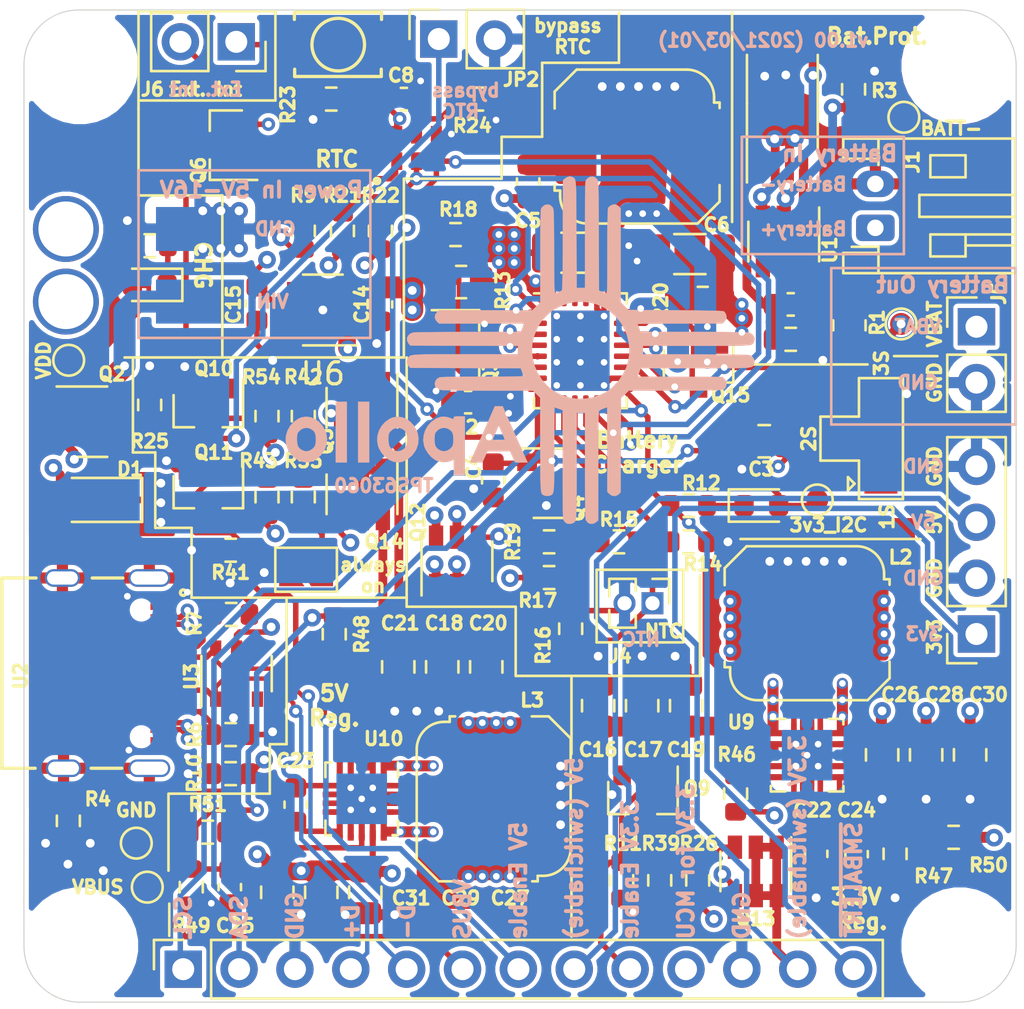
<source format=kicad_pcb>
(kicad_pcb (version 20171130) (host pcbnew "(5.1.8)-1")
  (layers (0 F.Cu signal) (1 In1.Cu power) (2 In2.Cu signal) (31 B.Cu signal) (34 B.Paste user) (35 F.Paste user) (36 B.SilkS user) (37 F.SilkS user) (38 B.Mask user) (39 F.Mask user) (44 Edge.Cuts user))
  (net 0 "")
  (net 1 -BATT)
  (net 2 "Net-(C1-Pad1)")
  (net 3 GND)
  (net 4 VDD)
  (net 5 "/Charging Module/CELLS1")
  (net 6 "/Charging Module/VCC2P5")
  (net 7 "Net-(C5-Pad2)")
  (net 8 "Net-(C5-Pad1)")
  (net 9 VCC)
  (net 10 "/Charging Module/3v3_I2C")
  (net 11 "/Charging Module/NTC")
  (net 12 /~SMBALERT)
  (net 13 VBUS)
  (net 14 /SDA)
  (net 15 /SCL)
  (net 16 "/Charger inputs and USB IO/V_CHARGE")
  (net 17 /RTC/EVI)
  (net 18 "Net-(JP2-Pad1)")
  (net 19 "Net-(LED1-Pad1)")
  (net 20 "Net-(LED2-Pad1)")
  (net 21 "Net-(Q1-Pad8)")
  (net 22 "Net-(Q1-Pad5)")
  (net 23 "Net-(Q1-Pad4)")
  (net 24 "Net-(Q1-Pad1)")
  (net 25 "Net-(L1-Pad2)")
  (net 26 "/Charging Module/NTCbias")
  (net 27 "Net-(R24-Pad2)")
  (net 28 /D-)
  (net 29 /D+)
  (net 30 "Net-(U1-Pad4)")
  (net 31 "/Charging Module/CELLS0")
  (net 32 "Net-(JP3-Pad1)")
  (net 33 "Net-(L2-Pad2)")
  (net 34 "Net-(L2-Pad1)")
  (net 35 "Net-(L3-Pad1)")
  (net 36 "Net-(L3-Pad2)")
  (net 37 "Net-(Q3-Pad2)")
  (net 38 "Net-(Q4-Pad3)")
  (net 39 "Net-(R3-Pad1)")
  (net 40 "Net-(R4-Pad1)")
  (net 41 "Net-(R6-Pad1)")
  (net 42 "Net-(R7-Pad1)")
  (net 43 "Net-(R14-Pad2)")
  (net 44 "Net-(R46-Pad1)")
  (net 45 "Net-(R48-Pad1)")
  (net 46 "Net-(U2-PadA8)")
  (net 47 "Net-(U2-PadB8)")
  (net 48 "Net-(U3-Pad4)")
  (net 49 "Net-(U3-Pad3)")
  (net 50 "Net-(U5-Pad1)")
  (net 51 "Net-(Q5-Pad3)")
  (net 52 "Net-(Q9-Pad3)")
  (net 53 "Net-(Q12-Pad3)")
  (net 54 "Net-(Q13-Pad3)")
  (net 55 "Net-(Q14-Pad3)")
  (net 56 /RTC/VIN)
  (net 57 /RTC/INT)
  (net 58 /RTC/~INT)
  (net 59 /EN_5V)
  (net 60 /EN_3V3)
  (net 61 /5V)
  (net 62 /3v3)
  (net 63 /3v3_MCU)
  (net 64 "Net-(Q15-Pad2)")
  (net 65 "Net-(Q3-Pad1)")
  (net 66 "/Battery Module/VBAT")
  (net 67 "/Regulator and Cut-Off Module/3v3_Reg_Vin")
  (net 68 "/Regulator and Cut-Off Module/3v3_Reg_Vaux")
  (net 69 "/Regulator and Cut-Off Module/3v3_Reg_FB")
  (net 70 "/Regulator and Cut-Off Module/5v0_Reg_Vin")
  (net 71 "/Regulator and Cut-Off Module/5v0_Reg_Vaux")
  (net 72 "/Regulator and Cut-Off Module/5v0_Reg_FB")
  (net 73 "Net-(U6-Pad4)")
  (net 74 "Net-(U6-Pad3)")
  (module Package_TO_SOT_SMD:SOT-23-5 (layer F.Cu) (at 131.572 88.773 180)
    (fp_text reference U6 (at 0 -2.9) (layer F.SilkS))
    (fp_text value TPS70933DBV)
    (pad 5 smd rect (at 1.1 -0.95 180) (size 1.06 0.65) (layers F.Cu F.Paste F.Mask) (net 10 "/Charging Module/3v3_I2C"))
    (pad 4 smd rect (at 1.1 0.95 180) (size 1.06 0.65) (layers F.Cu F.Paste F.Mask) (net 73 "Net-(U6-Pad4)"))
    (pad 3 smd rect (at -1.1 0.95 180) (size 1.06 0.65) (layers F.Cu F.Paste F.Mask) (net 74 "Net-(U6-Pad3)"))
    (pad 2 smd rect (at -1.1 0 180) (size 1.06 0.65) (layers F.Cu F.Paste F.Mask) (net 3 GND))
    (pad 1 smd rect (at -1.1 -0.95 180) (size 1.06 0.65) (layers F.Cu F.Paste F.Mask) (net 56 /RTC/VIN))
  )
  (module TPS63060:Texas_S-PWSON-N10_ThermalVias_NSM_vias_bottom (layer F.Cu) (at 133.339 111 270)
    (fp_text reference U10 (at -2.735 -1 180) (layer F.SilkS) (effects (font (size 0.6 0.6))))
    (fp_text value TPS63060)
    (pad 11 smd rect (at -0.6 1.425 270) (size 0.25 0.7) (layers F.Cu F.Paste F.Mask) (net 3 GND))
    (pad 11 smd rect (at 0.6 1.425 270) (size 0.25 0.7) (layers F.Cu F.Paste F.Mask) (net 3 GND))
    (pad 11 smd rect (at -0.6 -1.425 270) (size 0.25 0.7) (layers F.Cu F.Paste F.Mask) (net 3 GND))
    (pad 11 smd rect (at 0.6 -1.425 270) (size 0.25 0.7) (layers F.Cu F.Paste F.Mask) (net 3 GND))
    (pad 1 smd oval (at -1.475 -1 270) (size 0.85 0.28) (layers F.Cu F.Paste F.Mask) (net 35 "Net-(L3-Pad1)"))
    (pad 2 smd oval (at -1.475 -0.5 270) (size 0.85 0.28) (layers F.Cu F.Paste F.Mask) (net 70 "/Regulator and Cut-Off Module/5v0_Reg_Vin"))
    (pad 3 smd rect (at -1.76 0 270) (size 0.28 0.28) (layers F.Cu F.Paste F.Mask) (net 70 "/Regulator and Cut-Off Module/5v0_Reg_Vin"))
    (pad 4 smd oval (at -1.475 0.5 270) (size 0.85 0.28) (layers F.Cu F.Paste F.Mask) (net 3 GND))
    (pad 5 smd rect (at -1.76 1 270) (size 0.28 0.28) (layers F.Cu F.Paste F.Mask) (net 45 "Net-(R48-Pad1)"))
    (pad 6 smd oval (at 1.475 1 270) (size 0.85 0.28) (layers F.Cu F.Paste F.Mask) (net 71 "/Regulator and Cut-Off Module/5v0_Reg_Vaux"))
    (pad 7 smd oval (at 1.475 0.5 270) (size 0.85 0.28) (layers F.Cu F.Paste F.Mask) (net 3 GND))
    (pad 8 smd rect (at 1.76 0 270) (size 0.28 0.28) (layers F.Cu F.Paste F.Mask) (net 72 "/Regulator and Cut-Off Module/5v0_Reg_FB"))
    (pad 9 smd rect (at 1.76 -0.5 270) (size 0.28 0.28) (layers F.Cu F.Paste F.Mask) (net 61 /5V))
    (pad 10 smd rect (at 1.76 -1 270) (size 0.28 0.28) (layers F.Cu F.Paste F.Mask) (net 36 "Net-(L3-Pad2)"))
    (pad 11 thru_hole circle (at 0 0 270) (size 0.6 0.6) (drill 0.3) (layers *.Cu F.Mask) (net 3 GND))
    (pad 11 thru_hole circle (at -0.5 -0.5 270) (size 0.6 0.6) (drill 0.3) (layers *.Cu F.Mask) (net 3 GND))
    (pad 11 thru_hole circle (at 0.5 -0.5 270) (size 0.6 0.6) (drill 0.3) (layers *.Cu F.Mask) (net 3 GND))
    (pad 11 thru_hole circle (at -0.5 0.5 270) (size 0.6 0.6) (drill 0.3) (layers *.Cu F.Mask) (net 3 GND))
    (pad 11 thru_hole circle (at 0.5 0.5 270) (size 0.6 0.6) (drill 0.3) (layers *.Cu F.Mask) (net 3 GND))
    (pad 11 smd rect (at -0.2 -1.425 270) (size 0.25 0.7) (layers F.Cu F.Paste F.Mask) (net 3 GND))
    (pad 11 smd rect (at 0.2 -1.425 270) (size 0.25 0.7) (layers F.Cu F.Paste F.Mask) (net 3 GND))
    (pad 11 smd rect (at -0.2 1.425 270) (size 0.25 0.7) (layers F.Cu F.Paste F.Mask) (net 3 GND))
    (pad 11 smd rect (at 0.2 1.425 270) (size 0.25 0.7) (layers F.Cu F.Paste F.Mask) (net 3 GND))
    (pad 11 smd rect (at 0 0 270) (size 1.7 2.15) (layers F.Cu F.Mask) (net 3 GND))
    (pad 1 smd rect (at -1.76 -1 270) (size 0.28 0.28) (layers F.Cu F.Paste F.Mask) (net 35 "Net-(L3-Pad1)"))
    (pad 2 smd rect (at -1.76 -0.5 270) (size 0.28 0.28) (layers F.Cu F.Paste F.Mask) (net 70 "/Regulator and Cut-Off Module/5v0_Reg_Vin"))
    (pad 3 smd oval (at -1.475 0 270) (size 0.85 0.28) (layers F.Cu F.Paste F.Mask) (net 70 "/Regulator and Cut-Off Module/5v0_Reg_Vin"))
    (pad 4 smd rect (at -1.76 0.5 270) (size 0.28 0.28) (layers F.Cu F.Paste F.Mask) (net 3 GND))
    (pad 5 smd oval (at -1.475 1 270) (size 0.85 0.28) (layers F.Cu F.Paste F.Mask) (net 45 "Net-(R48-Pad1)"))
    (pad 6 smd rect (at 1.76 1 270) (size 0.28 0.28) (layers F.Cu F.Paste F.Mask) (net 71 "/Regulator and Cut-Off Module/5v0_Reg_Vaux"))
    (pad 7 smd rect (at 1.76 0.5 270) (size 0.28 0.28) (layers F.Cu F.Paste F.Mask) (net 3 GND))
    (pad 8 smd oval (at 1.475 0 270) (size 0.85 0.28) (layers F.Cu F.Paste F.Mask) (net 72 "/Regulator and Cut-Off Module/5v0_Reg_FB"))
    (pad 9 smd oval (at 1.475 -0.5 270) (size 0.85 0.28) (layers F.Cu F.Paste F.Mask) (net 61 /5V))
    (pad 10 smd oval (at 1.475 -1 270) (size 0.85 0.28) (layers F.Cu F.Paste F.Mask) (net 36 "Net-(L3-Pad2)"))
    (pad 11 smd rect (at -0.001 0 270) (size 2.3 2.3) (layers B.Cu) (net 3 GND))
    (pad 11 smd rect (at -0.435 -0.56 270) (size 0.65 0.9) (layers F.Cu F.Paste F.Mask) (net 3 GND))
    (pad 11 smd rect (at 0.435 0.56 270) (size 0.65 0.9) (layers F.Cu F.Paste F.Mask) (net 3 GND))
    (pad 11 smd rect (at -0.435 0.56 270) (size 0.65 0.9) (layers F.Cu F.Paste F.Mask) (net 3 GND))
    (pad 11 smd rect (at 0.435 -0.56 270) (size 0.65 0.9) (layers F.Cu F.Paste F.Mask) (net 3 GND))
    (pad 11 smd rect (at -0.6 -1.425 270) (size 0.23 0.6) (layers F.Cu F.Paste F.Mask) (net 3 GND))
    (pad 11 smd rect (at -0.2 -1.425 270) (size 0.23 0.6) (layers F.Cu F.Paste F.Mask) (net 3 GND))
    (pad 11 smd rect (at 0.2 -1.425 270) (size 0.23 0.6) (layers F.Cu F.Paste F.Mask) (net 3 GND))
    (pad 11 smd rect (at 0.6 -1.425 270) (size 0.23 0.6) (layers F.Cu F.Paste F.Mask) (net 3 GND))
    (pad 11 smd rect (at -0.6 1.425 270) (size 0.23 0.6) (layers F.Cu F.Paste F.Mask) (net 3 GND))
    (pad 11 smd rect (at -0.2 1.425 270) (size 0.23 0.6) (layers F.Cu F.Paste F.Mask) (net 3 GND))
    (pad 11 smd rect (at 0.2 1.425 270) (size 0.23 0.6) (layers F.Cu F.Paste F.Mask) (net 3 GND))
    (pad 11 smd rect (at 0.6 1.425 270) (size 0.23 0.6) (layers F.Cu F.Paste F.Mask) (net 3 GND))
  )
  (module TPS63060:Texas_S-PWSON-N10_ThermalVias_NSM_vias_bottom (layer F.Cu) (at 153.589 109.015)
    (fp_text reference U9 (at -3 -1.5) (layer F.SilkS) (effects (font (size 0.6 0.6))))
    (fp_text value TPS63060)
    (pad 11 smd rect (at -0.6 1.425) (size 0.25 0.7) (layers F.Cu F.Paste F.Mask) (net 3 GND))
    (pad 11 smd rect (at 0.6 1.425) (size 0.25 0.7) (layers F.Cu F.Paste F.Mask) (net 3 GND))
    (pad 11 smd rect (at -0.6 -1.425) (size 0.25 0.7) (layers F.Cu F.Paste F.Mask) (net 3 GND))
    (pad 11 smd rect (at 0.6 -1.425) (size 0.25 0.7) (layers F.Cu F.Paste F.Mask) (net 3 GND))
    (pad 1 smd oval (at -1.475 -1) (size 0.85 0.28) (layers F.Cu F.Paste F.Mask) (net 34 "Net-(L2-Pad1)"))
    (pad 2 smd oval (at -1.475 -0.5) (size 0.85 0.28) (layers F.Cu F.Paste F.Mask) (net 67 "/Regulator and Cut-Off Module/3v3_Reg_Vin"))
    (pad 3 smd rect (at -1.76 0) (size 0.28 0.28) (layers F.Cu F.Paste F.Mask) (net 67 "/Regulator and Cut-Off Module/3v3_Reg_Vin"))
    (pad 4 smd oval (at -1.475 0.5) (size 0.85 0.28) (layers F.Cu F.Paste F.Mask) (net 3 GND))
    (pad 5 smd rect (at -1.76 1) (size 0.28 0.28) (layers F.Cu F.Paste F.Mask) (net 44 "Net-(R46-Pad1)"))
    (pad 6 smd oval (at 1.475 1) (size 0.85 0.28) (layers F.Cu F.Paste F.Mask) (net 68 "/Regulator and Cut-Off Module/3v3_Reg_Vaux"))
    (pad 7 smd oval (at 1.475 0.5) (size 0.85 0.28) (layers F.Cu F.Paste F.Mask) (net 3 GND))
    (pad 8 smd rect (at 1.76 0) (size 0.28 0.28) (layers F.Cu F.Paste F.Mask) (net 69 "/Regulator and Cut-Off Module/3v3_Reg_FB"))
    (pad 9 smd rect (at 1.76 -0.5) (size 0.28 0.28) (layers F.Cu F.Paste F.Mask) (net 63 /3v3_MCU))
    (pad 10 smd rect (at 1.76 -1) (size 0.28 0.28) (layers F.Cu F.Paste F.Mask) (net 33 "Net-(L2-Pad2)"))
    (pad 11 thru_hole circle (at 0 0) (size 0.6 0.6) (drill 0.3) (layers *.Cu F.Mask) (net 3 GND))
    (pad 11 thru_hole circle (at -0.5 -0.5) (size 0.6 0.6) (drill 0.3) (layers *.Cu F.Mask) (net 3 GND))
    (pad 11 thru_hole circle (at 0.5 -0.5) (size 0.6 0.6) (drill 0.3) (layers *.Cu F.Mask) (net 3 GND))
    (pad 11 thru_hole circle (at -0.5 0.5) (size 0.6 0.6) (drill 0.3) (layers *.Cu F.Mask) (net 3 GND))
    (pad 11 thru_hole circle (at 0.5 0.5) (size 0.6 0.6) (drill 0.3) (layers *.Cu F.Mask) (net 3 GND))
    (pad 11 smd rect (at -0.2 -1.425) (size 0.25 0.7) (layers F.Cu F.Paste F.Mask) (net 3 GND))
    (pad 11 smd rect (at 0.2 -1.425) (size 0.25 0.7) (layers F.Cu F.Paste F.Mask) (net 3 GND))
    (pad 11 smd rect (at -0.2 1.425) (size 0.25 0.7) (layers F.Cu F.Paste F.Mask) (net 3 GND))
    (pad 11 smd rect (at 0.2 1.425) (size 0.25 0.7) (layers F.Cu F.Paste F.Mask) (net 3 GND))
    (pad 11 smd rect (at 0 0) (size 1.7 2.15) (layers F.Cu F.Mask) (net 3 GND))
    (pad 1 smd rect (at -1.76 -1) (size 0.28 0.28) (layers F.Cu F.Paste F.Mask) (net 34 "Net-(L2-Pad1)"))
    (pad 2 smd rect (at -1.76 -0.5) (size 0.28 0.28) (layers F.Cu F.Paste F.Mask) (net 67 "/Regulator and Cut-Off Module/3v3_Reg_Vin"))
    (pad 3 smd oval (at -1.475 0) (size 0.85 0.28) (layers F.Cu F.Paste F.Mask) (net 67 "/Regulator and Cut-Off Module/3v3_Reg_Vin"))
    (pad 4 smd rect (at -1.76 0.5) (size 0.28 0.28) (layers F.Cu F.Paste F.Mask) (net 3 GND))
    (pad 5 smd oval (at -1.475 1) (size 0.85 0.28) (layers F.Cu F.Paste F.Mask) (net 44 "Net-(R46-Pad1)"))
    (pad 6 smd rect (at 1.76 1) (size 0.28 0.28) (layers F.Cu F.Paste F.Mask) (net 68 "/Regulator and Cut-Off Module/3v3_Reg_Vaux"))
    (pad 7 smd rect (at 1.76 0.5) (size 0.28 0.28) (layers F.Cu F.Paste F.Mask) (net 3 GND))
    (pad 8 smd oval (at 1.475 0) (size 0.85 0.28) (layers F.Cu F.Paste F.Mask) (net 69 "/Regulator and Cut-Off Module/3v3_Reg_FB"))
    (pad 9 smd oval (at 1.475 -0.5) (size 0.85 0.28) (layers F.Cu F.Paste F.Mask) (net 63 /3v3_MCU))
    (pad 10 smd oval (at 1.475 -1) (size 0.85 0.28) (layers F.Cu F.Paste F.Mask) (net 33 "Net-(L2-Pad2)"))
    (pad 11 smd rect (at -0.001 0) (size 2.3 2.3) (layers B.Cu) (net 3 GND))
    (pad 11 smd rect (at -0.435 -0.56) (size 0.65 0.9) (layers F.Cu F.Paste F.Mask) (net 3 GND))
    (pad 11 smd rect (at 0.435 0.56) (size 0.65 0.9) (layers F.Cu F.Paste F.Mask) (net 3 GND))
    (pad 11 smd rect (at -0.435 0.56) (size 0.65 0.9) (layers F.Cu F.Paste F.Mask) (net 3 GND))
    (pad 11 smd rect (at 0.435 -0.56) (size 0.65 0.9) (layers F.Cu F.Paste F.Mask) (net 3 GND))
    (pad 11 smd rect (at -0.6 -1.425) (size 0.23 0.6) (layers F.Cu F.Paste F.Mask) (net 3 GND))
    (pad 11 smd rect (at -0.2 -1.425) (size 0.23 0.6) (layers F.Cu F.Paste F.Mask) (net 3 GND))
    (pad 11 smd rect (at 0.2 -1.425) (size 0.23 0.6) (layers F.Cu F.Paste F.Mask) (net 3 GND))
    (pad 11 smd rect (at 0.6 -1.425) (size 0.23 0.6) (layers F.Cu F.Paste F.Mask) (net 3 GND))
    (pad 11 smd rect (at -0.6 1.425) (size 0.23 0.6) (layers F.Cu F.Paste F.Mask) (net 3 GND))
    (pad 11 smd rect (at -0.2 1.425) (size 0.23 0.6) (layers F.Cu F.Paste F.Mask) (net 3 GND))
    (pad 11 smd rect (at 0.2 1.425) (size 0.23 0.6) (layers F.Cu F.Paste F.Mask) (net 3 GND))
    (pad 11 smd rect (at 0.6 1.425) (size 0.23 0.6) (layers F.Cu F.Paste F.Mask) (net 3 GND))
  )
  (module logo:apollo-logo (layer B.Cu) (at 143.3 90.6272 180)
    (fp_text reference G*** hide)
    (fp_text value LOGO hide)
  )
  (module Capacitor_SMD:C_0805_2012Metric (layer F.Cu) (at 137 105 270)
    (fp_text reference C18 (at -1.985 -0.089 180) (layer F.SilkS) (effects (font (size 0.6 0.6))))
    (fp_text value CL21A106KAYNNNE)
    (pad 2 smd roundrect (at 0.95 0 270) (size 1 1.45) (layers F.Cu F.Paste F.Mask) (net 3 GND))
    (pad 1 smd roundrect (at -0.95 0 270) (size 1 1.45) (layers F.Cu F.Paste F.Mask) (net 70 "/Regulator and Cut-Off Module/5v0_Reg_Vin"))
  )
  (module Capacitor_SMD:C_0805_2012Metric (layer F.Cu) (at 139 105 270)
    (fp_text reference C20 (at -1.985 -0.089 180) (layer F.SilkS) (effects (font (size 0.6 0.6))))
    (fp_text value CL21A106KAYNNNE)
    (pad 2 smd roundrect (at 0.95 0 270) (size 1 1.45) (layers F.Cu F.Paste F.Mask) (net 3 GND))
    (pad 1 smd roundrect (at -0.95 0 270) (size 1 1.45) (layers F.Cu F.Paste F.Mask) (net 70 "/Regulator and Cut-Off Module/5v0_Reg_Vin"))
  )
  (module Capacitor_SMD:C_0805_2012Metric (layer F.Cu) (at 135 105 270)
    (fp_text reference C21 (at -1.985 -0.089 180) (layer F.SilkS) (effects (font (size 0.6 0.6))))
    (fp_text value CL21A106KAYNNNE)
    (pad 2 smd roundrect (at 0.95 0 270) (size 1 1.45) (layers F.Cu F.Paste F.Mask) (net 3 GND))
    (pad 1 smd roundrect (at -0.95 0 270) (size 1 1.45) (layers F.Cu F.Paste F.Mask) (net 70 "/Regulator and Cut-Off Module/5v0_Reg_Vin"))
  )
  (module Capacitor_SMD:C_0603_1608Metric (layer F.Cu) (at 130.339 111.265 90)
    (fp_text reference C23 (at 2 0) (layer F.SilkS) (effects (font (size 0.6 0.6))))
    (fp_text value CL10B104KB8NNNC)
    (pad 2 smd roundrect (at 0.775 0 90) (size 0.9 0.95) (layers F.Cu F.Paste F.Mask) (net 3 GND))
    (pad 1 smd roundrect (at -0.775 0 90) (size 0.9 0.95) (layers F.Cu F.Paste F.Mask) (net 71 "/Regulator and Cut-Off Module/5v0_Reg_Vaux"))
  )
  (module Capacitor_SMD:C_0603_1608Metric (layer F.Cu) (at 127.339 115.015 270)
    (fp_text reference C25 (at 1.75 -0.25 180) (layer F.SilkS) (effects (font (size 0.6 0.6))))
    (fp_text value CC0603JRNPO9BN100)
    (pad 2 smd roundrect (at 0.775 0 270) (size 0.9 0.95) (layers F.Cu F.Paste F.Mask) (net 3 GND))
    (pad 1 smd roundrect (at -0.775 0 270) (size 0.9 0.95) (layers F.Cu F.Paste F.Mask) (net 72 "/Regulator and Cut-Off Module/5v0_Reg_FB"))
  )
  (module Capacitor_SMD:C_0805_2012Metric (layer F.Cu) (at 129.5 115.25 270)
    (fp_text reference C31 (at 0.265 -6.089 180) (layer F.SilkS) (effects (font (size 0.6 0.6))))
    (fp_text value CL21A226MAQNNNE)
    (pad 2 smd roundrect (at 0.95 0 270) (size 1 1.45) (layers F.Cu F.Paste F.Mask) (net 3 GND))
    (pad 1 smd roundrect (at -0.95 0 270) (size 1 1.45) (layers F.Cu F.Paste F.Mask) (net 61 /5V))
  )
  (module Capacitor_SMD:C_0805_2012Metric (layer F.Cu) (at 131.5 115.25 270)
    (fp_text reference C29 (at 0.265 -6.339 180) (layer F.SilkS) (effects (font (size 0.6 0.6))))
    (fp_text value CL21A226MAQNNNE)
    (pad 2 smd roundrect (at 0.95 0 270) (size 1 1.45) (layers F.Cu F.Paste F.Mask) (net 3 GND))
    (pad 1 smd roundrect (at -0.95 0 270) (size 1 1.45) (layers F.Cu F.Paste F.Mask) (net 61 /5V))
  )
  (module Capacitor_SMD:C_0805_2012Metric (layer F.Cu) (at 133.5 115.25 270)
    (fp_text reference C27 (at 0.265 -6.589 180) (layer F.SilkS) (effects (font (size 0.6 0.6))))
    (fp_text value CL21A226MAQNNNE)
    (pad 2 smd roundrect (at 0.95 0 270) (size 1 1.45) (layers F.Cu F.Paste F.Mask) (net 3 GND))
    (pad 1 smd roundrect (at -0.95 0 270) (size 1 1.45) (layers F.Cu F.Paste F.Mask) (net 61 /5V))
  )
  (module Capacitor_SMD:C_0603_1608Metric (layer F.Cu) (at 155.839 113.515 270)
    (fp_text reference C24 (at -2 0 180) (layer F.SilkS) (effects (font (size 0.6 0.6))))
    (fp_text value CC0603JRNPO9BN100)
    (pad 2 smd roundrect (at 0.775 0 270) (size 0.9 0.95) (layers F.Cu F.Paste F.Mask) (net 3 GND))
    (pad 1 smd roundrect (at -0.775 0 270) (size 0.9 0.95) (layers F.Cu F.Paste F.Mask) (net 69 "/Regulator and Cut-Off Module/3v3_Reg_FB"))
  )
  (module Capacitor_SMD:C_0805_2012Metric (layer F.Cu) (at 146.089 106.765 90)
    (fp_text reference C17 (at -2 0.05 180) (layer F.SilkS) (effects (font (size 0.6 0.6))))
    (fp_text value CL21A106KAYNNNE)
    (pad 2 smd roundrect (at 0.95 0 90) (size 1 1.45) (layers F.Cu F.Paste F.Mask) (net 3 GND))
    (pad 1 smd roundrect (at -0.95 0 90) (size 1 1.45) (layers F.Cu F.Paste F.Mask) (net 67 "/Regulator and Cut-Off Module/3v3_Reg_Vin"))
  )
  (module Capacitor_SMD:C_0805_2012Metric (layer F.Cu) (at 144.089 106.765 90)
    (fp_text reference C16 (at -2 0 180) (layer F.SilkS) (effects (font (size 0.6 0.6))))
    (fp_text value CL21A106KAYNNNE)
    (pad 2 smd roundrect (at 0.95 0 90) (size 1 1.45) (layers F.Cu F.Paste F.Mask) (net 3 GND))
    (pad 1 smd roundrect (at -0.95 0 90) (size 1 1.45) (layers F.Cu F.Paste F.Mask) (net 67 "/Regulator and Cut-Off Module/3v3_Reg_Vin"))
  )
  (module Capacitor_SMD:C_0805_2012Metric (layer F.Cu) (at 148.089 106.765 90)
    (fp_text reference C19 (at -2 0 180) (layer F.SilkS) (effects (font (size 0.6 0.6))))
    (fp_text value CL21A106KAYNNNE)
    (pad 2 smd roundrect (at 0.95 0 90) (size 1 1.45) (layers F.Cu F.Paste F.Mask) (net 3 GND))
    (pad 1 smd roundrect (at -0.95 0 90) (size 1 1.45) (layers F.Cu F.Paste F.Mask) (net 67 "/Regulator and Cut-Off Module/3v3_Reg_Vin"))
  )
  (module Capacitor_SMD:C_0805_2012Metric (layer F.Cu) (at 161 109 270)
    (fp_text reference C30 (at -2.735 -0.839 180) (layer F.SilkS) (effects (font (size 0.6 0.6))))
    (fp_text value CL21A226MAQNNNE)
    (pad 2 smd roundrect (at 0.95 0 270) (size 1 1.45) (layers F.Cu F.Paste F.Mask) (net 3 GND))
    (pad 1 smd roundrect (at -0.95 0 270) (size 1 1.45) (layers F.Cu F.Paste F.Mask) (net 63 /3v3_MCU))
  )
  (module Capacitor_SMD:C_0805_2012Metric (layer F.Cu) (at 159 109 270)
    (fp_text reference C28 (at -2.735 -0.839 180) (layer F.SilkS) (effects (font (size 0.6 0.6))))
    (fp_text value CL21A226MAQNNNE)
    (pad 2 smd roundrect (at 0.95 0 270) (size 1 1.45) (layers F.Cu F.Paste F.Mask) (net 3 GND))
    (pad 1 smd roundrect (at -0.95 0 270) (size 1 1.45) (layers F.Cu F.Paste F.Mask) (net 63 /3v3_MCU))
  )
  (module Capacitor_SMD:C_0805_2012Metric (layer F.Cu) (at 157 109 270)
    (fp_text reference C26 (at -2.735 -0.839 180) (layer F.SilkS) (effects (font (size 0.6 0.6))))
    (fp_text value CL21A226MAQNNNE)
    (pad 2 smd roundrect (at 0.95 0 270) (size 1 1.45) (layers F.Cu F.Paste F.Mask) (net 3 GND))
    (pad 1 smd roundrect (at -0.95 0 270) (size 1 1.45) (layers F.Cu F.Paste F.Mask) (net 63 /3v3_MCU))
  )
  (module usb_c:usb-c-usb4105 (layer F.Cu) (at 121.031 105.3084 270)
    (fp_text reference U2 (at 0.1 3.2 270) (layer F.SilkS) (effects (font (size 0.6 0.6))))
    (fp_text value USB-C)
    (pad S1 thru_hole oval (at -4.35 1.3 270) (size 0.8 1.6) (drill oval 0.6 1.4) (layers *.Cu *.Mask) (net 40 "Net-(R4-Pad1)"))
    (pad S1 thru_hole oval (at 4.3 1.25 270) (size 0.8 1.6) (drill oval 0.6 1.4) (layers *.Cu *.Mask) (net 40 "Net-(R4-Pad1)"))
    (pad S1 thru_hole oval (at -4.35 -2.65 270) (size 0.8 1.9) (drill oval 0.6 1.7) (layers *.Cu *.Mask) (net 40 "Net-(R4-Pad1)"))
    (pad S1 thru_hole oval (at 4.3 -2.65 270) (size 0.8 1.9) (drill oval 0.6 1.7) (layers *.Cu *.Mask) (net 40 "Net-(R4-Pad1)"))
    (pad B6 smd rect (at 0.75111 -3.2766 270) (size 0.3 1.15) (layers F.Cu F.Paste F.Mask) (net 29 /D+))
    (pad B8 smd rect (at -1.7526 -3.2766 270) (size 0.3 1.15) (layers F.Cu F.Paste F.Mask) (net 47 "Net-(U2-PadB8)"))
    (pad A5 smd rect (at -1.251858 -3.2766 270) (size 0.3 1.15) (layers F.Cu F.Paste F.Mask) (net 42 "Net-(R7-Pad1)"))
    (pad B7 smd rect (at -0.751116 -3.2766 270) (size 0.3 1.15) (layers F.Cu F.Paste F.Mask) (net 28 /D-))
    (pad A6 smd rect (at -0.250374 -3.2766 270) (size 0.3 1.15) (layers F.Cu F.Paste F.Mask) (net 29 /D+))
    (pad A7 smd rect (at 0.250368 -3.2766 270) (size 0.3 1.15) (layers F.Cu F.Paste F.Mask) (net 28 /D-))
    (pad A8 smd rect (at 1.251852 -3.2766 270) (size 0.3 1.15) (layers F.Cu F.Paste F.Mask) (net 46 "Net-(U2-PadA8)"))
    (pad B5 smd rect (at 1.7526 -3.2766 270) (size 0.3 1.15) (layers F.Cu F.Paste F.Mask) (net 41 "Net-(R6-Pad1)"))
    (pad B4 smd rect (at 2.2352 -3.2766 270) (size 0.3 1.15) (layers F.Cu F.Paste F.Mask) (net 13 VBUS))
    (pad A9 smd rect (at 2.54 -3.2766 270) (size 0.3 1.15) (layers F.Cu F.Paste F.Mask) (net 13 VBUS))
    (pad B1 smd rect (at 3.0353 -3.2766 270) (size 0.3 1.15) (layers F.Cu F.Paste F.Mask) (net 3 GND))
    (pad A12 smd rect (at 3.3274 -3.2766 270) (size 0.3 1.15) (layers F.Cu F.Paste F.Mask) (net 3 GND))
    (pad B9 smd rect (at -2.2479 -3.2766 270) (size 0.3 1.15) (layers F.Cu F.Paste F.Mask) (net 13 VBUS))
    (pad A4 smd rect (at -2.5527 -3.2766 270) (size 0.3 1.15) (layers F.Cu F.Paste F.Mask) (net 13 VBUS))
    (pad B12 smd rect (at -3.048 -3.2766 270) (size 0.3 1.15) (layers F.Cu F.Paste F.Mask) (net 3 GND))
    (pad A1 smd rect (at -3.3528 -3.2766 270) (size 0.3 1.15) (layers F.Cu F.Paste F.Mask) (net 3 GND))
    (pad "" np_thru_hole circle (at -2.8956 -2.286 270) (size 0.65 0.65) (drill 0.65) (layers *.Cu *.Mask))
    (pad "" np_thru_hole circle (at 2.8702 -2.286 270) (size 0.65 0.65) (drill 0.65) (layers *.Cu *.Mask))
  )
  (module SPM6530T-4R7M:L_TDK_SPM6530T (layer F.Cu) (at 145.8595 81.3435)
    (fp_text reference L1 hide)
    (fp_text value SPM6530T-4R7M)
    (pad 1 smd roundrect (at -2.775 0) (size 1.85 3.4) (layers F.Cu F.Paste F.Mask) (roundrect_rratio 0.1) (net 7 "Net-(C5-Pad2)"))
    (pad 2 smd roundrect (at 2.775 0) (size 1.85 3.4) (layers F.Cu F.Paste F.Mask) (roundrect_rratio 0.1) (net 25 "Net-(L1-Pad2)"))
  )
  (module MountingHole:MountingHole_2.5mm (layer F.Cu) (at 120.523 117.6782)
    (fp_text reference H4 hide)
    (fp_text value MountingHole)
    (pad 1 np_thru_hole circle (at 0 0) (size 2.5 2.5) (drill 2.5) (layers *.Cu *.Mask))
  )
  (module MountingHole:MountingHole_2.5mm (layer F.Cu) (at 160.528 117.6782)
    (fp_text reference H3 hide)
    (fp_text value MountingHole)
    (pad 1 np_thru_hole circle (at 0 0) (size 2.5 2.5) (drill 2.5) (layers *.Cu *.Mask))
  )
  (module MountingHole:MountingHole_2.5mm (layer F.Cu) (at 160.528 77.6732)
    (fp_text reference H2 hide)
    (fp_text value MountingHole)
    (pad 1 np_thru_hole circle (at 0 0) (size 2.5 2.5) (drill 2.5) (layers *.Cu *.Mask))
  )
  (module MountingHole:MountingHole_2.5mm (layer F.Cu) (at 120.523 77.6732)
    (fp_text reference H1 hide)
    (fp_text value MountingHole)
    (pad 1 np_thru_hole circle (at 0 0) (size 2.5 2.5) (drill 2.5) (layers *.Cu *.Mask))
  )
  (module SKRKAEE020:SKRKAEE020 (layer F.Cu) (at 132.2705 76.708)
    (fp_text reference SW1 hide)
    (fp_text value DNP/SKRKAEE020)
    (pad 2 smd rect (at 2.0955 0) (size 0.8 2) (layers F.Cu F.Paste F.Mask) (net 17 /RTC/EVI))
    (pad 1 smd rect (at -2.0955 0) (size 0.8 2) (layers F.Cu F.Paste F.Mask) (net 10 "/Charging Module/3v3_I2C"))
  )
  (module Connector_PinSocket_2.54mm:PinSocket_1x04_P2.54mm_Vertical (layer F.Cu) (at 161.29 103.505 180)
    (fp_text reference J11 hide)
    (fp_text value Conn_01x04_Male)
    (pad 4 thru_hole oval (at 0 7.62 180) (size 1.7 1.7) (drill 1) (layers *.Cu *.Mask) (net 3 GND))
    (pad 3 thru_hole oval (at 0 5.08 180) (size 1.7 1.7) (drill 1) (layers *.Cu *.Mask) (net 61 /5V))
    (pad 2 thru_hole oval (at 0 2.54 180) (size 1.7 1.7) (drill 1) (layers *.Cu *.Mask) (net 3 GND))
    (pad 1 thru_hole rect (at 0 0 180) (size 1.7 1.7) (drill 1) (layers *.Cu *.Mask) (net 62 /3v3))
  )
  (module TestPoint:TestPoint_Pad_D1.0mm (layer F.Cu) (at 120.015 91.059)
    (fp_text reference TP5 hide)
    (fp_text value TestPoint)
    (pad 1 smd circle (at 0 0) (size 1 1) (layers F.Cu F.Mask) (net 4 VDD))
  )
  (module TestPoint:TestPoint_Pad_D1.0mm (layer F.Cu) (at 157.988 80.01)
    (fp_text reference TP2 hide)
    (fp_text value BATT-)
    (pad 1 smd circle (at 0 0) (size 1 1) (layers F.Cu F.Mask) (net 1 -BATT))
  )
  (module TestPoint:TestPoint_Pad_D1.0mm (layer F.Cu) (at 154.051 97.409)
    (fp_text reference TP10 hide)
    (fp_text value 3V3_I2C)
    (pad 1 smd circle (at 0 0) (size 1 1) (layers F.Cu F.Mask) (net 10 "/Charging Module/3v3_I2C"))
  )
  (module TestPoint:TestPoint_Pad_D1.0mm (layer F.Cu) (at 123.589 115.015)
    (fp_text reference TP4 hide)
    (fp_text value TestPoint)
    (pad 1 smd circle (at 0 0) (size 1 1) (layers F.Cu F.Mask) (net 13 VBUS))
  )
  (module TestPoint:TestPoint_Pad_D1.0mm (layer F.Cu) (at 123.089 113.015)
    (fp_text reference TP3 hide)
    (fp_text value GND)
    (pad 1 smd circle (at 0 0) (size 1 1) (layers F.Cu F.Mask) (net 3 GND))
  )
  (module TestPoint:TestPoint_Pad_D1.0mm (layer F.Cu) (at 157.861 89.408)
    (fp_text reference TP1 hide)
    (fp_text value VBAT)
    (pad 1 smd circle (at 0 0) (size 1 1) (layers F.Cu F.Mask) (net 66 "/Battery Module/VBAT"))
  )
  (module Package_DFN_QFN:QFN-28-1EP_4x5mm_P0.5mm_EP2.65x3.65mm_ThermalVias (layer F.Cu) (at 143.2814 90.6272)
    (fp_text reference U4 hide)
    (fp_text value LTC4162EUFD-LAD)
    (pad 29 smd rect (at 0 0) (size 2.65 3.65) (layers B.Cu) (net 3 GND))
    (pad 29 thru_hole circle (at 1.075 1.575) (size 0.5 0.5) (drill 0.3) (layers *.Cu) (net 3 GND))
    (pad 29 thru_hole circle (at 0 1.575) (size 0.5 0.5) (drill 0.3) (layers *.Cu) (net 3 GND))
    (pad 29 thru_hole circle (at -1.075 1.575) (size 0.5 0.5) (drill 0.3) (layers *.Cu) (net 3 GND))
    (pad 29 thru_hole circle (at 1.075 0.525) (size 0.5 0.5) (drill 0.3) (layers *.Cu) (net 3 GND))
    (pad 29 thru_hole circle (at 0 0.525) (size 0.5 0.5) (drill 0.3) (layers *.Cu) (net 3 GND))
    (pad 29 thru_hole circle (at -1.075 0.525) (size 0.5 0.5) (drill 0.3) (layers *.Cu) (net 3 GND))
    (pad 29 thru_hole circle (at 1.075 -0.525) (size 0.5 0.5) (drill 0.3) (layers *.Cu) (net 3 GND))
    (pad 29 thru_hole circle (at 0 -0.525) (size 0.5 0.5) (drill 0.3) (layers *.Cu) (net 3 GND))
    (pad 29 thru_hole circle (at -1.075 -0.525) (size 0.5 0.5) (drill 0.3) (layers *.Cu) (net 3 GND))
    (pad 29 thru_hole circle (at 1.075 -1.575) (size 0.5 0.5) (drill 0.3) (layers *.Cu) (net 3 GND))
    (pad 29 thru_hole circle (at 0 -1.575) (size 0.5 0.5) (drill 0.3) (layers *.Cu) (net 3 GND))
    (pad 29 thru_hole circle (at -1.075 -1.575) (size 0.5 0.5) (drill 0.3) (layers *.Cu) (net 3 GND))
    (pad 29 smd rect (at 0 0) (size 2.65 3.65) (layers F.Cu F.Mask) (net 3 GND))
    (pad 28 smd roundrect (at -1.25 -2.45) (size 0.25 0.85) (layers F.Cu F.Paste F.Mask) (net 9 VCC))
    (pad 27 smd roundrect (at -0.75 -2.45) (size 0.25 0.85) (layers F.Cu F.Paste F.Mask) (net 9 VCC))
    (pad 26 smd roundrect (at -0.25 -2.45) (size 0.25 0.85) (layers F.Cu F.Paste F.Mask) (net 7 "Net-(C5-Pad2)"))
    (pad 25 smd roundrect (at 0.25 -2.45) (size 0.25 0.85) (layers F.Cu F.Paste F.Mask) (net 7 "Net-(C5-Pad2)"))
    (pad 24 smd roundrect (at 0.75 -2.45) (size 0.25 0.85) (layers F.Cu F.Paste F.Mask) (net 3 GND))
    (pad 23 smd roundrect (at 1.25 -2.45) (size 0.25 0.85) (layers F.Cu F.Paste F.Mask) (net 3 GND))
    (pad 22 smd roundrect (at 1.95 -1.75) (size 0.85 0.25) (layers F.Cu F.Paste F.Mask) (net 64 "Net-(Q15-Pad2)"))
    (pad 21 smd roundrect (at 1.95 -1.25) (size 0.85 0.25) (layers F.Cu F.Paste F.Mask) (net 25 "Net-(L1-Pad2)"))
    (pad 20 smd roundrect (at 1.95 -0.75) (size 0.85 0.25) (layers F.Cu F.Paste F.Mask) (net 66 "/Battery Module/VBAT"))
    (pad 19 smd roundrect (at 1.95 -0.25) (size 0.85 0.25) (layers F.Cu F.Paste F.Mask) (net 66 "/Battery Module/VBAT"))
    (pad 18 smd roundrect (at 1.95 0.25) (size 0.85 0.25) (layers F.Cu F.Paste F.Mask) (net 5 "/Charging Module/CELLS1"))
    (pad 17 smd roundrect (at 1.95 0.75) (size 0.85 0.25) (layers F.Cu F.Paste F.Mask) (net 31 "/Charging Module/CELLS0"))
    (pad 16 smd roundrect (at 1.95 1.25) (size 0.85 0.25) (layers F.Cu F.Paste F.Mask) (net 3 GND))
    (pad 15 smd roundrect (at 1.95 1.75) (size 0.85 0.25) (layers F.Cu F.Paste F.Mask) (net 10 "/Charging Module/3v3_I2C"))
    (pad 14 smd roundrect (at 1.25 2.45) (size 0.25 0.85) (layers F.Cu F.Paste F.Mask) (net 14 /SDA))
    (pad 13 smd roundrect (at 0.75 2.45) (size 0.25 0.85) (layers F.Cu F.Paste F.Mask) (net 15 /SCL))
    (pad 12 smd roundrect (at 0.25 2.45) (size 0.25 0.85) (layers F.Cu F.Paste F.Mask) (net 12 /~SMBALERT))
    (pad 11 smd roundrect (at -0.25 2.45) (size 0.25 0.85) (layers F.Cu F.Paste F.Mask) (net 43 "Net-(R14-Pad2)"))
    (pad 10 smd roundrect (at -0.75 2.45) (size 0.25 0.85) (layers F.Cu F.Paste F.Mask) (net 11 "/Charging Module/NTC"))
    (pad 9 smd roundrect (at -1.25 2.45) (size 0.25 0.85) (layers F.Cu F.Paste F.Mask) (net 26 "/Charging Module/NTCbias"))
    (pad 8 smd roundrect (at -1.95 1.75) (size 0.85 0.25) (layers F.Cu F.Paste F.Mask) (net 6 "/Charging Module/VCC2P5"))
    (pad 7 smd roundrect (at -1.95 1.25) (size 0.85 0.25) (layers F.Cu F.Paste F.Mask) (net 4 VDD))
    (pad 6 smd roundrect (at -1.95 0.75) (size 0.85 0.25) (layers F.Cu F.Paste F.Mask) (net 37 "Net-(Q3-Pad2)"))
    (pad 5 smd roundrect (at -1.95 0.25) (size 0.85 0.25) (layers F.Cu F.Paste F.Mask) (net 65 "Net-(Q3-Pad1)"))
    (pad 4 smd roundrect (at -1.95 -0.25) (size 0.85 0.25) (layers F.Cu F.Paste F.Mask) (net 9 VCC))
    (pad 3 smd roundrect (at -1.95 -0.75) (size 0.85 0.25) (layers F.Cu F.Paste F.Mask) (net 9 VCC))
    (pad 2 smd roundrect (at -1.95 -1.25) (size 0.85 0.25) (layers F.Cu F.Paste F.Mask) (net 5 "/Charging Module/CELLS1"))
    (pad 1 smd roundrect (at -1.95 -1.75) (size 0.85 0.25) (layers F.Cu F.Paste F.Mask) (net 8 "Net-(C5-Pad1)"))
  )
  (module ext_input:ext_input_pads (layer B.Cu) (at 123.952 86.741 90)
    (fp_text reference J3 hide)
    (fp_text value Conn_01x02_Male)
    (pad "" np_thru_hole circle (at 1.651 -4.064) (size 3 3) (drill 2.5) (layers *.Cu *.Mask))
    (pad "" np_thru_hole circle (at -1.651 -4.064) (size 3 3) (drill 2.5) (layers *.Cu *.Mask))
    (pad 2 smd rect (at 1.651 2.032) (size 4 2) (layers B.Cu B.Paste B.Mask) (net 3 GND))
    (pad 1 smd rect (at -1.651 2.032) (size 4 2) (layers B.Cu B.Paste B.Mask) (net 16 "/Charger inputs and USB IO/V_CHARGE"))
  )
  (module Package_SO:TSOP-6_1.65x3.05mm_P0.95mm (layer F.Cu) (at 120.9675 93.853)
    (fp_text reference Q2 (at 1.016 -2.159 180) (layer F.SilkS) (effects (font (size 0.6 0.6))))
    (fp_text value Si3421DV)
    (pad 6 smd rect (at 1.16 -0.95) (size 0.7 0.51) (layers F.Cu F.Paste F.Mask) (net 16 "/Charger inputs and USB IO/V_CHARGE"))
    (pad 5 smd rect (at 1.16 0) (size 0.7 0.51) (layers F.Cu F.Paste F.Mask) (net 16 "/Charger inputs and USB IO/V_CHARGE"))
    (pad 4 smd rect (at 1.16 0.95) (size 0.7 0.51) (layers F.Cu F.Paste F.Mask) (net 4 VDD))
    (pad 3 smd rect (at -1.16 0.95) (size 0.7 0.51) (layers F.Cu F.Paste F.Mask) (net 13 VBUS))
    (pad 2 smd rect (at -1.16 0) (size 0.7 0.51) (layers F.Cu F.Paste F.Mask) (net 16 "/Charger inputs and USB IO/V_CHARGE"))
    (pad 1 smd rect (at -1.16 -0.95) (size 0.7 0.51) (layers F.Cu F.Paste F.Mask) (net 16 "/Charger inputs and USB IO/V_CHARGE"))
  )
  (module Connector_PinSocket_2.54mm:PinSocket_1x13_P2.54mm_Vertical (layer F.Cu) (at 125.222 118.745 90)
    (fp_text reference J10 hide)
    (fp_text value Conn_01x13_Male)
    (pad 13 thru_hole oval (at 0 30.48 90) (size 1.7 1.7) (drill 1) (layers *.Cu *.Mask) (net 12 /~SMBALERT))
    (pad 12 thru_hole oval (at 0 27.94 90) (size 1.7 1.7) (drill 1) (layers *.Cu *.Mask) (net 62 /3v3))
    (pad 11 thru_hole oval (at 0 25.4 90) (size 1.7 1.7) (drill 1) (layers *.Cu *.Mask) (net 3 GND))
    (pad 10 thru_hole oval (at 0 22.86 90) (size 1.7 1.7) (drill 1) (layers *.Cu *.Mask) (net 63 /3v3_MCU))
    (pad 9 thru_hole oval (at 0 20.32 90) (size 1.7 1.7) (drill 1) (layers *.Cu *.Mask) (net 60 /EN_3V3))
    (pad 8 thru_hole oval (at 0 17.78 90) (size 1.7 1.7) (drill 1) (layers *.Cu *.Mask) (net 61 /5V))
    (pad 7 thru_hole oval (at 0 15.24 90) (size 1.7 1.7) (drill 1) (layers *.Cu *.Mask) (net 59 /EN_5V))
    (pad 6 thru_hole oval (at 0 12.7 90) (size 1.7 1.7) (drill 1) (layers *.Cu *.Mask) (net 13 VBUS))
    (pad 5 thru_hole oval (at 0 10.16 90) (size 1.7 1.7) (drill 1) (layers *.Cu *.Mask) (net 28 /D-))
    (pad 4 thru_hole oval (at 0 7.62 90) (size 1.7 1.7) (drill 1) (layers *.Cu *.Mask) (net 29 /D+))
    (pad 3 thru_hole oval (at 0 5.08 90) (size 1.7 1.7) (drill 1) (layers *.Cu *.Mask) (net 3 GND))
    (pad 2 thru_hole oval (at 0 2.54 90) (size 1.7 1.7) (drill 1) (layers *.Cu *.Mask) (net 14 /SDA))
    (pad 1 thru_hole rect (at 0 0 90) (size 1.7 1.7) (drill 1) (layers *.Cu *.Mask) (net 15 /SCL))
  )
  (module Package_TO_SOT_SMD:SOT-23 (layer F.Cu) (at 127.1905 81.28 180)
    (fp_text reference Q6 (at 1.27 -1.143 270) (layer F.SilkS) (effects (font (size 0.6 0.6))))
    (fp_text value BSS84-7-F)
    (pad 3 smd rect (at 1 0 180) (size 0.9 0.8) (layers F.Cu F.Paste F.Mask) (net 57 /RTC/INT))
    (pad 2 smd rect (at -1 0.95 180) (size 0.9 0.8) (layers F.Cu F.Paste F.Mask) (net 10 "/Charging Module/3v3_I2C"))
    (pad 1 smd rect (at -1 -0.95 180) (size 0.9 0.8) (layers F.Cu F.Paste F.Mask) (net 58 /RTC/~INT))
  )
  (module Package_TO_SOT_SMD:SOT-23 (layer F.Cu) (at 148.6535 91.313 270)
    (fp_text reference Q15 (at 1.3335 -1.4605 180) (layer F.SilkS) (effects (font (size 0.6 0.6))))
    (fp_text value DMN3023L)
    (pad 3 smd rect (at 1 0 270) (size 0.9 0.8) (layers F.Cu F.Paste F.Mask) (net 25 "Net-(L1-Pad2)"))
    (pad 2 smd rect (at -1 0.95 270) (size 0.9 0.8) (layers F.Cu F.Paste F.Mask) (net 64 "Net-(Q15-Pad2)"))
    (pad 1 smd rect (at -1 -0.95 270) (size 0.9 0.8) (layers F.Cu F.Paste F.Mask) (net 9 VCC))
  )
  (module Package_TO_SOT_SMD:SOT-23 (layer F.Cu) (at 137.922 90.3605)
    (fp_text reference Q3 (at 1.27 1.2065 270) (layer F.SilkS) (effects (font (size 0.6 0.6))))
    (fp_text value DMN3023L)
    (pad 3 smd rect (at 1 0) (size 0.9 0.8) (layers F.Cu F.Paste F.Mask) (net 4 VDD))
    (pad 2 smd rect (at -1 0.95) (size 0.9 0.8) (layers F.Cu F.Paste F.Mask) (net 37 "Net-(Q3-Pad2)"))
    (pad 1 smd rect (at -1 -0.95) (size 0.9 0.8) (layers F.Cu F.Paste F.Mask) (net 65 "Net-(Q3-Pad1)"))
  )
  (module Resistor_SMD:R_0603_1608Metric (layer F.Cu) (at 145.161 114.7064 90)
    (fp_text reference R11 (at 1.6764 0.0508 180) (layer F.SilkS) (effects (font (size 0.6 0.6))))
    (fp_text value 1M)
    (pad 2 smd roundrect (at 0.825 0 90) (size 0.8 0.95) (layers F.Cu F.Paste F.Mask) (net 60 /EN_3V3))
    (pad 1 smd roundrect (at -0.825 0 90) (size 0.8 0.95) (layers F.Cu F.Paste F.Mask) (net 3 GND))
  )
  (module SOLDERJUMPER_4_BRIDGED_1C:SolderJumper-4_P2.0mm_Bridged1C_TrianglePad1.0x1.5mm_NumberLabels (layer F.Cu) (at 156.9466 96.6216 270)
    (fp_text reference JP1 hide)
    (fp_text value SolderJumper_4_Bridged_1C)
    (fp_poly (pts (xy -0.3 0.15) (xy -1 0.15) (xy -1 -0.2) (xy -0.3 -0.2)) (layer F.Cu) (width 0.1))
    (fp_text user 2S (at -2 3.2766 270) (layer F.SilkS) (effects (font (size 0.6 0.6))))
    (fp_text user 1S (at 1.5494 -0.2794 270) (layer F.SilkS) (effects (font (size 0.6 0.6))))
    (fp_text user 3S (at -5.4356 -0.0254 270) (layer F.SilkS) (effects (font (size 0.6 0.6))))
    (pad 2 smd custom (at -2 2) (size 0.3 0.3) (layers F.Cu F.Mask) (net 6 "/Charging Module/VCC2P5") (options (clearance outline) (anchor rect)) (primitives (gr_poly (pts (xy -0.5 -0.75) (xy 0.5 -0.75) (xy 1 0) (xy 0.5 0.75) (xy -0.5 0.75)) (width 0))))
    (pad 3 smd custom (at -4 0 270) (size 0.3 0.3) (layers F.Cu F.Mask) (net 3 GND) (options (clearance outline) (anchor rect)) (primitives (gr_poly (pts (xy -0.5 -0.75) (xy 0.5 -0.75) (xy 1 0) (xy 0.5 0.75) (xy -0.5 0.75)) (width 0))))
    (pad 1 smd custom (at 0 0 270) (size 0.3 0.3) (layers F.Cu F.Mask) (net 5 "/Charging Module/CELLS1") (options (clearance outline) (anchor rect)) (primitives (gr_poly (pts (xy -0.5 -0.75) (xy 0.5 -0.75) (xy 0.5 0) (xy 0.5 0.75) (xy -0.5 0.75)) (width 0))))
    (pad C smd custom (at -2 0 270) (size 0.3 0.3) (layers F.Cu) (net 31 "/Charging Module/CELLS0") (options (clearance outline) (anchor rect)) (primitives (gr_poly (pts (xy -1.2 -0.75) (xy 1.2 -0.75) (xy 1.2 0) (xy 1.2 0.75) (xy 0.75 0.75) (xy 0.75 1.2) (xy 0 0.7) (xy -0.75 1.2) (xy -0.75 0.75) (xy -1.2 0.75) (xy -0.7 0)) (width 0))))
  )
  (module Package_TO_SOT_SMD:SOT-23 (layer F.Cu) (at 141.859 96.647)
    (fp_text reference Q4 (at 1.27 1.143 90) (layer F.SilkS) (effects (font (size 0.6 0.6))))
    (fp_text value 2N7002A)
    (pad 3 smd rect (at 1 0) (size 0.9 0.8) (layers F.Cu F.Paste F.Mask) (net 38 "Net-(Q4-Pad3)"))
    (pad 2 smd rect (at -1 0.95) (size 0.9 0.8) (layers F.Cu F.Paste F.Mask) (net 3 GND))
    (pad 1 smd rect (at -1 -0.95) (size 0.9 0.8) (layers F.Cu F.Paste F.Mask) (net 6 "/Charging Module/VCC2P5"))
  )
  (module Connector_PinHeader_2.54mm:PinHeader_1x02_P2.54mm_Vertical (layer F.Cu) (at 161.29 89.535)
    (fp_text reference J5 (at 1.016 -1.524 90) (layer F.SilkS) (effects (font (size 0.6 0.6))))
    (fp_text value DNP/JST_XH_S2B_thru)
    (pad 2 thru_hole oval (at 0 2.54) (size 1.7 1.7) (drill 1) (layers *.Cu *.Mask) (net 3 GND))
    (pad 1 thru_hole rect (at 0 0) (size 1.7 1.7) (drill 1) (layers *.Cu *.Mask) (net 66 "/Battery Module/VBAT"))
  )
  (module Connector_PinHeader_1.27mm:PinHeader_1x02_P1.27mm_Vertical (layer F.Cu) (at 146.558 102.108 270)
    (fp_text reference J4 (at 2.407 1.469 180) (layer F.SilkS) (effects (font (size 0.6 0.6))))
    (fp_text value DNP/JST_ZH_S2B_thru)
    (pad 2 thru_hole oval (at 0 1.27 270) (size 1 1) (drill 0.65) (layers *.Cu *.Mask) (net 3 GND))
    (pad 1 thru_hole rect (at 0 0 270) (size 1 1) (drill 0.65) (layers *.Cu *.Mask) (net 11 "/Charging Module/NTC"))
  )
  (module Capacitor_SMD:C_1206_3216Metric (layer F.Cu) (at 143.129 86.1695)
    (fp_text reference C7 hide)
    (fp_text value CL31B106KAHNNNE)
    (pad 1 smd roundrect (at -1.475 0) (size 1.15 1.8) (layers F.Cu F.Paste F.Mask) (roundrect_rratio 0.2173904347826087) (net 9 VCC))
    (pad 2 smd roundrect (at 1.475 0) (size 1.15 1.8) (layers F.Cu F.Paste F.Mask) (roundrect_rratio 0.2173904347826087) (net 3 GND))
  )
  (module Package_SO:TSOP-6_1.65x3.05mm_P0.95mm (layer F.Cu) (at 127.6477 105.3084 90)
    (fp_text reference U3 (at -0.13208 -2.0447 270) (layer F.SilkS) (effects (font (size 0.6 0.6))))
    (fp_text value IP4220CZ6)
    (pad 6 smd rect (at 1.16 -0.95 90) (size 0.7 0.51) (layers F.Cu F.Paste F.Mask) (net 28 /D-))
    (pad 5 smd rect (at 1.16 0 90) (size 0.7 0.51) (layers F.Cu F.Paste F.Mask) (net 13 VBUS))
    (pad 4 smd rect (at 1.16 0.95 90) (size 0.7 0.51) (layers F.Cu F.Paste F.Mask) (net 48 "Net-(U3-Pad4)"))
    (pad 3 smd rect (at -1.16 0.95 90) (size 0.7 0.51) (layers F.Cu F.Paste F.Mask) (net 49 "Net-(U3-Pad3)"))
    (pad 2 smd rect (at -1.16 0 90) (size 0.7 0.51) (layers F.Cu F.Paste F.Mask) (net 3 GND))
    (pad 1 smd rect (at -1.16 -0.95 90) (size 0.7 0.51) (layers F.Cu F.Paste F.Mask) (net 29 /D+))
  )
  (module Resistor_SMD:R_0603_1608Metric (layer F.Cu) (at 146.8882 114.7064 90)
    (fp_text reference R39 (at 1.6764 0.0508 180) (layer F.SilkS) (effects (font (size 0.6 0.6))))
    (fp_text value 390k)
    (pad 2 smd roundrect (at 0.825 0 90) (size 0.8 0.95) (layers F.Cu F.Paste F.Mask) (net 54 "Net-(Q13-Pad3)"))
    (pad 1 smd roundrect (at -0.825 0 90) (size 0.8 0.95) (layers F.Cu F.Paste F.Mask) (net 52 "Net-(Q9-Pad3)"))
  )
  (module Resistor_SMD:R_0603_1608Metric (layer F.Cu) (at 148.6154 114.7064 270)
    (fp_text reference R26 (at -1.6764 -0.0508 180) (layer F.SilkS) (effects (font (size 0.6 0.6))))
    (fp_text value 1M)
    (pad 2 smd roundrect (at 0.825 0 270) (size 0.8 0.95) (layers F.Cu F.Paste F.Mask) (net 63 /3v3_MCU))
    (pad 1 smd roundrect (at -0.825 0 270) (size 0.8 0.95) (layers F.Cu F.Paste F.Mask) (net 54 "Net-(Q13-Pad3)"))
  )
  (module Resistor_SMD:R_0603_1608Metric (layer F.Cu) (at 130.683 85.1789 270)
    (fp_text reference R9 (at -1.6129 0 180) (layer F.SilkS) (effects (font (size 0.6 0.6))))
    (fp_text value 390k)
    (pad 2 smd roundrect (at 0.825 0 270) (size 0.8 0.95) (layers F.Cu F.Paste F.Mask) (net 10 "/Charging Module/3v3_I2C"))
    (pad 1 smd roundrect (at -0.825 0 270) (size 0.8 0.95) (layers F.Cu F.Paste F.Mask) (net 58 /RTC/~INT))
  )
  (module Package_TO_SOT_SMD:SOT-23-6 (layer F.Cu) (at 151.257 114.3 270)
    (fp_text reference Q13 (at 2.159 0 180) (layer F.SilkS) (effects (font (size 0.6 0.6))))
    (fp_text value DMP2035UVT)
    (pad 5 smd rect (at 1.1 0 270) (size 1.06 0.65) (layers F.Cu F.Paste F.Mask) (net 62 /3v3))
    (pad 6 smd rect (at 1.1 -0.95 270) (size 1.06 0.65) (layers F.Cu F.Paste F.Mask) (net 62 /3v3))
    (pad 4 smd rect (at 1.1 0.95 270) (size 1.06 0.65) (layers F.Cu F.Paste F.Mask) (net 63 /3v3_MCU))
    (pad 3 smd rect (at -1.1 0.95 270) (size 1.06 0.65) (layers F.Cu F.Paste F.Mask) (net 54 "Net-(Q13-Pad3)"))
    (pad 2 smd rect (at -1.1 0 270) (size 1.06 0.65) (layers F.Cu F.Paste F.Mask) (net 62 /3v3))
    (pad 1 smd rect (at -1.1 -0.95 270) (size 1.06 0.65) (layers F.Cu F.Paste F.Mask) (net 62 /3v3))
  )
  (module Package_TO_SOT_SMD:SOT-23 (layer F.Cu) (at 146.1262 110.9345 270)
    (fp_text reference Q9 (at -0.4195 -2.4628 180) (layer F.SilkS) (effects (font (size 0.6 0.6))))
    (fp_text value 2N7002A)
    (pad 3 smd rect (at 1 0 270) (size 0.9 0.8) (layers F.Cu F.Paste F.Mask) (net 52 "Net-(Q9-Pad3)"))
    (pad 2 smd rect (at -1 0.95 270) (size 0.9 0.8) (layers F.Cu F.Paste F.Mask) (net 3 GND))
    (pad 1 smd rect (at -1 -0.95 270) (size 0.9 0.8) (layers F.Cu F.Paste F.Mask) (net 60 /EN_3V3))
  )
  (module Capacitor_SMD:C_0603_1608Metric (layer F.Cu) (at 128.5748 88.4809 270)
    (fp_text reference C15 (at 0.0381 1.0668 90) (layer F.SilkS) (effects (font (size 0.6 0.6))))
    (fp_text value 2.2μF)
    (pad 2 smd roundrect (at 0.775 0 270) (size 0.9 0.95) (layers F.Cu F.Paste F.Mask) (net 3 GND))
    (pad 1 smd roundrect (at -0.775 0 270) (size 0.9 0.95) (layers F.Cu F.Paste F.Mask) (net 10 "/Charging Module/3v3_I2C"))
  )
  (module Capacitor_SMD:C_0603_1608Metric (layer F.Cu) (at 134.2136 88.519 270)
    (fp_text reference C14 (at 0 0.8636 270) (layer F.SilkS) (effects (font (size 0.6 0.6))))
    (fp_text value 2.2μF)
    (pad 2 smd roundrect (at 0.775 0 270) (size 0.9 0.95) (layers F.Cu F.Paste F.Mask) (net 3 GND))
    (pad 1 smd roundrect (at -0.775 0 270) (size 0.9 0.95) (layers F.Cu F.Paste F.Mask) (net 56 /RTC/VIN))
  )
  (module Jumper:SolderJumper-2_P1.3mm_Open_TrianglePad1.0x1.5mm (layer F.Cu) (at 130.81 100.584 180)
    (fp_text reference JP3 hide)
    (fp_text value Jumper_NC_Small)
    (pad 1 smd custom (at -0.725 0 180) (size 0.3 0.3) (layers F.Cu F.Mask) (net 32 "Net-(JP3-Pad1)") (options (clearance outline) (anchor rect)) (primitives (gr_poly (pts (xy -0.5 -0.75) (xy 0.5 -0.75) (xy 1 0) (xy 0.5 0.75) (xy -0.5 0.75)) (width 0))))
    (pad 2 smd custom (at 0.725 0 180) (size 0.3 0.3) (layers F.Cu F.Mask) (net 3 GND) (options (clearance outline) (anchor rect)) (primitives (gr_poly (pts (xy -0.65 -0.75) (xy 0.5 -0.75) (xy 0.5 0.75) (xy -0.65 0.75) (xy -0.15 0)) (width 0))))
  )
  (module Diode_SMD:D_PowerDI-123 (layer F.Cu) (at 121.158 97.409 180)
    (fp_text reference D1 (at -1.651 1.397) (layer F.SilkS) (effects (font (size 0.6 0.6))))
    (fp_text value DFLS230L)
    (pad 2 smd rect (at 1.525 0) (size 1.05 1.5) (layers F.Cu F.Paste F.Mask) (net 13 VBUS))
    (pad 1 smd rect (at -0.85 0) (size 2.4 1.5) (layers F.Cu F.Paste F.Mask) (net 4 VDD))
  )
  (module Package_TO_SOT_SMD:SOT-23 (layer F.Cu) (at 126.365 97.028 270)
    (fp_text reference Q11 (at -1.778 -0.254) (layer F.SilkS) (effects (font (size 0.6 0.6))))
    (fp_text value 2N7002A)
    (pad 1 smd rect (at -1 -0.95 270) (size 0.9 0.8) (layers F.Cu F.Paste F.Mask) (net 59 /EN_5V))
    (pad 2 smd rect (at -1 0.95 270) (size 0.9 0.8) (layers F.Cu F.Paste F.Mask) (net 3 GND))
    (pad 3 smd rect (at 1 0 270) (size 0.9 0.8) (layers F.Cu F.Paste F.Mask) (net 32 "Net-(JP3-Pad1)"))
  )
  (module Resistor_SMD:R_0805_2012Metric (layer F.Cu) (at 137.8585 87.503 180)
    (fp_text reference R13 (at -1.905 -0.381 270) (layer F.SilkS) (effects (font (size 0.6 0.6))))
    (fp_text value RL0805FR-7W0R068L)
    (pad 1 smd roundrect (at -0.9125 0 180) (size 1.025 1.4) (layers F.Cu F.Paste F.Mask) (roundrect_rratio 0.2439004878048781) (net 9 VCC))
    (pad 2 smd roundrect (at 0.9125 0 180) (size 1.025 1.4) (layers F.Cu F.Paste F.Mask) (roundrect_rratio 0.2439004878048781) (net 65 "Net-(Q3-Pad1)"))
  )
  (module Resistor_SMD:R_0805_2012Metric (layer F.Cu) (at 148.844 88.4555 180)
    (fp_text reference R20 (at 1.905 0.0635 90) (layer F.SilkS) (effects (font (size 0.6 0.6))))
    (fp_text value RL0805FR-7W0R068L)
    (pad 2 smd roundrect (at 0.9125 0 180) (size 1.025 1.4) (layers F.Cu F.Paste F.Mask) (roundrect_rratio 0.2439004878048781) (net 25 "Net-(L1-Pad2)"))
    (pad 1 smd roundrect (at -0.9125 0 180) (size 1.025 1.4) (layers F.Cu F.Paste F.Mask) (roundrect_rratio 0.2439004878048781) (net 66 "/Battery Module/VBAT"))
  )
  (module Resistor_SMD:R_0603_1608Metric (layer F.Cu) (at 141.859 99.314 180)
    (fp_text reference R19 (at 1.651 0 270) (layer F.SilkS) (effects (font (size 0.6 0.6))))
    (fp_text value 390k)
    (pad 2 smd roundrect (at 0.825 0 180) (size 0.8 0.95) (layers F.Cu F.Paste F.Mask) (net 38 "Net-(Q4-Pad3)"))
    (pad 1 smd roundrect (at -0.825 0 180) (size 0.8 0.95) (layers F.Cu F.Paste F.Mask) (net 53 "Net-(Q12-Pad3)"))
  )
  (module Package_TO_SOT_SMD:SOT-23 (layer F.Cu) (at 126.365 93.345 270)
    (fp_text reference Q10 (at -1.905 -0.254) (layer F.SilkS) (effects (font (size 0.6 0.6))))
    (fp_text value 2N7002A)
    (pad 1 smd rect (at -1 -0.95 270) (size 0.9 0.8) (layers F.Cu F.Paste F.Mask) (net 57 /RTC/INT))
    (pad 2 smd rect (at -1 0.95 270) (size 0.9 0.8) (layers F.Cu F.Paste F.Mask) (net 3 GND))
    (pad 3 smd rect (at 1 0 270) (size 0.9 0.8) (layers F.Cu F.Paste F.Mask) (net 18 "Net-(JP2-Pad1)"))
  )
  (module RV-3028-C7:IC_RV-3028-C7 (layer F.Cu) (at 135.382 81.407 90)
    (fp_text reference U5 hide)
    (fp_text value RV-3028-C7)
    (pad 8 smd rect (at 0.6 -1.35 90) (size 0.8 0.5) (layers F.Cu F.Paste F.Mask) (net 17 /RTC/EVI))
    (pad 7 smd rect (at 0.6 -0.45 90) (size 0.8 0.5) (layers F.Cu F.Paste F.Mask) (net 10 "/Charging Module/3v3_I2C"))
    (pad 6 smd rect (at 0.6 0.45 90) (size 0.8 0.5) (layers F.Cu F.Paste F.Mask) (net 27 "Net-(R24-Pad2)"))
    (pad 5 smd rect (at 0.6 1.35 90) (size 0.8 0.5) (layers F.Cu F.Paste F.Mask) (net 3 GND))
    (pad 4 smd rect (at -0.6 1.35 90) (size 0.8 0.5) (layers F.Cu F.Paste F.Mask) (net 14 /SDA))
    (pad 3 smd rect (at -0.6 0.45 90) (size 0.8 0.5) (layers F.Cu F.Paste F.Mask) (net 15 /SCL))
    (pad 2 smd rect (at -0.6 -0.45 90) (size 0.8 0.5) (layers F.Cu F.Paste F.Mask) (net 58 /RTC/~INT))
    (pad 1 smd rect (at -0.6 -1.35 90) (size 0.8 0.5) (layers F.Cu F.Paste F.Mask) (net 50 "Net-(U5-Pad1)"))
  )
  (module Resistor_SMD:R_0603_1608Metric (layer F.Cu) (at 132.089 103.515 90)
    (fp_text reference R48 (at 0 1.25 270) (layer F.SilkS) (effects (font (size 0.6 0.6))))
    (fp_text value 1M)
    (pad 2 smd roundrect (at 0.825 0 90) (size 0.8 0.95) (layers F.Cu F.Paste F.Mask) (net 61 /5V))
    (pad 1 smd roundrect (at -0.825 0 90) (size 0.8 0.95) (layers F.Cu F.Paste F.Mask) (net 45 "Net-(R48-Pad1)"))
  )
  (module Resistor_SMD:R_0603_1608Metric (layer F.Cu) (at 125.589 115.015 90)
    (fp_text reference R49 (at -1.75 0) (layer F.SilkS) (effects (font (size 0.6 0.6))))
    (fp_text value 110k)
    (pad 2 smd roundrect (at 0.825 0 90) (size 0.8 0.95) (layers F.Cu F.Paste F.Mask) (net 72 "/Regulator and Cut-Off Module/5v0_Reg_FB"))
    (pad 1 smd roundrect (at -0.825 0 90) (size 0.8 0.95) (layers F.Cu F.Paste F.Mask) (net 3 GND))
  )
  (module Resistor_SMD:R_0603_1608Metric (layer F.Cu) (at 126.339 112.515 180)
    (fp_text reference R51 (at 0 1.25 180) (layer F.SilkS) (effects (font (size 0.6 0.6))))
    (fp_text value 1M)
    (pad 2 smd roundrect (at 0.825 0 180) (size 0.8 0.95) (layers F.Cu F.Paste F.Mask) (net 61 /5V))
    (pad 1 smd roundrect (at -0.825 0 180) (size 0.8 0.95) (layers F.Cu F.Paste F.Mask) (net 72 "/Regulator and Cut-Off Module/5v0_Reg_FB"))
  )
  (module Resistor_SMD:R_0603_1608Metric (layer F.Cu) (at 150.339 110.765 270)
    (fp_text reference R46 (at -1.778 -0.0508 180) (layer F.SilkS) (effects (font (size 0.6 0.6))))
    (fp_text value 1M)
    (pad 1 smd roundrect (at -0.825 0 270) (size 0.8 0.95) (layers F.Cu F.Paste F.Mask) (net 44 "Net-(R46-Pad1)"))
    (pad 2 smd roundrect (at 0.825 0 270) (size 0.8 0.95) (layers F.Cu F.Paste F.Mask) (net 63 /3v3_MCU))
  )
  (module Resistor_SMD:R_0603_1608Metric (layer F.Cu) (at 157.589 113.5 90)
    (fp_text reference R47 (at -1.015 1.75 180) (layer F.SilkS) (effects (font (size 0.6 0.6))))
    (fp_text value 100k)
    (pad 1 smd roundrect (at -0.825 0 90) (size 0.8 0.95) (layers F.Cu F.Paste F.Mask) (net 3 GND))
    (pad 2 smd roundrect (at 0.825 0 90) (size 0.8 0.95) (layers F.Cu F.Paste F.Mask) (net 69 "/Regulator and Cut-Off Module/3v3_Reg_FB"))
  )
  (module Resistor_SMD:R_0603_1608Metric (layer F.Cu) (at 160.25 112.75)
    (fp_text reference R50 (at 1.589 1.265) (layer F.SilkS) (effects (font (size 0.6 0.6))))
    (fp_text value 560k)
    (pad 1 smd roundrect (at -0.825 0) (size 0.8 0.95) (layers F.Cu F.Paste F.Mask) (net 69 "/Regulator and Cut-Off Module/3v3_Reg_FB"))
    (pad 2 smd roundrect (at 0.825 0) (size 0.8 0.95) (layers F.Cu F.Paste F.Mask) (net 63 /3v3_MCU))
  )
  (module Resistor_SMD:R_0603_1608Metric (layer F.Cu) (at 138.6205 79.1845 180)
    (fp_text reference R24 (at 0.254 -1.2065) (layer F.SilkS) (effects (font (size 0.6 0.6))))
    (fp_text value 10k)
    (pad 2 smd roundrect (at 0.825 0 180) (size 0.8 0.95) (layers F.Cu F.Paste F.Mask) (net 27 "Net-(R24-Pad2)"))
    (pad 1 smd roundrect (at -0.825 0 180) (size 0.8 0.95) (layers F.Cu F.Paste F.Mask) (net 3 GND))
  )
  (module Resistor_SMD:R_0603_1608Metric (layer F.Cu) (at 131.953 79.1845 180)
    (fp_text reference R23 (at 1.9685 -0.254 270) (layer F.SilkS) (effects (font (size 0.6 0.6))))
    (fp_text value 100k)
    (pad 2 smd roundrect (at 0.825 0 180) (size 0.8 0.95) (layers F.Cu F.Paste F.Mask) (net 3 GND))
    (pad 1 smd roundrect (at -0.825 0 180) (size 0.8 0.95) (layers F.Cu F.Paste F.Mask) (net 17 /RTC/EVI))
  )
  (module Resistor_SMD:R_0603_1608Metric (layer F.Cu) (at 134.1882 85.1789 90)
    (fp_text reference R22 (at 1.6129 0.01016 180) (layer F.SilkS) (effects (font (size 0.6 0.6))))
    (fp_text value 4.7k)
    (pad 2 smd roundrect (at 0.825 0 90) (size 0.8 0.95) (layers F.Cu F.Paste F.Mask) (net 14 /SDA))
    (pad 1 smd roundrect (at -0.825 0 90) (size 0.8 0.95) (layers F.Cu F.Paste F.Mask) (net 10 "/Charging Module/3v3_I2C"))
  )
  (module Resistor_SMD:R_0603_1608Metric (layer F.Cu) (at 132.461 85.1789 90)
    (fp_text reference R21 (at 1.6129 0 180) (layer F.SilkS) (effects (font (size 0.6 0.6))))
    (fp_text value 4.7k)
    (pad 2 smd roundrect (at 0.825 0 90) (size 0.8 0.95) (layers F.Cu F.Paste F.Mask) (net 15 /SCL))
    (pad 1 smd roundrect (at -0.825 0 90) (size 0.8 0.95) (layers F.Cu F.Paste F.Mask) (net 10 "/Charging Module/3v3_I2C"))
  )
  (module Connector_PinSocket_2.54mm:PinSocket_1x02_P2.54mm_Vertical (layer F.Cu) (at 127.635 76.581 270)
    (fp_text reference J6 (at 2.159 3.81) (layer F.SilkS) (effects (font (size 0.6 0.6))))
    (fp_text value Conn_01x02_Male)
    (pad 2 thru_hole oval (at 0 2.54 270) (size 1.7 1.7) (drill 1) (layers *.Cu *.Mask) (net 17 /RTC/EVI))
    (pad 1 thru_hole rect (at 0 0 270) (size 1.7 1.7) (drill 1) (layers *.Cu *.Mask) (net 10 "/Charging Module/3v3_I2C"))
  )
  (module Capacitor_SMD:C_0603_1608Metric (layer F.Cu) (at 135.255 79.1845 180)
    (fp_text reference C8 (at 0.127 1.0795) (layer F.SilkS) (effects (font (size 0.6 0.6))))
    (fp_text value 0.1µF)
    (pad 2 smd roundrect (at 0.775 0 180) (size 0.9 0.95) (layers F.Cu F.Paste F.Mask) (net 10 "/Charging Module/3v3_I2C"))
    (pad 1 smd roundrect (at -0.775 0 180) (size 0.9 0.95) (layers F.Cu F.Paste F.Mask) (net 3 GND))
  )
  (module SPM6530T-1R5M:L_TDK_SPM6530T (layer F.Cu) (at 153.589 103.015)
    (fp_text reference L2 (at 4.25 -3) (layer F.SilkS) (effects (font (size 0.6 0.6))))
    (fp_text value SPM6530T-1R5M)
    (pad 1 smd roundrect (at -2.775 0) (size 1.85 3.4) (layers F.Cu F.Paste F.Mask) (roundrect_rratio 0.1) (net 34 "Net-(L2-Pad1)"))
    (pad 2 smd roundrect (at 2.775 0) (size 1.85 3.4) (layers F.Cu F.Paste F.Mask) (roundrect_rratio 0.1) (net 33 "Net-(L2-Pad2)"))
  )
  (module SPM6530T-1R5M:L_TDK_SPM6530T (layer F.Cu) (at 139.339 111 270)
    (fp_text reference L3 (at -4.485 -1.75 180) (layer F.SilkS) (effects (font (size 0.6 0.6))))
    (fp_text value SPM6530T-1R5M)
    (pad 1 smd roundrect (at -2.775 0 270) (size 1.85 3.4) (layers F.Cu F.Paste F.Mask) (roundrect_rratio 0.1) (net 35 "Net-(L3-Pad1)"))
    (pad 2 smd roundrect (at 2.775 0 270) (size 1.85 3.4) (layers F.Cu F.Paste F.Mask) (roundrect_rratio 0.1) (net 36 "Net-(L3-Pad2)"))
  )
  (module Package_TO_SOT_SMD:SOT-23-6 (layer F.Cu) (at 152.527 85.6615 270)
    (fp_text reference U1 (at 0.381 -2.0955 90) (layer F.SilkS) (effects (font (size 0.6 0.6))))
    (fp_text value AP9101CK6-AYTRG1)
    (pad 5 smd rect (at 1.1 0 270) (size 1.06 0.65) (layers F.Cu F.Paste F.Mask) (net 2 "Net-(C1-Pad1)"))
    (pad 6 smd rect (at 1.1 -0.95 270) (size 1.06 0.65) (layers F.Cu F.Paste F.Mask) (net 1 -BATT))
    (pad 4 smd rect (at 1.1 0.95 270) (size 1.06 0.65) (layers F.Cu F.Paste F.Mask) (net 30 "Net-(U1-Pad4)"))
    (pad 3 smd rect (at -1.1 0.95 270) (size 1.06 0.65) (layers F.Cu F.Paste F.Mask) (net 22 "Net-(Q1-Pad5)"))
    (pad 2 smd rect (at -1.1 0 270) (size 1.06 0.65) (layers F.Cu F.Paste F.Mask) (net 39 "Net-(R3-Pad1)"))
    (pad 1 smd rect (at -1.1 -0.95 270) (size 1.06 0.65) (layers F.Cu F.Paste F.Mask) (net 23 "Net-(Q1-Pad4)"))
  )
  (module Resistor_SMD:R_0603_1608Metric (layer F.Cu) (at 127.381 109.855 180)
    (fp_text reference R10 (at 1.651 0.01524 90) (layer F.SilkS) (effects (font (size 0.6 0.6))))
    (fp_text value 12k)
    (pad 2 smd roundrect (at 0.825 0 180) (size 0.8 0.95) (layers F.Cu F.Paste F.Mask) (net 3 GND))
    (pad 1 smd roundrect (at -0.825 0 180) (size 0.8 0.95) (layers F.Cu F.Paste F.Mask) (net 13 VBUS))
  )
  (module Resistor_SMD:R_0603_1608Metric (layer F.Cu) (at 127.4064 102.616)
    (fp_text reference R7 (at -1.6764 0.381 90) (layer F.SilkS) (effects (font (size 0.6 0.6))))
    (fp_text value 5.1k)
    (pad 2 smd roundrect (at 0.825 0) (size 0.8 0.95) (layers F.Cu F.Paste F.Mask) (net 3 GND))
    (pad 1 smd roundrect (at -0.825 0) (size 0.8 0.95) (layers F.Cu F.Paste F.Mask) (net 42 "Net-(R7-Pad1)"))
  )
  (module Resistor_SMD:R_0603_1608Metric (layer F.Cu) (at 127.381 108.077)
    (fp_text reference R6 (at -1.651 0 90) (layer F.SilkS) (effects (font (size 0.6 0.6))))
    (fp_text value 5.1k)
    (pad 2 smd roundrect (at 0.825 0) (size 0.8 0.95) (layers F.Cu F.Paste F.Mask) (net 3 GND))
    (pad 1 smd roundrect (at -0.825 0) (size 0.8 0.95) (layers F.Cu F.Paste F.Mask) (net 41 "Net-(R6-Pad1)"))
  )
  (module Resistor_SMD:R_0603_1608Metric (layer F.Cu) (at 120 112 270)
    (fp_text reference R4 (at -0.985 -1.339 180) (layer F.SilkS) (effects (font (size 0.6 0.6))))
    (fp_text value DNP/0)
    (pad 2 smd roundrect (at 0.825 0 270) (size 0.8 0.95) (layers F.Cu F.Paste F.Mask) (net 3 GND))
    (pad 1 smd roundrect (at -0.825 0 270) (size 0.8 0.95) (layers F.Cu F.Paste F.Mask) (net 40 "Net-(R4-Pad1)"))
  )
  (module Resistor_SMD:R_0603_1608Metric (layer F.Cu) (at 129.032 93.599 270)
    (fp_text reference R42 (at -1.778 -1.651 180) (layer F.SilkS) (effects (font (size 0.6 0.6))))
    (fp_text value 1M)
    (pad 1 smd roundrect (at -0.825 0 270) (size 0.8 0.95) (layers F.Cu F.Paste F.Mask) (net 51 "Net-(Q5-Pad3)"))
    (pad 2 smd roundrect (at 0.825 0 270) (size 0.8 0.95) (layers F.Cu F.Paste F.Mask) (net 56 /RTC/VIN))
  )
  (module Resistor_SMD:R_0603_1608Metric (layer F.Cu) (at 142.839 103.265 270)
    (fp_text reference R16 (at 0.75 1.25 90) (layer F.SilkS) (effects (font (size 0.6 0.6))))
    (fp_text value 10k)
    (pad 2 smd roundrect (at 0.825 0 270) (size 0.8 0.95) (layers F.Cu F.Paste F.Mask) (net 11 "/Charging Module/NTC"))
    (pad 1 smd roundrect (at -0.825 0 270) (size 0.8 0.95) (layers F.Cu F.Paste F.Mask) (net 3 GND))
  )
  (module Resistor_SMD:R_0603_1608Metric (layer F.Cu) (at 137.6045 85.344)
    (fp_text reference R18 (at 0.127 -1.143) (layer F.SilkS) (effects (font (size 0.6 0.6))))
    (fp_text value DNP/0)
    (pad 2 smd roundrect (at 0.825 0) (size 0.8 0.95) (layers F.Cu F.Paste F.Mask) (net 9 VCC))
    (pad 1 smd roundrect (at -0.825 0) (size 0.8 0.95) (layers F.Cu F.Paste F.Mask) (net 56 /RTC/VIN))
  )
  (module Resistor_SMD:R_0603_1608Metric (layer F.Cu) (at 141.859 100.9396)
    (fp_text reference R17 (at -0.52 1.0414 180) (layer F.SilkS) (effects (font (size 0.6 0.6))))
    (fp_text value 1M)
    (pad 2 smd roundrect (at 0.825 0) (size 0.8 0.95) (layers F.Cu F.Paste F.Mask) (net 53 "Net-(Q12-Pad3)"))
    (pad 1 smd roundrect (at -0.825 0) (size 0.8 0.95) (layers F.Cu F.Paste F.Mask) (net 9 VCC))
  )
  (module Resistor_SMD:R_0603_1608Metric (layer F.Cu) (at 145.034 99.314 180)
    (fp_text reference R15 (at 0 1.016 180) (layer F.SilkS) (effects (font (size 0.6 0.6))))
    (fp_text value 10k)
    (pad 2 smd roundrect (at 0.825 0 180) (size 0.8 0.95) (layers F.Cu F.Paste F.Mask) (net 26 "/Charging Module/NTCbias"))
    (pad 1 smd roundrect (at -0.825 0 180) (size 0.8 0.95) (layers F.Cu F.Paste F.Mask) (net 11 "/Charging Module/NTC"))
  )
  (module Resistor_SMD:R_0603_1608Metric (layer F.Cu) (at 148.209 99.314 180)
    (fp_text reference R14 (at -0.635 -1.016 180) (layer F.SilkS) (effects (font (size 0.6 0.6))))
    (fp_text value 63.4k)
    (pad 2 smd roundrect (at 0.825 0 180) (size 0.8 0.95) (layers F.Cu F.Paste F.Mask) (net 43 "Net-(R14-Pad2)"))
    (pad 1 smd roundrect (at -0.825 0 180) (size 0.8 0.95) (layers F.Cu F.Paste F.Mask) (net 3 GND))
  )
  (module Resistor_SMD:R_0603_1608Metric (layer F.Cu) (at 148.209 97.663)
    (fp_text reference R12 (at 0.5715 -1.016 180) (layer F.SilkS) (effects (font (size 0.6 0.6))))
    (fp_text value 2.2k)
    (pad 2 smd roundrect (at 0.825 0) (size 0.8 0.95) (layers F.Cu F.Paste F.Mask) (net 20 "Net-(LED2-Pad1)"))
    (pad 1 smd roundrect (at -0.825 0) (size 0.8 0.95) (layers F.Cu F.Paste F.Mask) (net 12 /~SMBALERT))
  )
  (module Resistor_SMD:R_0603_1608Metric (layer F.Cu) (at 123.698 85.852 180)
    (fp_text reference R8 hide)
    (fp_text value 2.2k)
    (pad 2 smd roundrect (at 0.825 0 180) (size 0.8 0.95) (layers F.Cu F.Paste F.Mask) (net 3 GND))
    (pad 1 smd roundrect (at -0.825 0 180) (size 0.8 0.95) (layers F.Cu F.Paste F.Mask) (net 19 "Net-(LED1-Pad1)"))
  )
  (module Resistor_SMD:R_0603_1608Metric (layer F.Cu) (at 152.8445 90.1065 180)
    (fp_text reference R2 hide)
    (fp_text value DNP/0)
    (pad 2 smd roundrect (at 0.825 0 180) (size 0.8 0.95) (layers F.Cu F.Paste F.Mask) (net 1 -BATT))
    (pad 1 smd roundrect (at -0.825 0 180) (size 0.8 0.95) (layers F.Cu F.Paste F.Mask) (net 3 GND))
  )
  (module Resistor_SMD:R_0603_1608Metric (layer F.Cu) (at 155.702 78.74 90)
    (fp_text reference R3 (at -0.0635 1.397 180) (layer F.SilkS) (effects (font (size 0.6 0.6))))
    (fp_text value 2.7k)
    (pad 2 smd roundrect (at 0.825 0 90) (size 0.8 0.95) (layers F.Cu F.Paste F.Mask) (net 3 GND))
    (pad 1 smd roundrect (at -0.825 0 90) (size 0.8 0.95) (layers F.Cu F.Paste F.Mask) (net 39 "Net-(R3-Pad1)"))
  )
  (module Package_SO:TSSOP-8_4.4x3mm_P0.65mm (layer F.Cu) (at 152.4635 79.375 90)
    (fp_text reference Q1 hide)
    (fp_text value DMN2019UTS)
    (pad 8 smd roundrect (at 2.8625 -0.975 90) (size 1.475 0.4) (layers F.Cu F.Paste F.Mask) (net 21 "Net-(Q1-Pad8)"))
    (pad 7 smd roundrect (at 2.8625 -0.325 90) (size 1.475 0.4) (layers F.Cu F.Paste F.Mask) (net 3 GND))
    (pad 6 smd roundrect (at 2.8625 0.325 90) (size 1.475 0.4) (layers F.Cu F.Paste F.Mask) (net 3 GND))
    (pad 5 smd roundrect (at 2.8625 0.975 90) (size 1.475 0.4) (layers F.Cu F.Paste F.Mask) (net 22 "Net-(Q1-Pad5)"))
    (pad 4 smd roundrect (at -2.8625 0.975 90) (size 1.475 0.4) (layers F.Cu F.Paste F.Mask) (net 23 "Net-(Q1-Pad4)"))
    (pad 3 smd roundrect (at -2.8625 0.325 90) (size 1.475 0.4) (layers F.Cu F.Paste F.Mask) (net 1 -BATT))
    (pad 2 smd roundrect (at -2.8625 -0.325 90) (size 1.475 0.4) (layers F.Cu F.Paste F.Mask) (net 1 -BATT))
    (pad 1 smd roundrect (at -2.8625 -0.975 90) (size 1.475 0.4) (layers F.Cu F.Paste F.Mask) (net 24 "Net-(Q1-Pad1)"))
  )
  (module LED_SMD:LED_0603_1608Metric (layer F.Cu) (at 123.698 87.63 180)
    (fp_text reference LED1 hide)
    (fp_text value 150060VS75000_0603)
    (pad 2 smd roundrect (at 0.7875 0 180) (size 0.875 0.95) (layers F.Cu F.Paste F.Mask) (net 4 VDD))
    (pad 1 smd roundrect (at -0.7875 0 180) (size 0.875 0.95) (layers F.Cu F.Paste F.Mask) (net 19 "Net-(LED1-Pad1)"))
  )
  (module LED_SMD:LED_0603_1608Metric (layer F.Cu) (at 151.511 97.663)
    (fp_text reference LED2 hide)
    (fp_text value 150060YS75000_0603)
    (pad 2 smd roundrect (at 0.7875 0) (size 0.875 0.95) (layers F.Cu F.Paste F.Mask) (net 10 "/Charging Module/3v3_I2C"))
    (pad 1 smd roundrect (at -0.7875 0) (size 0.875 0.95) (layers F.Cu F.Paste F.Mask) (net 20 "Net-(LED2-Pad1)"))
  )
  (module Resistor_SMD:R_0603_1608Metric (layer F.Cu) (at 127.381 99.695)
    (fp_text reference R41 (at 0 1.016) (layer F.SilkS) (effects (font (size 0.6 0.6))))
    (fp_text value 1M)
    (pad 2 smd roundrect (at 0.825 0) (size 0.8 0.95) (layers F.Cu F.Paste F.Mask) (net 59 /EN_5V))
    (pad 1 smd roundrect (at -0.825 0) (size 0.8 0.95) (layers F.Cu F.Paste F.Mask) (net 3 GND))
  )
  (module Resistor_SMD:R_0603_1608Metric (layer F.Cu) (at 129.032 97.282 270)
    (fp_text reference R43 (at -1.651 0.381 180) (layer F.SilkS) (effects (font (size 0.6 0.6))))
    (fp_text value 1M)
    (pad 1 smd roundrect (at -0.825 0 270) (size 0.8 0.95) (layers F.Cu F.Paste F.Mask) (net 55 "Net-(Q14-Pad3)"))
    (pad 2 smd roundrect (at 0.825 0 270) (size 0.8 0.95) (layers F.Cu F.Paste F.Mask) (net 56 /RTC/VIN))
  )
  (module Resistor_SMD:R_0805_2012Metric (layer F.Cu) (at 155.5115 89.4715 90)
    (fp_text reference R1 (at 0.127 1.27 90) (layer F.SilkS) (effects (font (size 0.6 0.6))))
    (fp_text value ERJ-P06F4700V)
    (pad 1 smd roundrect (at -0.9125 0 90) (size 1.025 1.4) (layers F.Cu F.Paste F.Mask) (roundrect_rratio 0.2439004878048781) (net 66 "/Battery Module/VBAT"))
    (pad 2 smd roundrect (at 0.9125 0 90) (size 1.025 1.4) (layers F.Cu F.Paste F.Mask) (roundrect_rratio 0.2439004878048781) (net 2 "Net-(C1-Pad1)"))
  )
  (module Package_TO_SOT_SMD:SOT-23-6 (layer F.Cu) (at 133.35 93.218 270)
    (fp_text reference Q5 (at 1.524 1.651 270) (layer F.SilkS) (effects (font (size 0.6 0.6))))
    (fp_text value DMP2035UVT)
    (pad 5 smd rect (at 1.1 0 270) (size 1.06 0.65) (layers F.Cu F.Paste F.Mask) (net 67 "/Regulator and Cut-Off Module/3v3_Reg_Vin"))
    (pad 6 smd rect (at 1.1 -0.95 270) (size 1.06 0.65) (layers F.Cu F.Paste F.Mask) (net 67 "/Regulator and Cut-Off Module/3v3_Reg_Vin"))
    (pad 4 smd rect (at 1.1 0.95 270) (size 1.06 0.65) (layers F.Cu F.Paste F.Mask) (net 56 /RTC/VIN))
    (pad 3 smd rect (at -1.1 0.95 270) (size 1.06 0.65) (layers F.Cu F.Paste F.Mask) (net 51 "Net-(Q5-Pad3)"))
    (pad 2 smd rect (at -1.1 0 270) (size 1.06 0.65) (layers F.Cu F.Paste F.Mask) (net 67 "/Regulator and Cut-Off Module/3v3_Reg_Vin"))
    (pad 1 smd rect (at -1.1 -0.95 270) (size 1.06 0.65) (layers F.Cu F.Paste F.Mask) (net 67 "/Regulator and Cut-Off Module/3v3_Reg_Vin"))
  )
  (module Package_TO_SOT_SMD:SOT-23-6 (layer F.Cu) (at 137.668 100.203 90)
    (fp_text reference Q12 (at 1.778 -1.778 270) (layer F.SilkS) (effects (font (size 0.6 0.6))))
    (fp_text value DMP2035UVT)
    (pad 5 smd rect (at 1.1 0 90) (size 1.06 0.65) (layers F.Cu F.Paste F.Mask) (net 56 /RTC/VIN))
    (pad 6 smd rect (at 1.1 -0.95 90) (size 1.06 0.65) (layers F.Cu F.Paste F.Mask) (net 56 /RTC/VIN))
    (pad 4 smd rect (at 1.1 0.95 90) (size 1.06 0.65) (layers F.Cu F.Paste F.Mask) (net 9 VCC))
    (pad 3 smd rect (at -1.1 0.95 90) (size 1.06 0.65) (layers F.Cu F.Paste F.Mask) (net 53 "Net-(Q12-Pad3)"))
    (pad 2 smd rect (at -1.1 0 90) (size 1.06 0.65) (layers F.Cu F.Paste F.Mask) (net 56 /RTC/VIN))
    (pad 1 smd rect (at -1.1 -0.95 90) (size 1.06 0.65) (layers F.Cu F.Paste F.Mask) (net 56 /RTC/VIN))
  )
  (module Package_TO_SOT_SMD:SOT-23-6 (layer F.Cu) (at 133.35 97.155 270)
    (fp_text reference Q14 (at 2.159 -1.016 180) (layer F.SilkS) (effects (font (size 0.6 0.6))))
    (fp_text value DMP2035UVT)
    (pad 5 smd rect (at 1.1 0 270) (size 1.06 0.65) (layers F.Cu F.Paste F.Mask) (net 70 "/Regulator and Cut-Off Module/5v0_Reg_Vin"))
    (pad 6 smd rect (at 1.1 -0.95 270) (size 1.06 0.65) (layers F.Cu F.Paste F.Mask) (net 70 "/Regulator and Cut-Off Module/5v0_Reg_Vin"))
    (pad 4 smd rect (at 1.1 0.95 270) (size 1.06 0.65) (layers F.Cu F.Paste F.Mask) (net 56 /RTC/VIN))
    (pad 3 smd rect (at -1.1 0.95 270) (size 1.06 0.65) (layers F.Cu F.Paste F.Mask) (net 55 "Net-(Q14-Pad3)"))
    (pad 2 smd rect (at -1.1 0 270) (size 1.06 0.65) (layers F.Cu F.Paste F.Mask) (net 70 "/Regulator and Cut-Off Module/5v0_Reg_Vin"))
    (pad 1 smd rect (at -1.1 -0.95 270) (size 1.06 0.65) (layers F.Cu F.Paste F.Mask) (net 70 "/Regulator and Cut-Off Module/5v0_Reg_Vin"))
  )
  (module Resistor_SMD:R_0603_1608Metric (layer F.Cu) (at 130.683 93.599 90)
    (fp_text reference R54 (at 1.778 -1.905 180) (layer F.SilkS) (effects (font (size 0.6 0.6))))
    (fp_text value 390k)
    (pad 1 smd roundrect (at -0.825 0 90) (size 0.8 0.95) (layers F.Cu F.Paste F.Mask) (net 18 "Net-(JP2-Pad1)"))
    (pad 2 smd roundrect (at 0.825 0 90) (size 0.8 0.95) (layers F.Cu F.Paste F.Mask) (net 51 "Net-(Q5-Pad3)"))
  )
  (module Resistor_SMD:R_0603_1608Metric (layer F.Cu) (at 130.683 97.282 90)
    (fp_text reference R55 (at 1.651 0 180) (layer F.SilkS) (effects (font (size 0.6 0.6))))
    (fp_text value 390k)
    (pad 1 smd roundrect (at -0.825 0 90) (size 0.8 0.95) (layers F.Cu F.Paste F.Mask) (net 32 "Net-(JP3-Pad1)"))
    (pad 2 smd roundrect (at 0.825 0 90) (size 0.8 0.95) (layers F.Cu F.Paste F.Mask) (net 55 "Net-(Q14-Pad3)"))
  )
  (module Connector_PinSocket_2.54mm:PinSocket_1x02_P2.54mm_Vertical (layer F.Cu) (at 136.8425 76.454 90)
    (fp_text reference JP2 (at -1.8415 3.7465) (layer F.SilkS) (effects (font (size 0.6 0.6))))
    (fp_text value Jumper_NC_Small)
    (pad 1 thru_hole rect (at 0 0 90) (size 1.7 1.7) (drill 1) (layers *.Cu *.Mask) (net 18 "Net-(JP2-Pad1)"))
    (pad 2 thru_hole oval (at 0 2.54 90) (size 1.7 1.7) (drill 1) (layers *.Cu *.Mask) (net 3 GND))
  )
  (module Resistor_SMD:R_0603_1608Metric (layer F.Cu) (at 123.698 93.091 270)
    (fp_text reference R25 (at 1.651 0 180) (layer F.SilkS) (effects (font (size 0.6 0.6))))
    (fp_text value 1M)
    (pad 1 smd roundrect (at -0.825 0 270) (size 0.8 0.95) (layers F.Cu F.Paste F.Mask) (net 3 GND))
    (pad 2 smd roundrect (at 0.825 0 270) (size 0.8 0.95) (layers F.Cu F.Paste F.Mask) (net 57 /RTC/INT))
  )
  (module Capacitor_SMD:C_0603_1608Metric (layer F.Cu) (at 152.8445 88.519 180)
    (fp_text reference C1 hide)
    (fp_text value CC0603JRX7R9BB104)
    (pad 1 smd roundrect (at -0.775 0 180) (size 0.9 0.95) (layers F.Cu F.Paste F.Mask) (net 2 "Net-(C1-Pad1)"))
    (pad 2 smd roundrect (at 0.775 0 180) (size 0.9 0.95) (layers F.Cu F.Paste F.Mask) (net 1 -BATT))
  )
  (module Capacitor_SMD:C_0603_1608Metric (layer F.Cu) (at 138.176 92.964 180)
    (fp_text reference C2 (at 0.127 -1.143) (layer F.SilkS) (effects (font (size 0.6 0.6))))
    (fp_text value CC0603JRX7R9BB104)
    (pad 2 smd roundrect (at 0.775 0 180) (size 0.9 0.95) (layers F.Cu F.Paste F.Mask) (net 3 GND))
    (pad 1 smd roundrect (at -0.775 0 180) (size 0.9 0.95) (layers F.Cu F.Paste F.Mask) (net 4 VDD))
  )
  (module Capacitor_SMD:C_0805_2012Metric (layer F.Cu) (at 151.638 94.742 180)
    (fp_text reference C3 (at 0.127 -1.27) (layer F.SilkS) (effects (font (size 0.6 0.6))))
    (fp_text value TMK212AB7475KG-T)
    (pad 1 smd roundrect (at -0.95 0 180) (size 1 1.45) (layers F.Cu F.Paste F.Mask) (net 5 "/Charging Module/CELLS1"))
    (pad 2 smd roundrect (at 0.95 0 180) (size 1 1.45) (layers F.Cu F.Paste F.Mask) (net 3 GND))
  )
  (module Capacitor_SMD:C_0603_1608Metric (layer F.Cu) (at 139.319 96.52 270)
    (fp_text reference C4 (at -0.635 0.889 90) (layer F.SilkS) (effects (font (size 0.6 0.6))))
    (fp_text value CL10B105KO8NNNC)
    (pad 1 smd roundrect (at -0.775 0 270) (size 0.9 0.95) (layers F.Cu F.Paste F.Mask) (net 6 "/Charging Module/VCC2P5"))
    (pad 2 smd roundrect (at 0.775 0 270) (size 0.9 0.95) (layers F.Cu F.Paste F.Mask) (net 3 GND))
  )
  (module Capacitor_SMD:C_0603_1608Metric (layer F.Cu) (at 140.9065 82.931 90)
    (fp_text reference C5 (at -1.778 0 180) (layer F.SilkS) (effects (font (size 0.6 0.6))))
    (fp_text value CL10B223KB8NNNC)
    (pad 2 smd roundrect (at 0.775 0 90) (size 0.9 0.95) (layers F.Cu F.Paste F.Mask) (net 7 "Net-(C5-Pad2)"))
    (pad 1 smd roundrect (at -0.775 0 90) (size 0.9 0.95) (layers F.Cu F.Paste F.Mask) (net 8 "Net-(C5-Pad1)"))
  )
  (module Capacitor_SMD:C_1206_3216Metric (layer F.Cu) (at 148.258 86.233 180)
    (fp_text reference C6 (at -1.221 1.3335) (layer F.SilkS) (effects (font (size 0.6 0.6))))
    (fp_text value CL31B106KAHNNNE)
    (pad 2 smd roundrect (at 1.475 0 180) (size 1.15 1.8) (layers F.Cu F.Paste F.Mask) (roundrect_rratio 0.2173904347826087) (net 3 GND))
    (pad 1 smd roundrect (at -1.475 0 180) (size 1.15 1.8) (layers F.Cu F.Paste F.Mask) (roundrect_rratio 0.2173904347826087) (net 66 "/Battery Module/VBAT"))
  )
  (module Connector_JST:JST_PH_S2B-PH-K_1x02_P2.00mm_Horizontal (layer F.Cu) (at 156.6926 85.0392 90)
    (fp_text reference J1 (at 2.9972 1.6764 90) (layer F.SilkS) (effects (font (size 0.6 0.6))))
    (fp_text value JST_PH_S2B_thru)
    (pad 1 thru_hole roundrect (at 0 0 90) (size 1.2 1.75) (drill 0.75) (layers *.Cu *.Mask) (roundrect_rratio 0.2083325) (net 66 "/Battery Module/VBAT"))
    (pad 2 thru_hole oval (at 2 0 90) (size 1.2 1.75) (drill 0.75) (layers *.Cu *.Mask) (net 1 -BATT))
  )
  (module Capacitor_SMD:C_0603_1608Metric (layer F.Cu) (at 154 113.5 270)
    (fp_text reference C22 (at -1.985 0.161 180) (layer F.SilkS) (effects (font (size 0.6 0.6))))
    (fp_text value CL10B104KB8NNNC)
    (pad 1 smd roundrect (at -0.775 0 270) (size 0.9 0.95) (layers F.Cu F.Paste F.Mask) (net 68 "/Regulator and Cut-Off Module/3v3_Reg_Vaux"))
    (pad 2 smd roundrect (at 0.775 0 270) (size 0.9 0.95) (layers F.Cu F.Paste F.Mask) (net 3 GND))
  )
  (gr_text TPS63060 (at 134.339 96.765) (layer B.SilkS) (effects (font (size 0.6 0.6)) (justify mirror)))
  (gr_line (start 117.983 79.502) (end 117.983 83.566) (layer Edge.Cuts) (width 0.05))
  (gr_line (start 117.983 111.506) (end 117.97792 115.57) (layer Edge.Cuts) (width 0.05))
  (gr_line (start 139.7 80.899) (end 141.5415 80.899) (layer F.SilkS) (width 0.12))
  (gr_line (start 145.034 77.5335) (end 145.034 75.2475) (layer F.SilkS) (width 0.12))
  (gr_line (start 141.5415 77.5335) (end 145.034 77.5335) (layer F.SilkS) (width 0.12))
  (gr_line (start 156.337 91.2495) (end 150.5585 91.2495) (layer F.SilkS) (width 0.12))
  (gr_line (start 159.512 90.8685) (end 157.5435 90.8685) (layer F.SilkS) (width 0.12))
  (gr_line (start 150.1775 75.2475) (end 150.1775 84.7725) (layer F.SilkS) (width 0.12))
  (gr_text NTC (at 146.05 103.759) (layer B.SilkS) (effects (font (size 0.6 0.6)) (justify mirror)))
  (gr_text "bypass \nRTC" (at 137.839 79.265) (layer B.SilkS) (effects (font (size 0.6 0.6)) (justify mirror)))
  (gr_text "Ext. Int" (at 126.238 78.74) (layer B.SilkS) (effects (font (size 0.6 0.6)) (justify mirror)))
  (gr_text 3v3 (at 159.385 103.632 90) (layer F.SilkS) (effects (font (size 0.6 0.6))))
  (gr_text GND (at 159.385 100.965 90) (layer F.SilkS) (effects (font (size 0.6 0.6))))
  (gr_text 5V (at 159.385 98.425 90) (layer F.SilkS) (effects (font (size 0.6 0.6))))
  (gr_text GND (at 159.385 95.885 90) (layer F.SilkS) (effects (font (size 0.6 0.6))))
  (gr_text GND (at 159.385 92.075 90) (layer F.SilkS) (effects (font (size 0.6 0.6))))
  (gr_text 3v3 (at 158.877 103.505) (layer B.SilkS) (effects (font (size 0.6 0.6)) (justify mirror)))
  (gr_text 5V (at 158.877 98.425) (layer B.SilkS) (effects (font (size 0.6 0.6)) (justify mirror)))
  (gr_text GND (at 158.877 100.965) (layer B.SilkS) (effects (font (size 0.6 0.6)) (justify mirror)))
  (gr_text GND (at 158.877 95.885) (layer B.SilkS) (effects (font (size 0.6 0.6)) (justify mirror)))
  (gr_text BATT- (at 160.147 80.518) (layer F.SilkS) (effects (font (size 0.6 0.6))))
  (gr_text VDD (at 118.872 91.059 90) (layer F.SilkS) (effects (font (size 0.6 0.6))))
  (gr_text VBUS (at 121.339 115.015) (layer F.SilkS) (effects (font (size 0.6 0.6))))
  (gr_text GND (at 123.089 111.515) (layer F.SilkS) (effects (font (size 0.6 0.6))))
  (gr_text VBAT (at 159.385 89.408 90) (layer F.SilkS) (effects (font (size 0.6 0.6))))
  (gr_text 3v3_I2C (at 154.559 98.552) (layer F.SilkS) (effects (font (size 0.6 0.6))))
  (gr_text "v1.00 (2021/03/01)" (at 151.589 76.515) (layer B.SilkS) (effects (font (size 0.6 0.6)) (justify mirror)))
  (gr_line (start 124.589 115.765) (end 124.589 117.228164) (layer F.SilkS) (width 0.12))
  (gr_text "always\non" (at 133.858 100.838) (layer F.SilkS) (effects (font (size 0.6 0.6))))
  (gr_line (start 127 83.566) (end 127 90.932) (layer F.SilkS) (width 0.12))
  (gr_line (start 123.19 83.566) (end 127 83.566) (layer F.SilkS) (width 0.12))
  (gr_text CHG (at 126.111 86.741 270) (layer F.SilkS) (effects (font (size 0.7 0.7) (thickness 0.175))))
  (gr_line (start 142.875 114.265) (end 142.875 117.265) (layer F.SilkS) (width 0.12))
  (gr_text "3.3V \nReg." (at 156.089 116.015) (layer F.SilkS) (effects (font (size 0.7 0.7) (thickness 0.175))))
  (gr_line (start 142.875 105.41) (end 142.875 108.966) (layer F.SilkS) (width 0.12))
  (gr_line (start 124.551998 110.765) (end 124.551998 114.265) (layer F.SilkS) (width 0.12))
  (gr_line (start 129.159 110.765) (end 124.589 110.765) (layer F.SilkS) (width 0.12))
  (gr_line (start 129.159 108.515) (end 129.159 110.765) (layer F.SilkS) (width 0.12))
  (gr_line (start 129.921 108.515) (end 129.159 108.515) (layer F.SilkS) (width 0.12))
  (gr_line (start 129.921 101.854) (end 129.921 108.515) (layer F.SilkS) (width 0.12))
  (gr_text "Battery\nCharger" (at 145.8595 95.25) (layer F.SilkS) (effects (font (size 0.7 0.7) (thickness 0.175))))
  (gr_line (start 135.382 102.265) (end 135.382 101.854) (layer F.SilkS) (width 0.12))
  (gr_line (start 140.339 102.265) (end 135.382 102.265) (layer F.SilkS) (width 0.12))
  (gr_line (start 140.339 105.41) (end 140.339 102.265) (layer F.SilkS) (width 0.12))
  (gr_line (start 148.717 105.41) (end 140.339 105.41) (layer F.SilkS) (width 0.12))
  (gr_line (start 148.717 100.838) (end 148.717 105.41) (layer F.SilkS) (width 0.12))
  (gr_line (start 158.75 99.187) (end 150.5585 99.187) (layer F.SilkS) (width 0.12))
  (gr_line (start 139.7 80.899) (end 139.7 82.804) (layer F.SilkS) (width 0.12))
  (gr_line (start 122.555 90.932) (end 123.19 90.932) (layer F.SilkS) (width 0.12))
  (gr_line (start 122.936 95.25) (end 122.936 90.932) (layer F.SilkS) (width 0.12))
  (gr_line (start 123.952 95.25) (end 122.936 95.25) (layer F.SilkS) (width 0.12))
  (gr_line (start 123.952 98.679) (end 123.952 95.25) (layer F.SilkS) (width 0.12))
  (gr_line (start 125.603 98.679) (end 123.952 98.679) (layer F.SilkS) (width 0.12))
  (gr_line (start 125.603 101.854) (end 125.603 98.679) (layer F.SilkS) (width 0.12))
  (gr_line (start 135.382 101.854) (end 125.603 101.854) (layer F.SilkS) (width 0.12))
  (gr_line (start 135.382 90.932) (end 135.382 101.854) (layer F.SilkS) (width 0.12))
  (gr_text RTC (at 132.207 81.915) (layer F.SilkS) (effects (font (size 0.7 0.7) (thickness 0.175))))
  (gr_line (start 123.19 83.566) (end 123.19 79.629) (layer F.SilkS) (width 0.12))
  (gr_line (start 135.255 90.932) (end 123.19 90.932) (layer F.SilkS) (width 0.12))
  (gr_line (start 135.255 82.804) (end 135.255 90.932) (layer F.SilkS) (width 0.12))
  (gr_line (start 139.7 82.804) (end 135.255 82.804) (layer F.SilkS) (width 0.12))
  (gr_text VIN (at 129.286 88.392) (layer B.SilkS) (effects (font (size 0.6 0.6)) (justify mirror)))
  (gr_text GND (at 129.413 85.09) (layer B.SilkS) (effects (font (size 0.6 0.6)) (justify mirror)))
  (gr_text "Battery In" (at 155.067 81.661) (layer B.SilkS) (effects (font (size 0.7 0.7) (thickness 0.175)) (justify mirror)))
  (gr_line (start 150.622 80.899) (end 157.988 80.899) (layer B.SilkS) (width 0.12))
  (gr_line (start 163.068 93.98) (end 154.686 93.98) (layer B.SilkS) (width 0.12))
  (gr_text "Battery Out" (at 159.766 87.63) (layer B.SilkS) (effects (font (size 0.7 0.7) (thickness 0.175)) (justify mirror)))
  (gr_line (start 133.731 90.043) (end 133.731 82.423) (layer B.SilkS) (width 0.12))
  (gr_line (start 123.19 90.043) (end 133.731 90.043) (layer B.SilkS) (width 0.12))
  (gr_line (start 123.19 82.423) (end 123.19 90.043) (layer B.SilkS) (width 0.12))
  (gr_line (start 133.731 82.423) (end 123.19 82.423) (layer B.SilkS) (width 0.12))
  (gr_line (start 129.413 75.184) (end 129.413 79.248) (layer F.SilkS) (width 0.12))
  (gr_line (start 123.19 75.184) (end 129.413 75.184) (layer F.SilkS) (width 0.12))
  (gr_line (start 123.19 79.629) (end 123.19 75.184) (layer F.SilkS) (width 0.12))
  (gr_line (start 129.413 79.248) (end 123.19 79.248) (layer F.SilkS) (width 0.12))
  (gr_text "Ext. Int" (at 126.238 78.74) (layer F.SilkS) (effects (font (size 0.6 0.6))))
  (gr_text NTC (at 147.066 103.378) (layer F.SilkS) (effects (font (size 0.6 0.6))))
  (gr_line (start 141.5415 80.899) (end 141.5415 77.5335) (layer F.SilkS) (width 0.12))
  (gr_text "bypass \nRTC" (at 142.9385 76.327) (layer F.SilkS) (effects (font (size 0.6 0.6))))
  (gr_line (start 147.955 100.584) (end 147.955 103.886) (layer F.SilkS) (width 0.12))
  (gr_line (start 144.018 100.584) (end 147.955 100.584) (layer F.SilkS) (width 0.12))
  (gr_line (start 144.018 103.886) (end 144.018 100.584) (layer F.SilkS) (width 0.12))
  (gr_line (start 147.955 103.886) (end 144.018 103.886) (layer F.SilkS) (width 0.12))
  (gr_text GND (at 130.302 116.303429 90) (layer B.SilkS) (effects (font (size 0.7 0.7) (thickness 0.175)) (justify mirror)))
  (gr_line (start 157.988 86.233) (end 150.622 86.233) (layer B.SilkS) (width 0.12))
  (gr_line (start 157.988 80.899) (end 157.988 86.233) (layer B.SilkS) (width 0.12))
  (gr_line (start 150.622 86.233) (end 150.622 80.899) (layer B.SilkS) (width 0.12))
  (gr_line (start 163.068 93.98) (end 163.068 86.868) (layer B.SilkS) (width 0.12))
  (gr_line (start 154.686 86.868) (end 154.686 93.98) (layer B.SilkS) (width 0.12))
  (gr_line (start 163.068 86.868) (end 154.686 86.868) (layer B.SilkS) (width 0.12))
  (gr_line (start 117.983 83.566) (end 117.983 111.506) (layer Edge.Cuts) (width 0.05))
  (gr_line (start 117.983 117.7036) (end 117.97792 115.57) (layer Edge.Cuts) (width 0.05))
  (gr_line (start 117.983 77.6224) (end 117.983 79.502) (layer Edge.Cuts) (width 0.05))
  (gr_text "Power In 5V-16V" (at 128.778 83.312) (layer B.SilkS) (effects (font (size 0.7 0.7) (thickness 0.175)) (justify mirror)))
  (gr_text GND (at 158.623 92.075) (layer B.SilkS) (effects (font (size 0.6 0.6)) (justify mirror)))
  (gr_text VBAT (at 158.623 89.535) (layer B.SilkS) (effects (font (size 0.6 0.6)) (justify mirror)))
  (gr_text Battery- (at 153.416 83.058) (layer B.SilkS) (effects (font (size 0.6 0.6)) (justify mirror)))
  (gr_text Battery+ (at 153.416 85.09) (layer B.SilkS) (effects (font (size 0.6 0.6)) (justify mirror)))
  (gr_text SCL (at 125.222 116.403429 90) (layer B.SilkS) (effects (font (size 0.7 0.7) (thickness 0.175)) (justify mirror)))
  (gr_text SDA (at 127.762 116.386762 90) (layer B.SilkS) (effects (font (size 0.7 0.7) (thickness 0.175)) (justify mirror)))
  (gr_text ~SMBALERT (at 155.702 114.681 90) (layer B.SilkS) (effects (font (size 0.7 0.7) (thickness 0.175)) (justify mirror)))
  (gr_text D+ (at 132.842 116.586 90) (layer B.SilkS) (effects (font (size 0.7 0.7) (thickness 0.175)) (justify mirror)))
  (gr_text D- (at 135.382 116.586 90) (layer B.SilkS) (effects (font (size 0.7 0.7) (thickness 0.175)) (justify mirror)))
  (gr_text VBUS (at 137.922 116.020095 90) (layer B.SilkS) (effects (font (size 0.7 0.7) (thickness 0.175)) (justify mirror)))
  (gr_text "5V (switchable)" (at 143.002 113.253429 90) (layer B.SilkS) (effects (font (size 0.7 0.7) (thickness 0.175)) (justify mirror)))
  (gr_text "3.3V Enable" (at 145.542 114.220095 90) (layer B.SilkS) (effects (font (size 0.7 0.7) (thickness 0.175)) (justify mirror)))
  (gr_text "3.3V for MCU" (at 148.082 113.853429 90) (layer B.SilkS) (effects (font (size 0.7 0.7) (thickness 0.175)) (justify mirror)))
  (gr_text "3.3V (switchable)" (at 153.162 112.753429 90) (layer B.SilkS) (effects (font (size 0.7 0.7) (thickness 0.175)) (justify mirror)))
  (gr_text "5V Enable" (at 140.462 114.720095 90) (layer B.SilkS) (effects (font (size 0.7 0.7) (thickness 0.175)) (justify mirror)))
  (gr_text GND (at 150.622 116.303429 90) (layer B.SilkS) (effects (font (size 0.7 0.7) (thickness 0.175)) (justify mirror)))
  (gr_text "5V\nReg." (at 132.089 106.765) (layer F.SilkS) (effects (font (size 0.7 0.7) (thickness 0.175))))
  (gr_text Bat.Prot. (at 156.7815 76.327) (layer F.SilkS) (effects (font (size 0.7 0.7) (thickness 0.175))))
  (gr_arc (start 120.523 117.7036) (end 117.983 117.7036) (angle -90) (layer Edge.Cuts) (width 0.05))
  (gr_arc (start 160.5026 117.6528) (end 160.5026 120.2436) (angle -90) (layer Edge.Cuts) (width 0.05))
  (gr_arc (start 160.5534 77.6732) (end 163.0934 77.6732) (angle -90) (layer Edge.Cuts) (width 0.05))
  (gr_arc (start 120.4722 77.6224) (end 120.4722 75.1332) (angle -90) (layer Edge.Cuts) (width 0.05))
  (gr_line (start 163.0934 77.6732) (end 163.0934 117.6528) (layer Edge.Cuts) (width 0.05))
  (gr_line (start 160.5534 75.1332) (end 120.4722 75.1332) (layer Edge.Cuts) (width 0.05))
  (gr_line (start 120.523 120.2436) (end 160.5026 120.2436) (layer Edge.Cuts) (width 0.05))
  (via (at 153.035 80.9625) (size 0.8) (drill 0.4) (layers F.Cu B.Cu) (net 1))
  (segment (start 152.7885 81.209) (end 153.035 80.9625) (width 0.4) (layer F.Cu) (net 1))
  (segment (start 152.7885 82.428) (end 152.7885 81.209) (width 0.4) (layer F.Cu) (net 1))
  (segment (start 151.6195 88.519) (end 152.0695 88.519) (width 0.4) (layer F.Cu) (net 1))
  (segment (start 150.851999 85.911499) (end 150.851999 87.751499) (width 0.4) (layer F.Cu) (net 1))
  (segment (start 150.851999 87.751499) (end 151.6195 88.519) (width 0.4) (layer F.Cu) (net 1))
  (segment (start 150.931999 85.831499) (end 150.851999 85.911499) (width 0.4) (layer F.Cu) (net 1))
  (segment (start 153.172001 85.831499) (end 150.931999 85.831499) (width 0.4) (layer F.Cu) (net 1))
  (segment (start 153.477 86.136498) (end 153.172001 85.831499) (width 0.4) (layer F.Cu) (net 1))
  (segment (start 153.477 86.7615) (end 153.477 86.136498) (width 0.4) (layer F.Cu) (net 1))
  (segment (start 152.1385 82.428) (end 152.1385 81.018858) (width 0.4) (layer F.Cu) (net 1))
  (via (at 152.113793 80.994151) (size 0.8) (drill 0.4) (layers F.Cu B.Cu) (net 1))
  (segment (start 152.1385 81.018858) (end 152.113793 80.994151) (width 0.4) (layer F.Cu) (net 1))
  (segment (start 152.527 87.4265) (end 153.6195 88.519) (width 0.4) (layer F.Cu) (net 2))
  (segment (start 152.527 86.7615) (end 152.527 87.4265) (width 0.4) (layer F.Cu) (net 2))
  (segment (start 155.4715 88.519) (end 155.5115 88.559) (width 0.4) (layer F.Cu) (net 2))
  (segment (start 153.6195 88.519) (end 155.4715 88.519) (width 0.4) (layer F.Cu) (net 2))
  (via (at 126.111 85.979) (size 0.8) (drill 0.4) (layers F.Cu B.Cu) (net 3))
  (via (at 126.9365 85.979) (size 0.8) (drill 0.4) (layers F.Cu B.Cu) (net 3))
  (via (at 126.111 84.2645) (size 0.8) (drill 0.4) (layers F.Cu B.Cu) (net 3))
  (via (at 126.9365 84.2645) (size 0.8) (drill 0.4) (layers F.Cu B.Cu) (net 3))
  (via (at 127.762 85.979) (size 0.8) (drill 0.4) (layers F.Cu B.Cu) (net 3))
  (via (at 127.762 84.2645) (size 0.8) (drill 0.4) (layers F.Cu B.Cu) (net 3))
  (via (at 154 115.5) (size 0.8) (drill 0.4) (layers F.Cu B.Cu) (net 3))
  (segment (start 144.0314 88.1772) (end 144.5314 88.1772) (width 0.25) (layer F.Cu) (net 3))
  (segment (start 144.6814 91.8772) (end 144.3564 92.2022) (width 0.25) (layer F.Cu) (net 3))
  (segment (start 145.2314 91.8772) (end 144.6814 91.8772) (width 0.25) (layer F.Cu) (net 3))
  (segment (start 143.2814 90.1272) (end 144.3564 89.0522) (width 0.25) (layer F.Cu) (net 3))
  (segment (start 143.2814 90.6272) (end 143.2814 90.1272) (width 0.25) (layer F.Cu) (net 3))
  (segment (start 144.3564 88.3522) (end 144.5314 88.1772) (width 0.25) (layer F.Cu) (net 3))
  (segment (start 144.3564 89.0522) (end 144.3564 88.3522) (width 0.25) (layer F.Cu) (net 3))
  (segment (start 144.0314 88.7272) (end 144.3564 89.0522) (width 0.25) (layer F.Cu) (net 3))
  (segment (start 144.0314 88.1772) (end 144.0314 88.7272) (width 0.25) (layer F.Cu) (net 3))
  (via (at 150.622 96.012) (size 0.8) (drill 0.4) (layers F.Cu B.Cu) (net 3))
  (segment (start 150.688 95.946) (end 150.622 96.012) (width 0.25) (layer F.Cu) (net 3))
  (segment (start 150.688 94.742) (end 150.688 95.946) (width 0.25) (layer F.Cu) (net 3))
  (via (at 149.987 99.314) (size 0.8) (drill 0.4) (layers F.Cu B.Cu) (net 3))
  (segment (start 149.034 99.314) (end 149.987 99.314) (width 0.25) (layer F.Cu) (net 3))
  (via (at 141.732 97.663) (size 0.8) (drill 0.4) (layers F.Cu B.Cu) (net 3))
  (segment (start 141.666 97.597) (end 141.732 97.663) (width 0.25) (layer F.Cu) (net 3))
  (segment (start 140.859 97.597) (end 141.666 97.597) (width 0.25) (layer F.Cu) (net 3))
  (via (at 138.43 96.901) (size 0.8) (drill 0.4) (layers F.Cu B.Cu) (net 3))
  (segment (start 138.824 97.295) (end 138.43 96.901) (width 0.25) (layer F.Cu) (net 3))
  (segment (start 139.319 97.295) (end 138.824 97.295) (width 0.25) (layer F.Cu) (net 3))
  (segment (start 123.698 92.266) (end 123.698 91.313) (width 0.25) (layer F.Cu) (net 3))
  (via (at 125.603 99.695) (size 0.8) (drill 0.4) (layers F.Cu B.Cu) (net 3))
  (segment (start 126.556 99.695) (end 125.603 99.695) (width 0.25) (layer F.Cu) (net 3))
  (segment (start 124.3076 102.2604) (end 124.3076 101.9556) (width 0.25) (layer F.Cu) (net 3))
  (via (at 128.905 100.711) (size 0.8) (drill 0.4) (layers F.Cu B.Cu) (net 3))
  (segment (start 129.032 100.584) (end 128.905 100.711) (width 0.25) (layer F.Cu) (net 3))
  (segment (start 130.085 100.584) (end 129.032 100.584) (width 0.25) (layer F.Cu) (net 3))
  (via (at 129.286 107.95) (size 0.8) (drill 0.4) (layers F.Cu B.Cu) (net 3))
  (segment (start 129.159 108.077) (end 129.286 107.95) (width 0.25) (layer F.Cu) (net 3))
  (segment (start 128.206 108.077) (end 129.159 108.077) (width 0.25) (layer F.Cu) (net 3))
  (segment (start 124.3076 108.3437) (end 124.3076 108.6584) (width 0.25) (layer F.Cu) (net 3))
  (via (at 144.089 104.515) (size 0.8) (drill 0.4) (layers F.Cu B.Cu) (net 3))
  (via (at 157.589 115.5) (size 0.8) (drill 0.4) (layers F.Cu B.Cu) (net 3))
  (segment (start 127.6477 107.1753) (end 127.508 107.315) (width 0.25) (layer F.Cu) (net 3))
  (segment (start 127.6477 106.4684) (end 127.6477 107.1753) (width 0.25) (layer F.Cu) (net 3))
  (via (at 127.508 107.315) (size 0.8) (drill 0.4) (layers F.Cu B.Cu) (net 3))
  (segment (start 128.5748 89.2559) (end 128.5748 90.3478) (width 0.25) (layer F.Cu) (net 3))
  (segment (start 128.5748 90.3478) (end 129.29066 91.06366) (width 0.25) (layer F.Cu) (net 3))
  (via (at 129.29066 91.06366) (size 0.8) (drill 0.4) (layers F.Cu B.Cu) (net 3))
  (via (at 123.698 91.313) (size 0.8) (drill 0.4) (layers F.Cu B.Cu) (net 3))
  (via (at 122.682 84.709) (size 0.8) (drill 0.4) (layers F.Cu B.Cu) (net 3))
  (segment (start 122.873 84.9) (end 122.682 84.709) (width 0.25) (layer F.Cu) (net 3))
  (segment (start 122.873 85.852) (end 122.873 84.9) (width 0.25) (layer F.Cu) (net 3))
  (via (at 158.115 92.583) (size 0.8) (drill 0.4) (layers F.Cu B.Cu) (net 3))
  (segment (start 156.9466 92.6216) (end 158.0764 92.6216) (width 0.4) (layer F.Cu) (net 3))
  (segment (start 158.0764 92.6216) (end 158.115 92.583) (width 0.4) (layer F.Cu) (net 3))
  (via (at 124.46 95.631) (size 0.8) (drill 0.4) (layers F.Cu B.Cu) (net 3))
  (segment (start 124.857 96.028) (end 124.46 95.631) (width 0.25) (layer F.Cu) (net 3))
  (segment (start 125.415 96.028) (end 124.857 96.028) (width 0.25) (layer F.Cu) (net 3))
  (via (at 136.7155 92.456) (size 0.61) (drill 0.305) (layers F.Cu B.Cu) (net 3))
  (segment (start 137.2235 92.964) (end 136.7155 92.456) (width 0.25) (layer F.Cu) (net 3))
  (segment (start 137.401 92.964) (end 137.2235 92.964) (width 0.25) (layer F.Cu) (net 3))
  (via (at 156.6545 77.9145) (size 0.8) (drill 0.4) (layers F.Cu B.Cu) (net 3))
  (segment (start 156.654 77.915) (end 156.6545 77.9145) (width 0.4) (layer F.Cu) (net 3))
  (segment (start 155.702 77.915) (end 156.654 77.915) (width 0.4) (layer F.Cu) (net 3))
  (via (at 151.661722 78.14303) (size 0.8) (drill 0.4) (layers F.Cu B.Cu) (net 3))
  (segment (start 152.1385 77.666252) (end 151.661722 78.14303) (width 0.4) (layer F.Cu) (net 3))
  (segment (start 152.1385 76.703) (end 152.1385 77.666252) (width 0.4) (layer F.Cu) (net 3))
  (via (at 152.620307 78.086807) (size 0.8) (drill 0.4) (layers F.Cu B.Cu) (net 3))
  (segment (start 152.7885 76.703) (end 152.7885 77.918614) (width 0.4) (layer F.Cu) (net 3))
  (segment (start 152.7885 77.918614) (end 152.620307 78.086807) (width 0.4) (layer F.Cu) (net 3))
  (segment (start 134.2136 89.294) (end 134.2136 90.10539) (width 0.25) (layer F.Cu) (net 3))
  (via (at 134.02199 90.297) (size 0.8) (drill 0.4) (layers F.Cu B.Cu) (net 3))
  (segment (start 134.2136 90.10539) (end 134.02199 90.297) (width 0.25) (layer F.Cu) (net 3))
  (via (at 134.839 107.015) (size 0.8) (drill 0.4) (layers F.Cu B.Cu) (net 3))
  (via (at 135.839 107.015) (size 0.8) (drill 0.4) (layers F.Cu B.Cu) (net 3))
  (via (at 136.839 107.015) (size 0.8) (drill 0.4) (layers F.Cu B.Cu) (net 3))
  (via (at 159 111.015) (size 0.8) (drill 0.4) (layers F.Cu B.Cu) (net 3))
  (via (at 161 111.015) (size 0.8) (drill 0.4) (layers F.Cu B.Cu) (net 3))
  (via (at 157 111.015) (size 0.8) (drill 0.4) (layers F.Cu B.Cu) (net 3))
  (via (at 145.669 116.1415) (size 0.61) (drill 0.305) (layers F.Cu B.Cu) (net 3))
  (segment (start 145.161 115.6335) (end 145.669 116.1415) (width 0.25) (layer F.Cu) (net 3))
  (segment (start 145.161 115.5314) (end 145.161 115.6335) (width 0.25) (layer F.Cu) (net 3))
  (segment (start 136.732 80.807) (end 137.38097 80.807) (width 0.25) (layer F.Cu) (net 3))
  (segment (start 137.38097 80.807) (end 137.414985 80.772985) (width 0.25) (layer F.Cu) (net 3))
  (via (at 137.414985 80.772985) (size 0.61) (drill 0.305) (layers F.Cu B.Cu) (net 3))
  (via (at 147.589 104.515) (size 0.8) (drill 0.4) (layers F.Cu B.Cu) (net 3))
  (via (at 142.379 109.51) (size 0.8) (drill 0.4) (layers F.Cu B.Cu) (net 3))
  (via (at 142.379 110.399) (size 0.8) (drill 0.4) (layers F.Cu B.Cu) (net 3))
  (via (at 142.379 111.288) (size 0.8) (drill 0.4) (layers F.Cu B.Cu) (net 3))
  (via (at 142.379 112.177) (size 0.8) (drill 0.4) (layers F.Cu B.Cu) (net 3))
  (via (at 153.543 100.203) (size 0.8) (drill 0.4) (layers F.Cu B.Cu) (net 3))
  (via (at 152.7175 100.203) (size 0.8) (drill 0.4) (layers F.Cu B.Cu) (net 3))
  (via (at 151.892 100.203) (size 0.8) (drill 0.4) (layers F.Cu B.Cu) (net 3))
  (via (at 154.3685 100.203) (size 0.8) (drill 0.4) (layers F.Cu B.Cu) (net 3))
  (via (at 155.194 100.203) (size 0.8) (drill 0.4) (layers F.Cu B.Cu) (net 3))
  (via (at 145.923 78.613) (size 0.8) (drill 0.4) (layers F.Cu B.Cu) (net 3))
  (via (at 145.0975 78.613) (size 0.8) (drill 0.4) (layers F.Cu B.Cu) (net 3))
  (via (at 144.272 78.613) (size 0.8) (drill 0.4) (layers F.Cu B.Cu) (net 3))
  (via (at 146.7485 78.613) (size 0.8) (drill 0.4) (layers F.Cu B.Cu) (net 3))
  (via (at 147.574 78.613) (size 0.8) (drill 0.4) (layers F.Cu B.Cu) (net 3))
  (via (at 131.1275 80.1105) (size 0.8) (drill 0.4) (layers F.Cu B.Cu) (net 3))
  (segment (start 131.128 80.11) (end 131.1275 80.1105) (width 0.25) (layer F.Cu) (net 3))
  (segment (start 131.128 79.1845) (end 131.128 80.11) (width 0.25) (layer F.Cu) (net 3))
  (via (at 136.017 78.359) (size 0.61) (drill 0.305) (layers F.Cu B.Cu) (net 3))
  (segment (start 136.03 78.372) (end 136.017 78.359) (width 0.25) (layer F.Cu) (net 3))
  (segment (start 136.03 79.1845) (end 136.03 78.372) (width 0.25) (layer F.Cu) (net 3))
  (segment (start 125.415 92.345) (end 125.415 91.47032) (width 0.25) (layer F.Cu) (net 3))
  (via (at 125.292791 91.348111) (size 0.8) (drill 0.4) (layers F.Cu B.Cu) (net 3))
  (segment (start 125.415 91.47032) (end 125.292791 91.348111) (width 0.25) (layer F.Cu) (net 3))
  (via (at 126.5 115.75) (size 0.61) (drill 0.305) (layers F.Cu B.Cu) (net 3))
  (via (at 118.965 113.0175) (size 0.8) (drill 0.4) (layers F.Cu B.Cu) (net 3))
  (segment (start 118.9655 113.017) (end 118.965 113.0175) (width 0.25) (layer F.Cu) (net 3))
  (via (at 120.997 113.0175) (size 0.8) (drill 0.4) (layers F.Cu B.Cu) (net 3))
  (segment (start 120.9965 113.017) (end 120.997 113.0175) (width 0.25) (layer F.Cu) (net 3))
  (via (at 119.981 113.97) (size 0.8) (drill 0.4) (layers F.Cu B.Cu) (net 3))
  (segment (start 119.9805 113.0175) (end 119.981 113.017) (width 0.5) (layer F.Cu) (net 3))
  (segment (start 118.965 113.0175) (end 119.9805 113.0175) (width 0.5) (layer F.Cu) (net 3))
  (segment (start 119.981 113.97) (end 119.981 113.017) (width 0.5) (layer F.Cu) (net 3))
  (segment (start 119.9815 113.0175) (end 119.981 113.017) (width 0.5) (layer F.Cu) (net 3))
  (segment (start 120.997 113.0175) (end 119.9815 113.0175) (width 0.5) (layer F.Cu) (net 3))
  (via (at 125.4125 109.077503) (size 0.61) (drill 0.305) (layers F.Cu B.Cu) (net 3))
  (segment (start 124.3076 108.3437) (end 125.041403 109.077503) (width 0.25) (layer F.Cu) (net 3))
  (segment (start 125.041403 109.077503) (end 125.4125 109.077503) (width 0.25) (layer F.Cu) (net 3))
  (segment (start 126.556 109.855) (end 125.443979 109.855) (width 0.25) (layer F.Cu) (net 3))
  (via (at 125.443979 109.855) (size 0.8) (drill 0.4) (layers F.Cu B.Cu) (net 3))
  (via (at 122.75198 108.786591) (size 0.61) (drill 0.305) (layers F.Cu B.Cu) (net 3))
  (segment (start 124.139799 108.803601) (end 122.76899 108.803601) (width 0.2) (layer F.Cu) (net 3))
  (segment (start 122.76899 108.803601) (end 122.75198 108.786591) (width 0.2) (layer F.Cu) (net 3))
  (segment (start 124.3076 108.6358) (end 124.139799 108.803601) (width 0.2) (layer F.Cu) (net 3))
  (via (at 122.682 101.7905) (size 0.61) (drill 0.305) (layers F.Cu B.Cu) (net 3))
  (segment (start 124.3076 101.9556) (end 124.091841 101.739841) (width 0.2) (layer F.Cu) (net 3))
  (segment (start 124.091841 101.739841) (end 122.732659 101.739841) (width 0.2) (layer F.Cu) (net 3))
  (segment (start 122.732659 101.739841) (end 122.682 101.7905) (width 0.2) (layer F.Cu) (net 3))
  (via (at 144.716498 110.8075) (size 0.8) (drill 0.4) (layers F.Cu B.Cu) (net 3))
  (segment (start 145.1762 109.9345) (end 144.716498 110.394202) (width 0.25) (layer F.Cu) (net 3))
  (segment (start 144.716498 110.394202) (end 144.716498 110.8075) (width 0.25) (layer F.Cu) (net 3))
  (via (at 145.4785 85.852) (size 0.61) (drill 0.305) (layers F.Cu B.Cu) (net 3))
  (segment (start 144.604 86.1695) (end 145.161 86.1695) (width 0.5) (layer F.Cu) (net 3))
  (segment (start 145.161 86.1695) (end 145.4785 85.852) (width 0.5) (layer F.Cu) (net 3))
  (via (at 145.8595 86.5505) (size 0.61) (drill 0.305) (layers F.Cu B.Cu) (net 3))
  (segment (start 146.783 86.233) (end 146.177 86.233) (width 0.5) (layer F.Cu) (net 3))
  (segment (start 146.177 86.233) (end 145.8595 86.5505) (width 0.5) (layer F.Cu) (net 3))
  (segment (start 124.963493 101.604507) (end 125.411734 101.604507) (width 0.25) (layer F.Cu) (net 3))
  (via (at 125.411734 101.604507) (size 0.61) (drill 0.305) (layers F.Cu B.Cu) (net 3))
  (segment (start 124.3076 102.2604) (end 124.963493 101.604507) (width 0.25) (layer F.Cu) (net 3))
  (via (at 127.357239 101.185744) (size 0.8) (drill 0.4) (layers F.Cu B.Cu) (net 3))
  (segment (start 128.2314 102.059905) (end 127.357239 101.185744) (width 0.25) (layer F.Cu) (net 3))
  (segment (start 128.2314 102.616) (end 128.2314 102.059905) (width 0.25) (layer F.Cu) (net 3))
  (via (at 154.305 91.059) (size 0.8) (drill 0.4) (layers F.Cu B.Cu) (net 3))
  (segment (start 153.6695 90.1065) (end 154.0695 90.1065) (width 0.4) (layer F.Cu) (net 3))
  (segment (start 154.0695 90.1065) (end 154.305 90.342) (width 0.4) (layer F.Cu) (net 3))
  (segment (start 154.305 90.342) (end 154.305 91.059) (width 0.4) (layer F.Cu) (net 3))
  (via (at 139.445504 80.136504) (size 0.61) (drill 0.305) (layers F.Cu B.Cu) (net 3))
  (segment (start 139.4455 79.1845) (end 139.4455 80.1365) (width 0.25) (layer F.Cu) (net 3))
  (segment (start 139.4455 80.1365) (end 139.445504 80.136504) (width 0.25) (layer F.Cu) (net 3))
  (segment (start 153.589 109.015) (end 153.089 108.515) (width 0.25) (layer F.Cu) (net 3))
  (segment (start 152.989 108.415) (end 153.089 108.515) (width 0.25) (layer F.Cu) (net 3))
  (segment (start 152.989 107.59) (end 152.989 108.415) (width 0.25) (layer F.Cu) (net 3))
  (segment (start 153.389 108.22) (end 153.154 108.455) (width 0.25) (layer F.Cu) (net 3))
  (segment (start 153.389 107.59) (end 153.389 108.22) (width 0.25) (layer F.Cu) (net 3))
  (segment (start 153.789 108.22) (end 154.024 108.455) (width 0.25) (layer F.Cu) (net 3))
  (segment (start 153.789 107.59) (end 153.789 108.22) (width 0.25) (layer F.Cu) (net 3))
  (segment (start 154.189 108.29) (end 154.024 108.455) (width 0.25) (layer F.Cu) (net 3))
  (segment (start 154.189 107.59) (end 154.189 108.29) (width 0.25) (layer F.Cu) (net 3))
  (segment (start 152.114 109.515) (end 153.089 109.515) (width 0.25) (layer F.Cu) (net 3))
  (segment (start 155.064 109.515) (end 154.089 109.515) (width 0.25) (layer F.Cu) (net 3))
  (segment (start 153.389 109.815) (end 153.089 109.515) (width 0.25) (layer F.Cu) (net 3))
  (segment (start 153.389 110.44) (end 153.389 109.815) (width 0.25) (layer F.Cu) (net 3))
  (segment (start 153.789 109.815) (end 154.089 109.515) (width 0.25) (layer F.Cu) (net 3))
  (segment (start 153.789 110.44) (end 153.789 109.815) (width 0.25) (layer F.Cu) (net 3))
  (segment (start 154.189 109.615) (end 154.089 109.515) (width 0.25) (layer F.Cu) (net 3))
  (segment (start 154.189 110.44) (end 154.189 109.615) (width 0.25) (layer F.Cu) (net 3))
  (segment (start 152.989 109.615) (end 153.089 109.515) (width 0.25) (layer F.Cu) (net 3))
  (segment (start 152.989 110.44) (end 152.989 109.615) (width 0.25) (layer F.Cu) (net 3))
  (segment (start 156.9658 109.9664) (end 158.9978 109.9664) (width 0.9) (layer F.Cu) (net 3))
  (segment (start 161 109.95) (end 159 109.95) (width 0.9) (layer F.Cu) (net 3))
  (segment (start 161 109.95) (end 161 111.015) (width 0.5) (layer F.Cu) (net 3))
  (segment (start 159 109.95) (end 159 111.015) (width 0.5) (layer F.Cu) (net 3))
  (segment (start 157 109.95) (end 157 111.015) (width 0.5) (layer F.Cu) (net 3))
  (segment (start 154 114.275) (end 154 115.5) (width 0.5) (layer F.Cu) (net 3))
  (segment (start 157.539 114.275) (end 157.589 114.325) (width 0.5) (layer F.Cu) (net 3))
  (segment (start 155.839 114.275) (end 157.539 114.275) (width 0.5) (layer F.Cu) (net 3))
  (segment (start 144.089 104.515) (end 144.089 105.815) (width 0.5) (layer F.Cu) (net 3))
  (via (at 146.089 104.515) (size 0.8) (drill 0.4) (layers F.Cu B.Cu) (net 3))
  (segment (start 148.089 105.015) (end 147.589 104.515) (width 0.5) (layer F.Cu) (net 3))
  (segment (start 148.089 105.8) (end 148.089 105.015) (width 0.5) (layer F.Cu) (net 3))
  (segment (start 146.089 105.8) (end 146.089 104.515) (width 0.5) (layer F.Cu) (net 3))
  (segment (start 144.956 102.44) (end 145.288 102.108) (width 0.25) (layer F.Cu) (net 3))
  (segment (start 142.839 102.44) (end 144.956 102.44) (width 0.25) (layer F.Cu) (net 3))
  (segment (start 157.589 114.325) (end 157.589 115.5) (width 0.5) (layer F.Cu) (net 3))
  (via (at 130.589 116.265) (size 0.8) (drill 0.4) (layers F.Cu B.Cu) (net 3))
  (via (at 132.589 116.265) (size 0.8) (drill 0.4) (layers F.Cu B.Cu) (net 3))
  (via (at 121.589 114.265) (size 0.8) (drill 0.4) (layers F.Cu B.Cu) (net 3))
  (segment (start 122.505667 113.015) (end 123.089 113.015) (width 0.5) (layer F.Cu) (net 3))
  (segment (start 121.589 113.931667) (end 122.505667 113.015) (width 0.5) (layer F.Cu) (net 3))
  (segment (start 121.589 114.265) (end 121.589 113.931667) (width 0.5) (layer F.Cu) (net 3))
  (via (at 134.839 116.265) (size 0.8) (drill 0.4) (layers F.Cu B.Cu) (net 3))
  (segment (start 129.5 116.2) (end 131.5 116.2) (width 0.8) (layer F.Cu) (net 3))
  (segment (start 133.5 116.2) (end 131.5 116.2) (width 0.8) (layer F.Cu) (net 3))
  (segment (start 133.565 116.265) (end 133.5 116.2) (width 0.5) (layer F.Cu) (net 3))
  (segment (start 134.839 116.265) (end 133.565 116.265) (width 0.5) (layer F.Cu) (net 3))
  (segment (start 126.41 115.84) (end 126.5 115.75) (width 0.25) (layer F.Cu) (net 3))
  (segment (start 125.589 115.84) (end 126.41 115.84) (width 0.25) (layer F.Cu) (net 3))
  (segment (start 126.54 115.79) (end 126.5 115.75) (width 0.25) (layer F.Cu) (net 3))
  (segment (start 127.339 115.79) (end 126.54 115.79) (width 0.25) (layer F.Cu) (net 3))
  (segment (start 132.739 110.4) (end 133.339 111) (width 0.25) (layer F.Cu) (net 3))
  (segment (start 131.914 110.4) (end 132.739 110.4) (width 0.25) (layer F.Cu) (net 3))
  (segment (start 132.739 111.6) (end 133.339 111) (width 0.25) (layer F.Cu) (net 3))
  (segment (start 131.914 111.6) (end 132.739 111.6) (width 0.25) (layer F.Cu) (net 3))
  (segment (start 133.939 110.4) (end 133.339 111) (width 0.25) (layer F.Cu) (net 3))
  (segment (start 134.764 110.4) (end 133.939 110.4) (width 0.25) (layer F.Cu) (net 3))
  (segment (start 133.939 111.6) (end 133.339 111) (width 0.25) (layer F.Cu) (net 3))
  (segment (start 134.764 111.6) (end 133.939 111.6) (width 0.25) (layer F.Cu) (net 3))
  (segment (start 134.139 110.8) (end 133.839 110.5) (width 0.25) (layer F.Cu) (net 3))
  (segment (start 134.764 110.8) (end 134.139 110.8) (width 0.25) (layer F.Cu) (net 3))
  (segment (start 134.139 111.2) (end 133.839 111.5) (width 0.25) (layer F.Cu) (net 3))
  (segment (start 134.764 111.2) (end 134.139 111.2) (width 0.25) (layer F.Cu) (net 3))
  (segment (start 132.539 111.2) (end 132.839 111.5) (width 0.25) (layer F.Cu) (net 3))
  (segment (start 131.914 111.2) (end 132.539 111.2) (width 0.25) (layer F.Cu) (net 3))
  (segment (start 132.539 110.8) (end 132.839 110.5) (width 0.25) (layer F.Cu) (net 3))
  (segment (start 131.914 110.8) (end 132.539 110.8) (width 0.25) (layer F.Cu) (net 3))
  (segment (start 134.839 106.0994) (end 135 105.9384) (width 0.5) (layer F.Cu) (net 3))
  (segment (start 134.839 107.015) (end 134.839 106.0994) (width 0.5) (layer F.Cu) (net 3))
  (segment (start 136.839 106.0994) (end 137 105.9384) (width 0.5) (layer F.Cu) (net 3))
  (segment (start 136.839 107.015) (end 136.839 106.0994) (width 0.5) (layer F.Cu) (net 3))
  (segment (start 135.839 106.265) (end 135.5124 105.9384) (width 0.5) (layer F.Cu) (net 3))
  (segment (start 135.839 107.015) (end 135.839 106.265) (width 0.5) (layer F.Cu) (net 3))
  (segment (start 135.5124 105.9384) (end 139 105.9384) (width 0.8) (layer F.Cu) (net 3))
  (segment (start 135 105.9384) (end 135.5124 105.9384) (width 0.8) (layer F.Cu) (net 3))
  (segment (start 132.839 109.525) (end 132.839 110.5) (width 0.25) (layer F.Cu) (net 3))
  (segment (start 132.839 112.475) (end 132.839 111.5) (width 0.25) (layer F.Cu) (net 3))
  (segment (start 130.429 110.4) (end 130.339 110.49) (width 0.25) (layer F.Cu) (net 3))
  (segment (start 131.914 110.4) (end 130.429 110.4) (width 0.25) (layer F.Cu) (net 3))
  (via (at 131.572 88.773) (size 0.8) (drill 0.4) (layers F.Cu B.Cu) (net 3))
  (segment (start 132.672 88.773) (end 131.572 88.773) (width 0.25) (layer F.Cu) (net 3))
  (via (at 124.206 96.647) (size 0.8) (drill 0.4) (layers F.Cu B.Cu) (net 4))
  (via (at 124.206 98.425) (size 0.8) (drill 0.4) (layers F.Cu B.Cu) (net 4))
  (segment (start 122.135 97.536) (end 122.008 97.409) (width 0.25) (layer F.Cu) (net 4))
  (via (at 124.206 97.536) (size 0.8) (drill 0.4) (layers F.Cu B.Cu) (net 4))
  (via (at 140.0175 93.472) (size 0.61) (drill 0.305) (layers F.Cu B.Cu) (net 4))
  (segment (start 139.5095 92.964) (end 140.0175 93.472) (width 0.25) (layer F.Cu) (net 4))
  (segment (start 138.951 92.964) (end 139.5095 92.964) (width 0.25) (layer F.Cu) (net 4))
  (via (at 140.097617 92.698527) (size 0.61) (drill 0.305) (layers F.Cu B.Cu) (net 4))
  (segment (start 141.3314 91.8772) (end 140.8441 91.8772) (width 0.25) (layer F.Cu) (net 4))
  (segment (start 140.8441 91.8772) (end 140.097617 92.623683) (width 0.25) (layer F.Cu) (net 4))
  (segment (start 140.097617 92.623683) (end 140.097617 92.698527) (width 0.25) (layer F.Cu) (net 4))
  (segment (start 138.922 89.405521) (end 138.921593 89.405114) (width 0.25) (layer F.Cu) (net 4))
  (segment (start 138.922 90.3605) (end 138.922 89.405521) (width 0.25) (layer F.Cu) (net 4))
  (via (at 138.921593 89.405114) (size 0.61) (drill 0.305) (layers F.Cu B.Cu) (net 4))
  (segment (start 154.4676 96.6216) (end 156.9466 96.6216) (width 0.25) (layer F.Cu) (net 5))
  (segment (start 152.588 94.742) (end 154.4676 96.6216) (width 0.25) (layer F.Cu) (net 5))
  (via (at 152.273 95.885) (size 0.61) (drill 0.305) (layers F.Cu B.Cu) (net 5))
  (segment (start 152.588 95.57) (end 152.273 95.885) (width 0.25) (layer F.Cu) (net 5))
  (segment (start 152.588 94.742) (end 152.588 95.57) (width 0.25) (layer F.Cu) (net 5))
  (via (at 140.359825 88.788868) (size 0.61) (drill 0.305) (layers F.Cu B.Cu) (net 5))
  (segment (start 140.359825 88.878647) (end 140.359825 88.788868) (width 0.25) (layer F.Cu) (net 5))
  (segment (start 141.3314 89.3772) (end 140.858378 89.3772) (width 0.25) (layer F.Cu) (net 5))
  (segment (start 140.858378 89.3772) (end 140.359825 88.878647) (width 0.25) (layer F.Cu) (net 5))
  (segment (start 146.032599 90.8772) (end 147.418699 92.2633) (width 0.25) (layer F.Cu) (net 5))
  (segment (start 145.2314 90.8772) (end 146.032599 90.8772) (width 0.25) (layer F.Cu) (net 5))
  (via (at 147.569268 92.2633) (size 0.61) (drill 0.305) (layers F.Cu B.Cu) (net 5))
  (segment (start 147.418699 92.2633) (end 147.569268 92.2633) (width 0.25) (layer F.Cu) (net 5))
  (segment (start 145.034 89.728032) (end 147.569268 92.2633) (width 0.25) (layer B.Cu) (net 5))
  (segment (start 145.034 88.5825) (end 145.034 89.728032) (width 0.25) (layer B.Cu) (net 5))
  (segment (start 144.71594 88.26444) (end 145.034 88.5825) (width 0.25) (layer B.Cu) (net 5))
  (segment (start 140.884253 88.26444) (end 144.71594 88.26444) (width 0.25) (layer B.Cu) (net 5))
  (segment (start 140.359825 88.788868) (end 140.884253 88.26444) (width 0.25) (layer B.Cu) (net 5))
  (segment (start 140.811 95.745) (end 140.859 95.697) (width 0.25) (layer F.Cu) (net 6))
  (segment (start 139.319 95.745) (end 140.811 95.745) (width 0.25) (layer F.Cu) (net 6))
  (segment (start 141.3314 95.2246) (end 140.859 95.697) (width 0.25) (layer F.Cu) (net 6))
  (segment (start 141.3314 92.3772) (end 141.3314 95.2246) (width 0.25) (layer F.Cu) (net 6))
  (via (at 141.986 95.631) (size 0.61) (drill 0.305) (layers F.Cu B.Cu) (net 6))
  (segment (start 140.925 95.631) (end 140.859 95.697) (width 0.25) (layer F.Cu) (net 6))
  (segment (start 141.986 95.631) (end 140.925 95.631) (width 0.25) (layer F.Cu) (net 6))
  (segment (start 141.986 95.631) (end 147.682474 95.631) (width 0.25) (layer B.Cu) (net 6))
  (via (at 148.1455 95.167974) (size 0.61) (drill 0.305) (layers F.Cu B.Cu) (net 6))
  (segment (start 147.682474 95.631) (end 148.1455 95.167974) (width 0.25) (layer B.Cu) (net 6))
  (segment (start 149.422028 95.167974) (end 148.1455 95.167974) (width 0.25) (layer F.Cu) (net 6))
  (segment (start 149.86 94.730002) (end 149.422028 95.167974) (width 0.25) (layer F.Cu) (net 6))
  (segment (start 149.86 93.98) (end 149.86 94.730002) (width 0.25) (layer F.Cu) (net 6))
  (segment (start 150.14801 93.69199) (end 149.86 93.98) (width 0.25) (layer F.Cu) (net 6))
  (segment (start 154.01699 93.69199) (end 150.14801 93.69199) (width 0.25) (layer F.Cu) (net 6))
  (segment (start 154.9466 94.6216) (end 154.01699 93.69199) (width 0.25) (layer F.Cu) (net 6))
  (segment (start 143.0845 81.3435) (end 143.0845 87.226948) (width 1) (layer F.Cu) (net 7))
  (segment (start 143.0845 87.226948) (end 143.2814 87.423848) (width 0.8) (layer F.Cu) (net 7))
  (segment (start 143.0314 87.280048) (end 143.0845 87.226948) (width 0.25) (layer F.Cu) (net 7))
  (segment (start 143.0314 88.1772) (end 143.0314 87.280048) (width 0.25) (layer F.Cu) (net 7))
  (segment (start 143.5314 87.673848) (end 143.2814 87.423848) (width 0.25) (layer F.Cu) (net 7))
  (segment (start 143.5314 88.1772) (end 143.5314 87.673848) (width 0.25) (layer F.Cu) (net 7))
  (segment (start 142.272 82.156) (end 143.0845 81.3435) (width 1) (layer F.Cu) (net 7))
  (segment (start 140.9065 82.156) (end 142.272 82.156) (width 1) (layer F.Cu) (net 7))
  (segment (start 139.84 83.706) (end 139.827 83.693) (width 0.4) (layer F.Cu) (net 8))
  (via (at 139.827 83.693) (size 0.8) (drill 0.4) (layers F.Cu B.Cu) (net 8))
  (segment (start 140.9065 83.706) (end 139.84 83.706) (width 0.4) (layer F.Cu) (net 8))
  (segment (start 141.3314 88.827262) (end 140.335096 87.830958) (width 0.25) (layer F.Cu) (net 8))
  (segment (start 140.335096 87.482806) (end 140.335096 87.830958) (width 0.25) (layer B.Cu) (net 8))
  (segment (start 140.901501 86.916401) (end 140.335096 87.482806) (width 0.25) (layer B.Cu) (net 8))
  (segment (start 140.901501 84.767501) (end 140.901501 86.916401) (width 0.25) (layer B.Cu) (net 8))
  (segment (start 139.827 83.693) (end 140.901501 84.767501) (width 0.25) (layer B.Cu) (net 8))
  (via (at 140.335096 87.830958) (size 0.61) (drill 0.305) (layers F.Cu B.Cu) (net 8))
  (segment (start 141.3314 88.8772) (end 141.3314 88.827262) (width 0.25) (layer F.Cu) (net 8))
  (via (at 140.081 100.965) (size 0.8) (drill 0.4) (layers F.Cu B.Cu) (net 9))
  (segment (start 140.1064 100.9396) (end 140.081 100.965) (width 0.25) (layer F.Cu) (net 9))
  (segment (start 141.034 100.9396) (end 140.1064 100.9396) (width 0.25) (layer F.Cu) (net 9))
  (via (at 139.573 99.06) (size 0.8) (drill 0.4) (layers F.Cu B.Cu) (net 9))
  (segment (start 139.53 99.103) (end 139.573 99.06) (width 0.25) (layer F.Cu) (net 9))
  (segment (start 138.618 99.103) (end 139.53 99.103) (width 0.25) (layer F.Cu) (net 9))
  (via (at 140.2715 85.344) (size 0.61) (drill 0.305) (layers F.Cu B.Cu) (net 9))
  (via (at 140.2715 85.979) (size 0.61) (drill 0.305) (layers F.Cu B.Cu) (net 9))
  (via (at 140.2715 86.614) (size 0.61) (drill 0.305) (layers F.Cu B.Cu) (net 9))
  (via (at 139.573 85.344) (size 0.61) (drill 0.305) (layers F.Cu B.Cu) (net 9))
  (via (at 139.573 85.979) (size 0.61) (drill 0.305) (layers F.Cu B.Cu) (net 9))
  (via (at 139.573 86.614) (size 0.61) (drill 0.305) (layers F.Cu B.Cu) (net 9))
  (via (at 146.7485 84.3915) (size 0.61) (drill 0.305) (layers F.Cu B.Cu) (net 9))
  (segment (start 148.957544 86.600544) (end 148.957544 90.728044) (width 1) (layer B.Cu) (net 9))
  (segment (start 146.7485 84.3915) (end 148.957544 86.600544) (width 1) (layer B.Cu) (net 9))
  (via (at 146.1135 84.3915) (size 0.61) (drill 0.305) (layers F.Cu B.Cu) (net 9))
  (segment (start 146.7485 84.3915) (end 146.1135 84.3915) (width 1) (layer B.Cu) (net 9))
  (via (at 145.4785 84.3915) (size 0.61) (drill 0.305) (layers F.Cu B.Cu) (net 9))
  (segment (start 146.1135 84.3915) (end 145.4785 84.3915) (width 1) (layer B.Cu) (net 9))
  (segment (start 141.310994 87.456794) (end 141.252077 87.456794) (width 0.25) (layer F.Cu) (net 9))
  (via (at 141.252077 87.456794) (size 0.61) (drill 0.305) (layers F.Cu B.Cu) (net 9))
  (segment (start 142.0314 88.1772) (end 141.310994 87.456794) (width 0.25) (layer F.Cu) (net 9))
  (segment (start 141.3314 90.3772) (end 140.1278 90.3772) (width 0.25) (layer F.Cu) (net 9))
  (segment (start 140.1278 90.3772) (end 140.081 90.424) (width 0.25) (layer F.Cu) (net 9))
  (via (at 140.081 90.424) (size 0.61) (drill 0.305) (layers F.Cu B.Cu) (net 9))
  (via (at 140.081 89.7255) (size 0.61) (drill 0.305) (layers F.Cu B.Cu) (net 9))
  (segment (start 141.3314 89.8772) (end 140.2327 89.8772) (width 0.25) (layer F.Cu) (net 9))
  (segment (start 140.2327 89.8772) (end 140.081 89.7255) (width 0.25) (layer F.Cu) (net 9))
  (via (at 149.054584 89.532747) (size 0.61) (drill 0.305) (layers F.Cu B.Cu) (net 9))
  (segment (start 149.6035 90.313) (end 149.054584 89.764084) (width 0.25) (layer F.Cu) (net 9))
  (segment (start 149.054584 89.764084) (end 149.054584 89.532747) (width 0.25) (layer F.Cu) (net 9))
  (segment (start 149.048587 90.867913) (end 149.048587 91.134398) (width 0.25) (layer F.Cu) (net 9))
  (segment (start 149.6035 90.313) (end 149.048587 90.867913) (width 0.25) (layer F.Cu) (net 9))
  (via (at 149.048587 91.134398) (size 0.61) (drill 0.305) (layers F.Cu B.Cu) (net 9))
  (segment (start 130.1999 86.0039) (end 129.667 85.471) (width 0.25) (layer F.Cu) (net 10))
  (segment (start 130.683 86.0039) (end 130.1999 86.0039) (width 0.25) (layer F.Cu) (net 10))
  (via (at 129.667 85.471) (size 0.8) (drill 0.4) (layers F.Cu B.Cu) (net 10))
  (segment (start 153.797 97.663) (end 154.051 97.409) (width 0.25) (layer F.Cu) (net 10))
  (segment (start 152.2985 97.663) (end 153.797 97.663) (width 0.25) (layer F.Cu) (net 10))
  (via (at 139.1285 94.5515) (size 0.61) (drill 0.305) (layers F.Cu B.Cu) (net 10))
  (via (at 136.31099 93.2815) (size 0.61) (drill 0.305) (layers F.Cu B.Cu) (net 10))
  (segment (start 137.58099 94.5515) (end 136.31099 93.2815) (width 0.25) (layer F.Cu) (net 10))
  (segment (start 139.1285 94.5515) (end 137.58099 94.5515) (width 0.25) (layer F.Cu) (net 10))
  (via (at 135.382 85.0265) (size 0.8) (drill 0.4) (layers F.Cu B.Cu) (net 10))
  (via (at 131.826 86.741) (size 0.8) (drill 0.4) (layers F.Cu B.Cu) (net 10))
  (segment (start 132.461 86.0039) (end 132.461 86.106) (width 0.25) (layer F.Cu) (net 10))
  (segment (start 132.461 86.106) (end 131.826 86.741) (width 0.25) (layer F.Cu) (net 10))
  (via (at 133.477 86.741) (size 0.8) (drill 0.4) (layers F.Cu B.Cu) (net 10))
  (segment (start 133.477 86.7151) (end 133.477 86.741) (width 0.25) (layer F.Cu) (net 10))
  (segment (start 134.1882 86.0039) (end 133.477 86.7151) (width 0.25) (layer F.Cu) (net 10))
  (segment (start 152.2985 97.188) (end 151.847501 96.737001) (width 0.25) (layer F.Cu) (net 10))
  (segment (start 140.1445 94.5515) (end 141.348852 93.347148) (width 0.25) (layer B.Cu) (net 10))
  (via (at 146.043555 93.347148) (size 0.61) (drill 0.305) (layers F.Cu B.Cu) (net 10))
  (segment (start 151.847501 96.737001) (end 147.511811 96.737001) (width 0.25) (layer F.Cu) (net 10))
  (segment (start 146.043555 93.189355) (end 146.043555 93.347148) (width 0.25) (layer F.Cu) (net 10))
  (segment (start 139.1285 94.5515) (end 140.1445 94.5515) (width 0.25) (layer B.Cu) (net 10))
  (segment (start 152.2985 97.663) (end 152.2985 97.188) (width 0.25) (layer F.Cu) (net 10))
  (segment (start 146.348554 95.573744) (end 146.348554 93.652147) (width 0.25) (layer F.Cu) (net 10))
  (segment (start 145.2314 92.3772) (end 146.043555 93.189355) (width 0.25) (layer F.Cu) (net 10))
  (segment (start 147.511811 96.737001) (end 146.348554 95.573744) (width 0.25) (layer F.Cu) (net 10))
  (segment (start 141.348852 93.347148) (end 146.043555 93.347148) (width 0.25) (layer B.Cu) (net 10))
  (segment (start 146.348554 93.652147) (end 146.043555 93.347148) (width 0.25) (layer F.Cu) (net 10))
  (segment (start 127.762 76.708) (end 127.635 76.581) (width 0.25) (layer F.Cu) (net 10))
  (segment (start 130.175 76.708) (end 127.762 76.708) (width 0.25) (layer F.Cu) (net 10))
  (via (at 135.0645 80.0735) (size 0.61) (drill 0.305) (layers F.Cu B.Cu) (net 10))
  (segment (start 134.932 80.206) (end 135.0645 80.0735) (width 0.25) (layer F.Cu) (net 10))
  (segment (start 134.932 80.807) (end 134.932 80.206) (width 0.25) (layer F.Cu) (net 10))
  (segment (start 134.48 79.489) (end 135.0645 80.0735) (width 0.25) (layer F.Cu) (net 10))
  (segment (start 134.48 79.1845) (end 134.48 79.489) (width 0.25) (layer F.Cu) (net 10))
  (via (at 129.0955 80.3275) (size 0.61) (drill 0.305) (layers F.Cu B.Cu) (net 10))
  (segment (start 129.093 80.33) (end 129.0955 80.3275) (width 0.25) (layer F.Cu) (net 10))
  (segment (start 128.1905 80.33) (end 129.093 80.33) (width 0.25) (layer F.Cu) (net 10))
  (segment (start 130.472 89.578) (end 130.472 89.723) (width 0.25) (layer F.Cu) (net 10))
  (segment (start 128.5999 87.7059) (end 130.472 89.578) (width 0.25) (layer F.Cu) (net 10))
  (segment (start 128.5748 87.7059) (end 128.5999 87.7059) (width 0.25) (layer F.Cu) (net 10))
  (segment (start 128.5748 86.9442) (end 129.032 86.487) (width 0.25) (layer F.Cu) (net 10))
  (segment (start 128.5748 87.7059) (end 128.5748 86.9442) (width 0.25) (layer F.Cu) (net 10))
  (via (at 129.032 86.487) (size 0.8) (drill 0.4) (layers F.Cu B.Cu) (net 10))
  (segment (start 134.746988 88.70299) (end 134.746988 85.661512) (width 0.25) (layer B.Cu) (net 10))
  (segment (start 134.746988 85.661512) (end 135.382 85.0265) (width 0.25) (layer B.Cu) (net 10))
  (segment (start 134.74699 88.702992) (end 134.746988 88.70299) (width 0.25) (layer B.Cu) (net 10))
  (segment (start 134.74699 91.7175) (end 134.74699 88.702992) (width 0.25) (layer B.Cu) (net 10))
  (segment (start 136.31099 93.2815) (end 134.74699 91.7175) (width 0.25) (layer B.Cu) (net 10))
  (via (at 136.652 100.33) (size 0.8) (drill 0.4) (layers F.Cu B.Cu) (net 56))
  (via (at 137.668 100.33) (size 0.8) (drill 0.4) (layers F.Cu B.Cu) (net 56))
  (via (at 132.828844 99.352032) (size 0.8) (drill 0.4) (layers F.Cu B.Cu) (net 56))
  (segment (start 132.4 98.923188) (end 132.828844 99.352032) (width 0.25) (layer F.Cu) (net 56))
  (segment (start 132.4 98.255) (end 132.4 98.923188) (width 0.25) (layer F.Cu) (net 56))
  (via (at 129.413 98.933) (size 0.8) (drill 0.4) (layers F.Cu B.Cu) (net 56))
  (segment (start 129.032 98.552) (end 129.413 98.933) (width 0.25) (layer F.Cu) (net 56))
  (segment (start 129.032 98.107) (end 129.032 98.552) (width 0.25) (layer F.Cu) (net 56))
  (via (at 131.953 93.472) (size 0.8) (drill 0.4) (layers F.Cu B.Cu) (net 56))
  (segment (start 132.4 93.919) (end 131.953 93.472) (width 0.25) (layer F.Cu) (net 56))
  (segment (start 132.4 94.318) (end 132.4 93.919) (width 0.25) (layer F.Cu) (net 56))
  (via (at 129.413 95.25) (size 0.8) (drill 0.4) (layers F.Cu B.Cu) (net 56))
  (segment (start 129.032 94.869) (end 129.413 95.25) (width 0.25) (layer F.Cu) (net 56))
  (segment (start 129.032 94.424) (end 129.032 94.869) (width 0.25) (layer F.Cu) (net 56))
  (via (at 137.668 98.043988) (size 0.8) (drill 0.4) (layers F.Cu B.Cu) (net 56))
  (via (at 136.652 98.1075) (size 0.8) (drill 0.4) (layers F.Cu B.Cu) (net 56))
  (segment (start 136.718 98.1735) (end 136.652 98.1075) (width 0.4) (layer F.Cu) (net 56))
  (segment (start 136.718 99.103) (end 136.718 98.1735) (width 0.4) (layer F.Cu) (net 56))
  (segment (start 137.668 98.043988) (end 137.668 99.103) (width 0.4) (layer F.Cu) (net 56))
  (segment (start 137.668 101.303) (end 137.668 100.33) (width 0.4) (layer F.Cu) (net 56))
  (segment (start 136.718 100.396) (end 136.652 100.33) (width 0.4) (layer F.Cu) (net 56))
  (segment (start 136.718 101.303) (end 136.718 100.396) (width 0.4) (layer F.Cu) (net 56))
  (segment (start 146.494 102.172) (end 146.558 102.108) (width 0.25) (layer F.Cu) (net 11))
  (segment (start 146.558 100.013) (end 145.859 99.314) (width 0.25) (layer F.Cu) (net 11))
  (segment (start 146.558 102.108) (end 146.558 100.013) (width 0.25) (layer F.Cu) (net 11))
  (segment (start 144.084012 95.826832) (end 142.5314 94.27422) (width 0.25) (layer F.Cu) (net 11))
  (segment (start 144.084012 97.539012) (end 144.084012 95.826832) (width 0.25) (layer F.Cu) (net 11))
  (segment (start 145.859 99.314) (end 144.084012 97.539012) (width 0.25) (layer F.Cu) (net 11))
  (segment (start 142.5314 94.27422) (end 142.5314 93.0772) (width 0.25) (layer F.Cu) (net 11))
  (segment (start 144.876001 103.789999) (end 146.558 102.108) (width 0.25) (layer F.Cu) (net 11))
  (segment (start 143.139001 103.789999) (end 144.876001 103.789999) (width 0.25) (layer F.Cu) (net 11))
  (segment (start 142.839 104.09) (end 143.139001 103.789999) (width 0.25) (layer F.Cu) (net 11))
  (segment (start 147.193 97.663) (end 143.5314 94.0014) (width 0.25) (layer F.Cu) (net 12))
  (segment (start 143.5314 94.0014) (end 143.5314 93.0772) (width 0.25) (layer F.Cu) (net 12))
  (segment (start 147.384 97.663) (end 147.193 97.663) (width 0.25) (layer F.Cu) (net 12))
  (via (at 148.209 98.425) (size 0.61) (drill 0.305) (layers F.Cu B.Cu) (net 12))
  (segment (start 148.146 98.425) (end 147.384 97.663) (width 0.25) (layer F.Cu) (net 12))
  (segment (start 148.209 98.425) (end 148.146 98.425) (width 0.25) (layer F.Cu) (net 12))
  (segment (start 152.589 115.759) (end 155.702 118.872) (width 0.25) (layer B.Cu) (net 12))
  (segment (start 152.589 113.265) (end 152.589 115.759) (width 0.25) (layer B.Cu) (net 12))
  (segment (start 149.039009 99.255009) (end 149.039009 109.715009) (width 0.25) (layer B.Cu) (net 12))
  (segment (start 149.039009 109.715009) (end 152.589 113.265) (width 0.25) (layer B.Cu) (net 12))
  (segment (start 148.209 98.425) (end 149.039009 99.255009) (width 0.25) (layer B.Cu) (net 12))
  (segment (start 124.3076 102.7557) (end 124.3076 103.0605) (width 0.25) (layer F.Cu) (net 13))
  (segment (start 124.3076 107.5436) (end 124.3076 107.8484) (width 0.25) (layer F.Cu) (net 13))
  (via (at 128.905 109.22) (size 0.8) (drill 0.4) (layers F.Cu B.Cu) (net 13))
  (segment (start 128.206 109.855) (end 128.27 109.855) (width 0.25) (layer F.Cu) (net 13))
  (segment (start 124.3076 107.8484) (end 123.8826 107.8484) (width 0.25) (layer F.Cu) (net 13))
  (segment (start 119.673 94.803) (end 119.878 94.803) (width 0.4) (layer F.Cu) (net 13))
  (via (at 120.269 95.5675) (size 0.8) (drill 0.4) (layers F.Cu B.Cu) (net 13))
  (via (at 119.316502 95.9485) (size 0.8) (drill 0.4) (layers F.Cu B.Cu) (net 13))
  (segment (start 119.633 97.409) (end 119.633 96.264998) (width 0.4) (layer F.Cu) (net 13))
  (segment (start 119.633 96.264998) (end 119.316502 95.9485) (width 0.4) (layer F.Cu) (net 13))
  (segment (start 120.269 95.2645) (end 119.8075 94.803) (width 0.4) (layer F.Cu) (net 13))
  (segment (start 120.269 95.5675) (end 120.269 95.2645) (width 0.4) (layer F.Cu) (net 13))
  (via (at 125.4125 107.665253) (size 0.61) (drill 0.305) (layers F.Cu B.Cu) (net 13))
  (segment (start 125.290847 107.5436) (end 125.4125 107.665253) (width 0.25) (layer F.Cu) (net 13))
  (segment (start 124.3076 107.5436) (end 125.290847 107.5436) (width 0.25) (layer F.Cu) (net 13))
  (via (at 125.4125 103.0605) (size 0.61) (drill 0.305) (layers F.Cu B.Cu) (net 13))
  (segment (start 124.3076 103.0605) (end 125.4125 103.0605) (width 0.25) (layer F.Cu) (net 13))
  (via (at 125.4125 102.4255) (size 0.61) (drill 0.305) (layers F.Cu B.Cu) (net 13))
  (segment (start 125.0823 102.7557) (end 125.4125 102.4255) (width 0.25) (layer F.Cu) (net 13))
  (segment (start 124.3076 102.7557) (end 125.0823 102.7557) (width 0.25) (layer F.Cu) (net 13))
  (segment (start 125.4125 108.1283) (end 125.4125 108.2675) (width 0.25) (layer F.Cu) (net 13))
  (via (at 125.4125 108.2675) (size 0.61) (drill 0.305) (layers F.Cu B.Cu) (net 13))
  (segment (start 124.3076 107.8484) (end 125.1326 107.8484) (width 0.25) (layer F.Cu) (net 13))
  (segment (start 125.1326 107.8484) (end 125.4125 108.1283) (width 0.25) (layer F.Cu) (net 13))
  (segment (start 127.78009 103.41601) (end 128.99399 103.41601) (width 0.25) (layer F.Cu) (net 13))
  (via (at 129.2225 103.1875) (size 0.8) (drill 0.4) (layers F.Cu B.Cu) (net 13))
  (segment (start 127.6477 104.1484) (end 127.6477 103.5484) (width 0.25) (layer F.Cu) (net 13))
  (segment (start 128.99399 103.41601) (end 129.2225 103.1875) (width 0.25) (layer F.Cu) (net 13))
  (segment (start 127.6477 103.5484) (end 127.78009 103.41601) (width 0.25) (layer F.Cu) (net 13))
  (segment (start 137.922 118.872) (end 137.665176 118.872) (width 0.25) (layer F.Cu) (net 13))
  (segment (start 136.442 117.265) (end 137.922 118.745) (width 0.25) (layer F.Cu) (net 13))
  (segment (start 124.339 116.265) (end 125.339 117.265) (width 0.25) (layer F.Cu) (net 13))
  (segment (start 125.339 117.265) (end 136.442 117.265) (width 0.25) (layer F.Cu) (net 13))
  (segment (start 125.69899 110.65501) (end 124.339 112.015) (width 0.25) (layer F.Cu) (net 13))
  (segment (start 127.40599 110.65501) (end 125.69899 110.65501) (width 0.25) (layer F.Cu) (net 13))
  (segment (start 128.206 109.855) (end 127.40599 110.65501) (width 0.25) (layer F.Cu) (net 13))
  (segment (start 124.339 115.015) (end 124.339 116.265) (width 0.25) (layer F.Cu) (net 13))
  (segment (start 123.589 115.015) (end 124.339 115.015) (width 0.25) (layer F.Cu) (net 13))
  (segment (start 124.339 112.015) (end 124.339 115.015) (width 0.25) (layer F.Cu) (net 13))
  (segment (start 128.27 109.855) (end 128.905 109.22) (width 0.25) (layer F.Cu) (net 13))
  (via (at 145.547 94.870488) (size 0.61) (drill 0.305) (layers F.Cu B.Cu) (net 14))
  (segment (start 145.547 94.0928) (end 145.547 94.870488) (width 0.25) (layer F.Cu) (net 14))
  (segment (start 144.5314 93.0772) (end 145.547 94.0928) (width 0.25) (layer F.Cu) (net 14))
  (segment (start 137.5695 82.007) (end 137.6045 82.042) (width 0.25) (layer F.Cu) (net 14))
  (segment (start 136.732 82.007) (end 137.5695 82.007) (width 0.25) (layer F.Cu) (net 14))
  (via (at 137.6045 82.042) (size 0.61) (drill 0.305) (layers F.Cu B.Cu) (net 14))
  (segment (start 134.240601 84.301499) (end 134.1882 84.3539) (width 0.25) (layer F.Cu) (net 14))
  (segment (start 135.218001 84.301499) (end 134.240601 84.301499) (width 0.25) (layer F.Cu) (net 14))
  (segment (start 136.732 82.007) (end 136.732 82.7875) (width 0.25) (layer F.Cu) (net 14))
  (segment (start 136.732 82.7875) (end 135.218001 84.301499) (width 0.25) (layer F.Cu) (net 14))
  (segment (start 145.547 94.870488) (end 145.879514 94.537974) (width 0.25) (layer B.Cu) (net 14))
  (segment (start 145.879514 94.537974) (end 148.203838 94.537974) (width 0.25) (layer B.Cu) (net 14))
  (segment (start 148.203838 94.537974) (end 151.834011 90.907802) (width 0.25) (layer B.Cu) (net 14))
  (segment (start 151.834011 90.907802) (end 151.834011 87.4436) (width 0.25) (layer B.Cu) (net 14))
  (segment (start 151.834011 87.4436) (end 146.432411 82.042) (width 0.25) (layer B.Cu) (net 14))
  (segment (start 146.432411 82.042) (end 137.6045 82.042) (width 0.25) (layer B.Cu) (net 14))
  (segment (start 127.589 118.572) (end 127.762 118.745) (width 0.25) (layer B.Cu) (net 14))
  (segment (start 145.416489 95.000999) (end 145.547 94.870488) (width 0.25) (layer B.Cu) (net 14))
  (segment (start 141.683599 95.000999) (end 145.416489 95.000999) (width 0.25) (layer B.Cu) (net 14))
  (segment (start 141.355999 95.328599) (end 141.683599 95.000999) (width 0.25) (layer B.Cu) (net 14))
  (segment (start 141.355999 95.428991) (end 141.355999 95.328599) (width 0.25) (layer B.Cu) (net 14))
  (segment (start 133.943989 101.965009) (end 136.303999 99.604999) (width 0.25) (layer B.Cu) (net 14))
  (segment (start 129.371989 101.965009) (end 133.943989 101.965009) (width 0.25) (layer B.Cu) (net 14))
  (segment (start 136.303999 99.604999) (end 137.179991 99.604999) (width 0.25) (layer B.Cu) (net 14))
  (segment (start 126.618999 104.717999) (end 129.371989 101.965009) (width 0.25) (layer B.Cu) (net 14))
  (segment (start 137.179991 99.604999) (end 141.355999 95.428991) (width 0.25) (layer B.Cu) (net 14))
  (segment (start 127.762 116.079598) (end 126.618999 114.936597) (width 0.25) (layer B.Cu) (net 14))
  (segment (start 126.618999 114.936597) (end 126.618999 104.717999) (width 0.25) (layer B.Cu) (net 14))
  (segment (start 127.762 118.745) (end 127.762 116.079598) (width 0.25) (layer B.Cu) (net 14))
  (via (at 144.776433 94.355477) (size 0.61) (drill 0.305) (layers F.Cu B.Cu) (net 15))
  (segment (start 144.0314 93.610444) (end 144.776433 94.355477) (width 0.25) (layer F.Cu) (net 15))
  (segment (start 144.0314 93.0772) (end 144.0314 93.610444) (width 0.25) (layer F.Cu) (net 15))
  (segment (start 133.18601 83.62889) (end 134.99964 83.62889) (width 0.25) (layer F.Cu) (net 15))
  (segment (start 132.461 84.3539) (end 133.18601 83.62889) (width 0.25) (layer F.Cu) (net 15))
  (segment (start 144.776433 94.355477) (end 145.15476 93.97715) (width 0.25) (layer B.Cu) (net 15))
  (segment (start 146.551515 82.797515) (end 135.831015 82.797515) (width 0.25) (layer B.Cu) (net 15))
  (segment (start 151.384 87.63) (end 146.551515 82.797515) (width 0.25) (layer B.Cu) (net 15))
  (segment (start 148.128252 93.97715) (end 151.384 90.721402) (width 0.25) (layer B.Cu) (net 15))
  (segment (start 135.832 82.79653) (end 135.831015 82.797515) (width 0.25) (layer F.Cu) (net 15))
  (segment (start 135.832 82.007) (end 135.832 82.79653) (width 0.25) (layer F.Cu) (net 15))
  (via (at 135.831015 82.797515) (size 0.61) (drill 0.305) (layers F.Cu B.Cu) (net 15))
  (segment (start 145.15476 93.97715) (end 148.128252 93.97715) (width 0.25) (layer B.Cu) (net 15))
  (segment (start 134.99964 83.62889) (end 135.831015 82.797515) (width 0.25) (layer F.Cu) (net 15))
  (segment (start 151.384 90.721402) (end 151.384 87.63) (width 0.25) (layer B.Cu) (net 15))
  (segment (start 139.872189 96.175999) (end 141.692711 94.355477) (width 0.25) (layer B.Cu) (net 15))
  (segment (start 137.447003 96.175999) (end 139.872189 96.175999) (width 0.25) (layer B.Cu) (net 15))
  (segment (start 128.839 101.515) (end 132.108002 101.515) (width 0.25) (layer B.Cu) (net 15))
  (segment (start 141.692711 94.355477) (end 144.776433 94.355477) (width 0.25) (layer B.Cu) (net 15))
  (segment (start 126.168989 104.185011) (end 128.839 101.515) (width 0.25) (layer B.Cu) (net 15))
  (segment (start 126.168989 114.310011) (end 126.168989 104.185011) (width 0.25) (layer B.Cu) (net 15))
  (segment (start 132.108002 101.515) (end 137.447003 96.175999) (width 0.25) (layer B.Cu) (net 15))
  (segment (start 125.089 115.39) (end 126.168989 114.310011) (width 0.25) (layer B.Cu) (net 15))
  (segment (start 125.089 118.739) (end 125.089 115.39) (width 0.25) (layer B.Cu) (net 15))
  (segment (start 125.222 118.872) (end 125.089 118.739) (width 0.25) (layer B.Cu) (net 15))
  (segment (start 122.555 91.186) (end 122.555 91.313) (width 0.4) (layer B.Cu) (net 16))
  (via (at 122.555 91.313) (size 0.8) (drill 0.4) (layers F.Cu B.Cu) (net 16))
  (segment (start 122.984 88.392) (end 122.555 88.821) (width 1) (layer B.Cu) (net 16))
  (segment (start 122.555 88.821) (end 122.555 91.313) (width 1) (layer B.Cu) (net 16))
  (segment (start 125.984 88.392) (end 122.984 88.392) (width 1) (layer B.Cu) (net 16))
  (segment (start 121.683 92.185) (end 121.683 92.903) (width 1) (layer F.Cu) (net 16))
  (segment (start 122.555 91.313) (end 121.683 92.185) (width 1) (layer F.Cu) (net 16))
  (segment (start 122.047 92.9005) (end 119.727 92.9005) (width 1) (layer F.Cu) (net 16))
  (segment (start 119.8245 92.903) (end 119.8245 93.847999) (width 1) (layer F.Cu) (net 16))
  (segment (start 122.047 92.844501) (end 122.047 93.7895) (width 1) (layer F.Cu) (net 16))
  (segment (start 134.0485 80.7905) (end 134.032 80.807) (width 0.25) (layer F.Cu) (net 17))
  (segment (start 134.366 77.5965) (end 132.778 79.1845) (width 0.25) (layer F.Cu) (net 17))
  (segment (start 134.366 76.708) (end 134.366 77.5965) (width 0.25) (layer F.Cu) (net 17))
  (segment (start 132.778 79.553) (end 134.032 80.807) (width 0.25) (layer F.Cu) (net 17))
  (segment (start 132.778 79.1845) (end 132.778 79.553) (width 0.25) (layer F.Cu) (net 17))
  (segment (start 134.032 80.807) (end 134.0035 80.8355) (width 0.25) (layer F.Cu) (net 17))
  (segment (start 126.89849 78.38449) (end 125.095 76.581) (width 0.25) (layer F.Cu) (net 17))
  (segment (start 131.97799 78.38449) (end 126.89849 78.38449) (width 0.25) (layer F.Cu) (net 17))
  (segment (start 132.778 79.1845) (end 131.97799 78.38449) (width 0.25) (layer F.Cu) (net 17))
  (segment (start 129.95799 93.69899) (end 130.683 94.424) (width 0.25) (layer F.Cu) (net 18))
  (segment (start 127.01101 93.69899) (end 129.95799 93.69899) (width 0.25) (layer F.Cu) (net 18))
  (segment (start 126.365 94.345) (end 127.01101 93.69899) (width 0.25) (layer F.Cu) (net 18))
  (via (at 127.635 94.615) (size 0.8) (drill 0.4) (layers F.Cu B.Cu) (net 18))
  (segment (start 126.635 94.615) (end 126.365 94.345) (width 0.25) (layer F.Cu) (net 18))
  (segment (start 127.635 94.615) (end 126.635 94.615) (width 0.25) (layer F.Cu) (net 18))
  (segment (start 127.635 91.1225) (end 127.635 94.615) (width 0.25) (layer B.Cu) (net 18))
  (segment (start 128.8415 89.916) (end 127.635 91.1225) (width 0.25) (layer B.Cu) (net 18))
  (segment (start 128.8415 88.31918) (end 128.8415 89.916) (width 0.25) (layer B.Cu) (net 18))
  (segment (start 136.8425 80.31818) (end 128.8415 88.31918) (width 0.25) (layer B.Cu) (net 18))
  (segment (start 136.8425 76.454) (end 136.8425 80.31818) (width 0.25) (layer B.Cu) (net 18))
  (segment (start 124.523 87.5925) (end 124.4855 87.63) (width 0.25) (layer F.Cu) (net 19))
  (segment (start 124.523 85.852) (end 124.523 87.5925) (width 0.25) (layer F.Cu) (net 19))
  (segment (start 150.7235 97.663) (end 149.034 97.663) (width 0.25) (layer F.Cu) (net 20))
  (via (at 153.8605 78.105) (size 0.8) (drill 0.4) (layers F.Cu B.Cu) (net 22))
  (segment (start 153.8605 76.9345) (end 153.4385 76.5125) (width 0.4) (layer F.Cu) (net 22))
  (segment (start 153.8605 78.105) (end 153.8605 76.9345) (width 0.4) (layer F.Cu) (net 22))
  (via (at 151.526997 83.6295) (size 0.8) (drill 0.4) (layers F.Cu B.Cu) (net 22))
  (segment (start 151.577 83.679503) (end 151.526997 83.6295) (width 0.4) (layer F.Cu) (net 22))
  (segment (start 151.577 84.5615) (end 151.577 83.679503) (width 0.4) (layer F.Cu) (net 22))
  (segment (start 153.8605 81.321002) (end 153.8605 78.105) (width 0.4) (layer B.Cu) (net 22))
  (segment (start 151.552002 83.6295) (end 153.8605 81.321002) (width 0.4) (layer B.Cu) (net 22))
  (segment (start 151.526997 83.6295) (end 151.552002 83.6295) (width 0.4) (layer B.Cu) (net 22))
  (segment (start 153.416 82.4505) (end 153.4385 82.428) (width 0.4) (layer F.Cu) (net 23))
  (segment (start 153.416 84.5005) (end 153.416 82.4505) (width 0.4) (layer F.Cu) (net 23))
  (segment (start 153.477 84.5615) (end 153.416 84.5005) (width 0.4) (layer F.Cu) (net 23))
  (segment (start 146.227896 89.3772) (end 146.382607 89.222489) (width 0.25) (layer F.Cu) (net 25))
  (segment (start 146.382607 89.222489) (end 147.164511 89.222489) (width 0.25) (layer F.Cu) (net 25))
  (segment (start 145.2314 89.3772) (end 146.227896 89.3772) (width 0.25) (layer F.Cu) (net 25))
  (segment (start 147.164511 89.222489) (end 147.9315 88.4555) (width 0.25) (layer F.Cu) (net 25))
  (segment (start 148.428501 89.652501) (end 147.9315 89.1555) (width 0.25) (layer F.Cu) (net 25))
  (segment (start 148.428501 91.023001) (end 148.428501 89.652501) (width 0.25) (layer F.Cu) (net 25))
  (segment (start 148.363501 91.088001) (end 148.428501 91.023001) (width 0.25) (layer F.Cu) (net 25))
  (segment (start 148.363501 92.023001) (end 148.363501 91.088001) (width 0.25) (layer F.Cu) (net 25))
  (segment (start 148.6535 92.313) (end 148.363501 92.023001) (width 0.25) (layer F.Cu) (net 25))
  (segment (start 147.9315 89.1555) (end 147.9315 88.4555) (width 0.25) (layer F.Cu) (net 25))
  (segment (start 143.634001 96.013231) (end 143.634001 98.739001) (width 0.25) (layer F.Cu) (net 26))
  (segment (start 142.0314 94.41063) (end 143.634001 96.013231) (width 0.25) (layer F.Cu) (net 26))
  (segment (start 143.634001 98.739001) (end 144.209 99.314) (width 0.25) (layer F.Cu) (net 26))
  (segment (start 142.0314 93.0772) (end 142.0314 94.41063) (width 0.25) (layer F.Cu) (net 26))
  (segment (start 135.832 80.131) (end 135.832 80.807) (width 0.25) (layer F.Cu) (net 27))
  (segment (start 136.898001 80.081999) (end 137.7955 79.1845) (width 0.25) (layer F.Cu) (net 27))
  (segment (start 135.881001 80.081999) (end 136.898001 80.081999) (width 0.25) (layer F.Cu) (net 27))
  (segment (start 135.832 80.131) (end 135.881001 80.081999) (width 0.25) (layer F.Cu) (net 27))
  (segment (start 123.49834 104.557284) (end 124.3076 104.557284) (width 0.25) (layer F.Cu) (net 28))
  (segment (start 123.407599 104.648025) (end 123.49834 104.557284) (width 0.25) (layer F.Cu) (net 28))
  (segment (start 123.407599 105.468027) (end 123.407599 104.648025) (width 0.25) (layer F.Cu) (net 28))
  (segment (start 123.49834 105.558768) (end 123.407599 105.468027) (width 0.25) (layer F.Cu) (net 28))
  (segment (start 124.3076 105.558768) (end 123.49834 105.558768) (width 0.25) (layer F.Cu) (net 28))
  (segment (start 123.9266 104.557284) (end 126.288816 104.557284) (width 0.25) (layer F.Cu) (net 28))
  (segment (start 126.6977 104.1484) (end 126.288816 104.557284) (width 0.25) (layer F.Cu) (net 28))
  (via (at 130.913979 106.325167) (size 0.61) (drill 0.305) (layers F.Cu B.Cu) (net 28))
  (segment (start 130.649167 106.325167) (end 130.913979 106.325167) (width 0.2) (layer F.Cu) (net 28))
  (segment (start 129.4074 105.0834) (end 130.649167 106.325167) (width 0.2) (layer F.Cu) (net 28))
  (segment (start 127.0827 105.0834) (end 129.4074 105.0834) (width 0.2) (layer F.Cu) (net 28))
  (segment (start 126.6977 104.6984) (end 127.0827 105.0834) (width 0.2) (layer F.Cu) (net 28))
  (segment (start 126.6977 104.1484) (end 126.6977 104.6984) (width 0.2) (layer F.Cu) (net 28))
  (segment (start 133.989011 117.352011) (end 133.989011 115.665011) (width 0.2) (layer B.Cu) (net 28))
  (segment (start 135.382 118.745) (end 133.989011 117.352011) (width 0.2) (layer B.Cu) (net 28))
  (segment (start 133.989011 115.665011) (end 131.009169 112.685169) (width 0.2) (layer B.Cu) (net 28))
  (segment (start 131.009169 112.685169) (end 131.009169 106.420357) (width 0.2) (layer B.Cu) (net 28))
  (segment (start 131.009169 106.420357) (end 130.913979 106.325167) (width 0.2) (layer B.Cu) (net 28))
  (segment (start 125.168342 106.05951) (end 124.3076 106.05951) (width 0.25) (layer F.Cu) (net 29))
  (segment (start 125.207601 106.020251) (end 125.168342 106.05951) (width 0.25) (layer F.Cu) (net 29))
  (segment (start 125.207601 105.148767) (end 125.207601 106.020251) (width 0.25) (layer F.Cu) (net 29))
  (segment (start 125.11686 105.058026) (end 125.207601 105.148767) (width 0.25) (layer F.Cu) (net 29))
  (segment (start 124.3076 105.058026) (end 125.11686 105.058026) (width 0.25) (layer F.Cu) (net 29))
  (segment (start 126.611355 106.382055) (end 126.6977 106.4684) (width 0.25) (layer F.Cu) (net 29))
  (segment (start 126.28881 106.05951) (end 126.611355 106.382055) (width 0.25) (layer F.Cu) (net 29))
  (segment (start 123.9266 106.05951) (end 126.28881 106.05951) (width 0.25) (layer F.Cu) (net 29))
  (segment (start 130.228163 106.654163) (end 129.1074 105.5334) (width 0.2) (layer F.Cu) (net 29))
  (segment (start 126.6977 105.9184) (end 126.6977 106.4684) (width 0.2) (layer F.Cu) (net 29))
  (segment (start 130.228163 107.05283) (end 130.228163 106.654163) (width 0.2) (layer F.Cu) (net 29))
  (segment (start 130.339 107.015) (end 130.228163 107.05283) (width 0.2) (layer F.Cu) (net 29))
  (segment (start 127.0827 105.5334) (end 126.6977 105.9184) (width 0.2) (layer F.Cu) (net 29))
  (segment (start 129.1074 105.5334) (end 127.0827 105.5334) (width 0.2) (layer F.Cu) (net 29))
  (via (at 130.339 107.015) (size 0.61) (drill 0.305) (layers F.Cu B.Cu) (net 29))
  (segment (start 130.589 107.265) (end 130.339 107.015) (width 0.2) (layer B.Cu) (net 29))
  (segment (start 130.589 109.065) (end 130.589 107.265) (width 0.2) (layer B.Cu) (net 29))
  (segment (start 130.581479 109.131756) (end 130.589 109.065) (width 0.2) (layer B.Cu) (net 29))
  (segment (start 130.559291 109.195165) (end 130.581479 109.131756) (width 0.2) (layer B.Cu) (net 29))
  (segment (start 130.52355 109.252046) (end 130.559291 109.195165) (width 0.2) (layer B.Cu) (net 29))
  (segment (start 130.476047 109.299549) (end 130.52355 109.252046) (width 0.2) (layer B.Cu) (net 29))
  (segment (start 130.419166 109.33529) (end 130.476047 109.299549) (width 0.2) (layer B.Cu) (net 29))
  (segment (start 130.076947 109.965) (end 130.010191 109.957478) (width 0.2) (layer B.Cu) (net 29))
  (segment (start 130.419166 109.994709) (end 130.355757 109.972521) (width 0.2) (layer B.Cu) (net 29))
  (segment (start 130.289 109.965) (end 130.076947 109.965) (width 0.2) (layer B.Cu) (net 29))
  (segment (start 130.52355 110.077953) (end 130.476047 110.03045) (width 0.2) (layer B.Cu) (net 29))
  (segment (start 130.589 112.8307) (end 130.589 110.265) (width 0.2) (layer B.Cu) (net 29))
  (segment (start 130.559291 110.134834) (end 130.52355 110.077953) (width 0.2) (layer B.Cu) (net 29))
  (segment (start 130.581479 110.198243) (end 130.559291 110.134834) (width 0.2) (layer B.Cu) (net 29))
  (segment (start 130.589 110.265) (end 130.581479 110.198243) (width 0.2) (layer B.Cu) (net 29))
  (segment (start 133.589 115.8307) (end 130.589 112.8307) (width 0.2) (layer B.Cu) (net 29))
  (segment (start 132.842 118.745) (end 133.589 117.998) (width 0.2) (layer B.Cu) (net 29))
  (segment (start 133.589 117.998) (end 133.589 115.8307) (width 0.2) (layer B.Cu) (net 29))
  (segment (start 129.776947 109.665) (end 129.784469 109.598243) (width 0.2) (layer B.Cu) (net 29))
  (segment (start 130.476047 110.03045) (end 130.419166 109.994709) (width 0.2) (layer B.Cu) (net 29))
  (segment (start 129.889901 109.43045) (end 129.946782 109.394709) (width 0.2) (layer B.Cu) (net 29))
  (segment (start 130.010191 109.957478) (end 129.946782 109.93529) (width 0.2) (layer B.Cu) (net 29))
  (segment (start 129.806657 109.795165) (end 129.784469 109.731756) (width 0.2) (layer B.Cu) (net 29))
  (segment (start 129.946782 109.93529) (end 129.889901 109.899549) (width 0.2) (layer B.Cu) (net 29))
  (segment (start 129.889901 109.899549) (end 129.842398 109.852046) (width 0.2) (layer B.Cu) (net 29))
  (segment (start 129.842398 109.852046) (end 129.806657 109.795165) (width 0.2) (layer B.Cu) (net 29))
  (segment (start 129.784469 109.731756) (end 129.776947 109.665) (width 0.2) (layer B.Cu) (net 29))
  (segment (start 129.784469 109.598243) (end 129.806657 109.534834) (width 0.2) (layer B.Cu) (net 29))
  (segment (start 129.806657 109.534834) (end 129.842398 109.477953) (width 0.2) (layer B.Cu) (net 29))
  (segment (start 129.946782 109.394709) (end 130.010191 109.372521) (width 0.2) (layer B.Cu) (net 29))
  (segment (start 129.842398 109.477953) (end 129.889901 109.43045) (width 0.2) (layer B.Cu) (net 29))
  (segment (start 130.355757 109.972521) (end 130.289 109.965) (width 0.2) (layer B.Cu) (net 29))
  (segment (start 130.010191 109.372521) (end 130.076947 109.365) (width 0.2) (layer B.Cu) (net 29))
  (segment (start 130.289 109.365) (end 130.355757 109.357478) (width 0.2) (layer B.Cu) (net 29))
  (segment (start 130.076947 109.365) (end 130.289 109.365) (width 0.2) (layer B.Cu) (net 29))
  (segment (start 130.355757 109.357478) (end 130.419166 109.33529) (width 0.2) (layer B.Cu) (net 29))
  (via (at 147.585868 93.170867) (size 0.61) (drill 0.305) (layers F.Cu B.Cu) (net 31))
  (segment (start 145.792201 91.3772) (end 147.585868 93.170867) (width 0.25) (layer F.Cu) (net 31))
  (segment (start 145.2314 91.3772) (end 145.792201 91.3772) (width 0.25) (layer F.Cu) (net 31))
  (segment (start 148.033457 93.170867) (end 149.81863 91.385694) (width 0.25) (layer B.Cu) (net 31))
  (via (at 149.81863 91.385694) (size 0.61) (drill 0.305) (layers F.Cu B.Cu) (net 31))
  (segment (start 147.585868 93.170867) (end 148.033457 93.170867) (width 0.25) (layer B.Cu) (net 31))
  (segment (start 153.579998 91.385694) (end 149.81863 91.385694) (width 0.25) (layer F.Cu) (net 31))
  (segment (start 156.9466 94.6216) (end 156.815904 94.6216) (width 0.25) (layer F.Cu) (net 31))
  (segment (start 156.815904 94.6216) (end 153.579998 91.385694) (width 0.25) (layer F.Cu) (net 31))
  (segment (start 131.535 98.959) (end 130.683 98.107) (width 0.25) (layer F.Cu) (net 32))
  (segment (start 131.535 100.584) (end 131.535 98.959) (width 0.25) (layer F.Cu) (net 32))
  (segment (start 127.01101 97.38199) (end 129.95799 97.38199) (width 0.25) (layer F.Cu) (net 32))
  (segment (start 129.95799 97.38199) (end 130.683 98.107) (width 0.25) (layer F.Cu) (net 32))
  (segment (start 126.365 98.028) (end 127.01101 97.38199) (width 0.25) (layer F.Cu) (net 32))
  (via (at 155.189 107.265) (size 0.5) (drill 0.3) (layers F.Cu B.Cu) (net 33))
  (via (at 155.1935 106.5) (size 0.5) (drill 0.3) (layers F.Cu B.Cu) (net 33))
  (via (at 155.1935 105.75) (size 0.5) (drill 0.3) (layers F.Cu B.Cu) (net 33))
  (via (at 157.089 102) (size 0.61) (drill 0.305) (layers F.Cu B.Cu) (net 33))
  (via (at 157.089 104.25) (size 0.61) (drill 0.305) (layers F.Cu B.Cu) (net 33))
  (via (at 157.089 103.5) (size 0.61) (drill 0.305) (layers F.Cu B.Cu) (net 33))
  (via (at 157.089 102.75) (size 0.61) (drill 0.305) (layers F.Cu B.Cu) (net 33))
  (segment (start 155.1935 105.75) (end 155.1935 106.5) (width 0.5) (layer F.Cu) (net 33))
  (segment (start 155.1935 107.2605) (end 155.189 107.265) (width 0.5) (layer F.Cu) (net 33))
  (segment (start 155.1935 106.5) (end 155.1935 107.2605) (width 0.5) (layer F.Cu) (net 33))
  (via (at 150.089 104.265) (size 0.61) (drill 0.305) (layers F.Cu B.Cu) (net 34))
  (via (at 150.089 102.765) (size 0.61) (drill 0.305) (layers F.Cu B.Cu) (net 34))
  (via (at 150.089 102.015) (size 0.61) (drill 0.305) (layers F.Cu B.Cu) (net 34))
  (via (at 150.089 103.515) (size 0.61) (drill 0.305) (layers F.Cu B.Cu) (net 34))
  (via (at 152.039 107.25) (size 0.5) (drill 0.3) (layers F.Cu B.Cu) (net 34))
  (via (at 152.039 105.75) (size 0.5) (drill 0.3) (layers F.Cu B.Cu) (net 34))
  (via (at 152.039 106.5) (size 0.5) (drill 0.3) (layers F.Cu B.Cu) (net 34))
  (segment (start 152.039 105.75) (end 152.039 106.5) (width 0.5) (layer F.Cu) (net 34))
  (segment (start 152.039 106.5) (end 152.039 107.25) (width 0.5) (layer F.Cu) (net 34))
  (via (at 135.089 109.5) (size 0.5) (drill 0.3) (layers F.Cu B.Cu) (net 35))
  (via (at 135.839 109.5) (size 0.5) (drill 0.3) (layers F.Cu B.Cu) (net 35))
  (via (at 136.589 109.5) (size 0.5) (drill 0.3) (layers F.Cu B.Cu) (net 35))
  (via (at 138.188 107.5375) (size 0.61) (drill 0.305) (layers F.Cu B.Cu) (net 35))
  (via (at 138.823 107.5375) (size 0.61) (drill 0.305) (layers F.Cu B.Cu) (net 35))
  (via (at 139.458 107.5375) (size 0.61) (drill 0.305) (layers F.Cu B.Cu) (net 35))
  (via (at 140.093 107.5375) (size 0.61) (drill 0.305) (layers F.Cu B.Cu) (net 35))
  (segment (start 136.589 109.5) (end 135.089 109.5) (width 0.5) (layer F.Cu) (net 35))
  (via (at 138.188 114.5265) (size 0.61) (drill 0.305) (layers F.Cu B.Cu) (net 36))
  (via (at 138.823 114.5265) (size 0.61) (drill 0.305) (layers F.Cu B.Cu) (net 36))
  (via (at 139.458 114.5265) (size 0.61) (drill 0.305) (layers F.Cu B.Cu) (net 36))
  (via (at 140.093 114.5265) (size 0.61) (drill 0.305) (layers F.Cu B.Cu) (net 36))
  (via (at 135.089 112.5) (size 0.5) (drill 0.3) (layers F.Cu B.Cu) (net 36))
  (via (at 135.839 112.5) (size 0.5) (drill 0.3) (layers F.Cu B.Cu) (net 36))
  (via (at 136.589 112.5) (size 0.5) (drill 0.3) (layers F.Cu B.Cu) (net 36))
  (segment (start 136.589 112.5) (end 135.089 112.5) (width 0.5) (layer F.Cu) (net 36))
  (segment (start 137.623 92.0115) (end 136.922 91.3105) (width 0.25) (layer F.Cu) (net 37))
  (segment (start 140.07339 92.0115) (end 137.623 92.0115) (width 0.25) (layer F.Cu) (net 37))
  (segment (start 140.70769 91.3772) (end 140.07339 92.0115) (width 0.25) (layer F.Cu) (net 37))
  (segment (start 141.3314 91.3772) (end 140.70769 91.3772) (width 0.25) (layer F.Cu) (net 37))
  (segment (start 141.154002 99.314) (end 141.034 99.314) (width 0.25) (layer F.Cu) (net 38))
  (segment (start 142.859 97.609002) (end 141.154002 99.314) (width 0.25) (layer F.Cu) (net 38))
  (segment (start 142.859 96.647) (end 142.859 97.609002) (width 0.25) (layer F.Cu) (net 38))
  (segment (start 155.702 79.565) (end 154.748998 79.565) (width 0.4) (layer F.Cu) (net 39))
  (via (at 154.748998 79.565) (size 0.8) (drill 0.4) (layers F.Cu B.Cu) (net 39))
  (via (at 152.605194 83.707694) (size 0.8) (drill 0.4) (layers F.Cu B.Cu) (net 39))
  (segment (start 154.748998 79.565) (end 154.748998 81.56389) (width 0.4) (layer B.Cu) (net 39))
  (segment (start 152.527 84.5615) (end 152.527 83.785888) (width 0.4) (layer F.Cu) (net 39))
  (segment (start 154.748998 81.56389) (end 152.605194 83.707694) (width 0.4) (layer B.Cu) (net 39))
  (segment (start 152.527 83.785888) (end 152.605194 83.707694) (width 0.4) (layer F.Cu) (net 39))
  (segment (start 123.952347 107.035253) (end 123.9266 107.061) (width 0.25) (layer F.Cu) (net 41))
  (segment (start 125.989253 107.035253) (end 123.952347 107.035253) (width 0.25) (layer F.Cu) (net 41))
  (segment (start 126.556 107.602) (end 125.989253 107.035253) (width 0.25) (layer F.Cu) (net 41))
  (segment (start 126.556 108.077) (end 126.556 107.602) (width 0.25) (layer F.Cu) (net 41))
  (segment (start 126.5814 103.091) (end 126.117699 103.554701) (width 0.25) (layer F.Cu) (net 42))
  (segment (start 126.117699 103.80404) (end 125.865197 104.056542) (width 0.25) (layer F.Cu) (net 42))
  (segment (start 126.117699 103.554701) (end 126.117699 103.80404) (width 0.25) (layer F.Cu) (net 42))
  (segment (start 126.5814 102.616) (end 126.5814 103.091) (width 0.25) (layer F.Cu) (net 42))
  (segment (start 125.865197 104.056542) (end 124.740858 104.056542) (width 0.25) (layer F.Cu) (net 42))
  (segment (start 147.384 99.314) (end 144.534023 96.464023) (width 0.25) (layer F.Cu) (net 43))
  (segment (start 143.0314 94.13781) (end 143.0314 93.0772) (width 0.25) (layer F.Cu) (net 43))
  (segment (start 144.534023 95.640433) (end 143.0314 94.13781) (width 0.25) (layer F.Cu) (net 43))
  (segment (start 144.534023 96.464023) (end 144.534023 95.640433) (width 0.25) (layer F.Cu) (net 43))
  (segment (start 152.114 110.015) (end 150.514 110.015) (width 0.25) (layer F.Cu) (net 44))
  (segment (start 132.339 107.015) (end 132.339 109.24) (width 0.25) (layer F.Cu) (net 45))
  (segment (start 132.089 104.34) (end 132.089 106.765) (width 0.25) (layer F.Cu) (net 45))
  (segment (start 132.089 106.765) (end 132.339 107.015) (width 0.25) (layer F.Cu) (net 45))
  (segment (start 131.339 92.118) (end 130.683 92.774) (width 0.25) (layer F.Cu) (net 51))
  (segment (start 132.4 92.118) (end 131.339 92.118) (width 0.25) (layer F.Cu) (net 51))
  (segment (start 130.683 92.774) (end 129.032 92.774) (width 0.25) (layer F.Cu) (net 51))
  (segment (start 146.08819 114.73139) (end 146.8882 115.5314) (width 0.25) (layer F.Cu) (net 52))
  (segment (start 146.08819 113.37281) (end 146.08819 114.73139) (width 0.25) (layer F.Cu) (net 52))
  (segment (start 146.1262 113.3348) (end 146.08819 113.37281) (width 0.25) (layer F.Cu) (net 52))
  (segment (start 146.1262 111.9345) (end 146.1262 113.3348) (width 0.25) (layer F.Cu) (net 52))
  (segment (start 142.684 99.314) (end 142.684 100.9396) (width 0.25) (layer F.Cu) (net 53))
  (segment (start 139.78141 100.13959) (end 138.618 101.303) (width 0.25) (layer F.Cu) (net 53))
  (segment (start 141.88399 100.13959) (end 139.78141 100.13959) (width 0.25) (layer F.Cu) (net 53))
  (segment (start 142.684 100.9396) (end 141.88399 100.13959) (width 0.25) (layer F.Cu) (net 53))
  (segment (start 146.8882 113.8814) (end 148.6154 113.8814) (width 0.25) (layer F.Cu) (net 54))
  (segment (start 148.6154 113.8814) (end 149.0904 113.8814) (width 0.25) (layer F.Cu) (net 54))
  (segment (start 149.0904 113.8814) (end 149.7718 113.2) (width 0.25) (layer F.Cu) (net 54))
  (segment (start 149.7718 113.2) (end 150.307 113.2) (width 0.25) (layer F.Cu) (net 54))
  (segment (start 131.085 96.055) (end 130.683 96.457) (width 0.25) (layer F.Cu) (net 55))
  (segment (start 132.4 96.055) (end 131.085 96.055) (width 0.25) (layer F.Cu) (net 55))
  (segment (start 130.683 96.457) (end 129.032 96.457) (width 0.25) (layer F.Cu) (net 55))
  (via (at 135.636 88.773) (size 0.8) (drill 0.4) (layers F.Cu B.Cu) (net 56))
  (segment (start 135.636 86.4875) (end 135.636 87.884) (width 1) (layer F.Cu) (net 56))
  (segment (start 136.7795 85.344) (end 135.636 86.4875) (width 1) (layer F.Cu) (net 56))
  (segment (start 135.636 87.884) (end 135.636 88.773) (width 1) (layer F.Cu) (net 56))
  (via (at 135.636 87.884) (size 0.8) (drill 0.4) (layers F.Cu B.Cu) (net 56))
  (segment (start 135.496 87.744) (end 135.636 87.884) (width 1) (layer F.Cu) (net 56))
  (segment (start 134.2136 87.744) (end 135.496 87.744) (width 1) (layer F.Cu) (net 56))
  (via (at 132.715 90.551) (size 0.8) (drill 0.4) (layers F.Cu B.Cu) (net 56))
  (segment (start 132.672 90.508) (end 132.715 90.551) (width 0.8) (layer F.Cu) (net 56))
  (segment (start 132.672 89.723) (end 132.672 90.508) (width 0.8) (layer F.Cu) (net 56))
  (segment (start 132.497 87.744) (end 132.418 87.823) (width 0.4) (layer F.Cu) (net 74))
  (segment (start 126.090001 93.569999) (end 127.315 92.345) (width 0.25) (layer F.Cu) (net 57))
  (segment (start 124.044001 93.569999) (end 126.090001 93.569999) (width 0.25) (layer F.Cu) (net 57))
  (segment (start 123.698 93.916) (end 124.044001 93.569999) (width 0.25) (layer F.Cu) (net 57))
  (segment (start 126.238 81.3275) (end 126.1905 81.28) (width 0.25) (layer F.Cu) (net 57))
  (segment (start 126.238 81.915) (end 126.238 81.3275) (width 0.25) (layer F.Cu) (net 57))
  (segment (start 125.349 82.804) (end 126.238 81.915) (width 0.25) (layer F.Cu) (net 57))
  (segment (start 125.349 90.379) (end 125.349 82.804) (width 0.25) (layer F.Cu) (net 57))
  (segment (start 127.315 92.345) (end 125.349 90.379) (width 0.25) (layer F.Cu) (net 57))
  (segment (start 134.874 82.065) (end 134.932 82.007) (width 0.25) (layer F.Cu) (net 58))
  (segment (start 134.62 82.804) (end 134.874 82.55) (width 0.25) (layer F.Cu) (net 58))
  (segment (start 134.874 82.55) (end 134.874 82.065) (width 0.25) (layer F.Cu) (net 58))
  (segment (start 132.2329 82.804) (end 134.62 82.804) (width 0.25) (layer F.Cu) (net 58))
  (segment (start 130.683 84.3539) (end 132.2329 82.804) (width 0.25) (layer F.Cu) (net 58))
  (segment (start 130.3144 84.3539) (end 128.1905 82.23) (width 0.25) (layer F.Cu) (net 58))
  (segment (start 130.683 84.3539) (end 130.3144 84.3539) (width 0.25) (layer F.Cu) (net 58))
  (segment (start 126.929998 96.028) (end 127.315 96.028) (width 0.25) (layer F.Cu) (net 59))
  (segment (start 125.639999 97.317999) (end 126.929998 96.028) (width 0.25) (layer F.Cu) (net 59))
  (segment (start 125.639999 98.738001) (end 125.639999 97.317999) (width 0.25) (layer F.Cu) (net 59))
  (segment (start 125.796988 98.89499) (end 125.639999 98.738001) (width 0.25) (layer F.Cu) (net 59))
  (segment (start 127.40599 98.89499) (end 125.796988 98.89499) (width 0.25) (layer F.Cu) (net 59))
  (segment (start 128.206 99.695) (end 127.40599 98.89499) (width 0.25) (layer F.Cu) (net 59))
  (via (at 131.70899 107.47956) (size 0.61) (drill 0.305) (layers F.Cu B.Cu) (net 59))
  (segment (start 128.206 99.695) (end 128.179999 99.721001) (width 0.25) (layer F.Cu) (net 59))
  (segment (start 131.638989 107.409559) (end 131.70899 107.47956) (width 0.25) (layer F.Cu) (net 59))
  (segment (start 128.819655 101.698657) (end 129.964882 101.698657) (width 0.25) (layer F.Cu) (net 59))
  (segment (start 131.638989 105.7014) (end 131.638989 107.409559) (width 0.25) (layer F.Cu) (net 59))
  (segment (start 129.964882 101.698657) (end 130.339 102.072775) (width 0.25) (layer F.Cu) (net 59))
  (segment (start 130.339 104.401411) (end 131.638989 105.7014) (width 0.25) (layer F.Cu) (net 59))
  (segment (start 132.719998 113.265) (end 131.70899 112.253992) (width 0.25) (layer B.Cu) (net 59))
  (segment (start 128.179999 101.059001) (end 128.819655 101.698657) (width 0.25) (layer F.Cu) (net 59))
  (segment (start 128.179999 99.721001) (end 128.179999 101.059001) (width 0.25) (layer F.Cu) (net 59))
  (segment (start 131.70899 112.253992) (end 131.70899 107.47956) (width 0.25) (layer B.Cu) (net 59))
  (segment (start 135.089 113.265) (end 132.719998 113.265) (width 0.25) (layer B.Cu) (net 59))
  (segment (start 140.462 118.638) (end 135.089 113.265) (width 0.25) (layer B.Cu) (net 59))
  (segment (start 130.339 102.072775) (end 130.339 104.401411) (width 0.25) (layer F.Cu) (net 59))
  (segment (start 140.462 118.872) (end 140.462 118.638) (width 0.25) (layer B.Cu) (net 59))
  (segment (start 144.633598 113.8814) (end 145.161 113.8814) (width 0.25) (layer F.Cu) (net 60))
  (segment (start 144.2085 114.306498) (end 144.633598 113.8814) (width 0.25) (layer F.Cu) (net 60))
  (segment (start 144.2085 117.5385) (end 144.2085 114.306498) (width 0.25) (layer F.Cu) (net 60))
  (segment (start 145.542 118.872) (end 144.2085 117.5385) (width 0.25) (layer F.Cu) (net 60))
  (segment (start 146.726004 109.9345) (end 147.0762 109.9345) (width 0.25) (layer F.Cu) (net 60))
  (segment (start 145.161 113.8814) (end 145.161 111.499504) (width 0.25) (layer F.Cu) (net 60))
  (segment (start 145.161 111.499504) (end 146.726004 109.9345) (width 0.25) (layer F.Cu) (net 60))
  (via (at 128.589 111.515) (size 0.61) (drill 0.305) (layers F.Cu B.Cu) (net 61))
  (via (at 131.089 102.765) (size 0.8) (drill 0.4) (layers F.Cu B.Cu) (net 61))
  (via (at 128.589 113.515) (size 0.8) (drill 0.4) (layers F.Cu B.Cu) (net 61))
  (via (at 130.589 114.265) (size 0.8) (drill 0.4) (layers F.Cu B.Cu) (net 61))
  (segment (start 159.574989 97.344989) (end 160.655 98.425) (width 0.25) (layer B.Cu) (net 61))
  (segment (start 146.876011 97.344989) (end 159.574989 97.344989) (width 0.25) (layer B.Cu) (net 61))
  (segment (start 144.018 102.743) (end 144.018 100.203) (width 0.25) (layer B.Cu) (net 61))
  (segment (start 144.870001 109.824499) (end 144.870001 103.595001) (width 0.25) (layer B.Cu) (net 61))
  (segment (start 145.4785 111.182002) (end 145.4785 110.432998) (width 0.25) (layer B.Cu) (net 61))
  (segment (start 144.870001 103.595001) (end 144.018 102.743) (width 0.25) (layer B.Cu) (net 61))
  (segment (start 145.4785 110.432998) (end 144.870001 109.824499) (width 0.25) (layer B.Cu) (net 61))
  (segment (start 144.870001 111.790501) (end 145.4785 111.182002) (width 0.25) (layer B.Cu) (net 61))
  (segment (start 144.018 100.203) (end 146.876011 97.344989) (width 0.25) (layer B.Cu) (net 61))
  (segment (start 144.870001 117.003999) (end 144.870001 111.790501) (width 0.25) (layer B.Cu) (net 61))
  (segment (start 143.002 118.872) (end 144.870001 117.003999) (width 0.25) (layer B.Cu) (net 61))
  (segment (start 129.5 114.3) (end 131.5 114.3) (width 0.8) (layer F.Cu) (net 61))
  (segment (start 133.5 114.3) (end 131.5 114.3) (width 0.8) (layer F.Cu) (net 61))
  (segment (start 134.624 114.3) (end 133.5 114.3) (width 0.5) (layer F.Cu) (net 61))
  (segment (start 134.714 114.39) (end 134.624 114.3) (width 0.5) (layer F.Cu) (net 61))
  (via (at 134.714 114.39) (size 0.8) (drill 0.4) (layers F.Cu B.Cu) (net 61))
  (segment (start 128.715 113.515) (end 129.5 114.3) (width 0.5) (layer F.Cu) (net 61))
  (segment (start 128.589 113.515) (end 128.715 113.515) (width 0.5) (layer F.Cu) (net 61))
  (segment (start 126.514 111.515) (end 128.589 111.515) (width 0.25) (layer F.Cu) (net 61))
  (segment (start 125.514 112.515) (end 126.514 111.515) (width 0.25) (layer F.Cu) (net 61))
  (segment (start 131.164 102.69) (end 131.089 102.765) (width 0.25) (layer F.Cu) (net 61))
  (segment (start 132.089 102.69) (end 131.164 102.69) (width 0.25) (layer F.Cu) (net 61))
  (segment (start 128.179999 108.875999) (end 128.179999 111.105999) (width 0.25) (layer B.Cu) (net 61))
  (segment (start 128.560999 108.494999) (end 128.179999 108.875999) (width 0.25) (layer B.Cu) (net 61))
  (segment (start 128.179999 111.105999) (end 128.589 111.515) (width 0.25) (layer B.Cu) (net 61))
  (segment (start 128.560999 105.293001) (end 128.560999 108.494999) (width 0.25) (layer B.Cu) (net 61))
  (segment (start 131.089 102.765) (end 128.560999 105.293001) (width 0.25) (layer B.Cu) (net 61))
  (segment (start 133.839 113.961) (end 133.5 114.3) (width 0.25) (layer F.Cu) (net 61))
  (segment (start 133.839 112.475) (end 133.839 113.961) (width 0.28) (layer F.Cu) (net 61))
  (segment (start 152.207 113.2) (end 151.257 113.2) (width 0.4) (layer F.Cu) (net 62))
  (segment (start 151.257 113.2) (end 151.257 115.4) (width 0.4) (layer F.Cu) (net 62))
  (segment (start 151.257 115.4) (end 152.207 115.4) (width 0.4) (layer F.Cu) (net 62))
  (segment (start 152.207 113.2) (end 152.207 115.4) (width 0.4) (layer F.Cu) (net 62))
  (segment (start 152.207 117.917) (end 153.162 118.872) (width 0.4) (layer F.Cu) (net 62))
  (segment (start 152.207 115.4) (end 152.207 117.917) (width 0.4) (layer F.Cu) (net 62))
  (segment (start 147.906599 97.794999) (end 157.484999 97.794999) (width 0.25) (layer B.Cu) (net 62))
  (segment (start 157.484999 97.794999) (end 159.0675 99.3775) (width 0.25) (layer B.Cu) (net 62))
  (segment (start 147.578999 98.122599) (end 147.906599 97.794999) (width 0.25) (layer B.Cu) (net 62))
  (segment (start 147.578999 103.004999) (end 147.578999 98.122599) (width 0.25) (layer B.Cu) (net 62))
  (segment (start 148.589 104.015) (end 147.578999 103.004999) (width 0.25) (layer B.Cu) (net 62))
  (segment (start 148.589 112.015) (end 148.589 104.015) (width 0.25) (layer B.Cu) (net 62))
  (segment (start 150.839 114.265) (end 148.589 112.015) (width 0.25) (layer B.Cu) (net 62))
  (segment (start 159.0675 101.9175) (end 160.655 103.505) (width 0.25) (layer B.Cu) (net 62))
  (segment (start 150.839 116.549) (end 150.839 114.265) (width 0.25) (layer B.Cu) (net 62))
  (segment (start 159.0675 99.3775) (end 159.0675 101.9175) (width 0.25) (layer B.Cu) (net 62))
  (segment (start 153.162 118.872) (end 150.839 116.549) (width 0.25) (layer B.Cu) (net 62))
  (via (at 162.089 112.765) (size 0.8) (drill 0.4) (layers F.Cu B.Cu) (net 63))
  (via (at 149.352 116.459) (size 0.8) (drill 0.4) (layers F.Cu B.Cu) (net 63))
  (segment (start 148.6154 115.7224) (end 149.352 116.459) (width 0.25) (layer F.Cu) (net 63))
  (segment (start 148.6154 115.5314) (end 148.6154 115.7224) (width 0.25) (layer F.Cu) (net 63))
  (via (at 149.733 114.427) (size 0.8) (drill 0.4) (layers F.Cu B.Cu) (net 63))
  (segment (start 150.307 115.001) (end 149.733 114.427) (width 0.25) (layer F.Cu) (net 63))
  (segment (start 150.307 115.4) (end 150.307 115.001) (width 0.25) (layer F.Cu) (net 63))
  (via (at 157 107) (size 0.8) (drill 0.4) (layers F.Cu B.Cu) (net 63))
  (segment (start 156.9658 108.0664) (end 156.9658 107.1103) (width 0.5) (layer F.Cu) (net 63))
  (segment (start 158.9978 108.0664) (end 158.9978 107.1103) (width 0.5) (layer F.Cu) (net 63))
  (via (at 159 107) (size 0.8) (drill 0.4) (layers F.Cu B.Cu) (net 63))
  (via (at 161 107) (size 0.8) (drill 0.4) (layers F.Cu B.Cu) (net 63))
  (segment (start 159.0003 108.0689) (end 158.9978 108.0664) (width 0.25) (layer F.Cu) (net 63))
  (segment (start 161.036 108.0689) (end 159.0003 108.0689) (width 0.9) (layer F.Cu) (net 63))
  (segment (start 156.9658 108.0664) (end 158.9978 108.0664) (width 0.9) (layer F.Cu) (net 63))
  (segment (start 155.064 108.515) (end 156.0172 108.515) (width 0.28) (layer F.Cu) (net 63))
  (segment (start 156.535 108.515) (end 157 108.05) (width 0.28) (layer F.Cu) (net 63))
  (segment (start 156.0172 108.515) (end 156.535 108.515) (width 0.28) (layer F.Cu) (net 63))
  (segment (start 161 107) (end 161 108.05) (width 0.5) (layer F.Cu) (net 63))
  (segment (start 162.324 112.75) (end 162.339 112.765) (width 0.25) (layer F.Cu) (net 63))
  (via (at 152.101653 111.752347) (size 0.8) (drill 0.4) (layers F.Cu B.Cu) (net 63))
  (segment (start 162.074 112.75) (end 162.089 112.765) (width 0.5) (layer F.Cu) (net 63))
  (segment (start 161.075 112.75) (end 162.074 112.75) (width 0.5) (layer F.Cu) (net 63))
  (segment (start 152.076347 111.752347) (end 152.101653 111.752347) (width 0.25) (layer F.Cu) (net 63))
  (segment (start 151.914 111.59) (end 152.076347 111.752347) (width 0.25) (layer F.Cu) (net 63))
  (segment (start 150.339 111.59) (end 151.914 111.59) (width 0.25) (layer F.Cu) (net 63))
  (via (at 147.701 91.1225) (size 0.61) (drill 0.305) (layers F.Cu B.Cu) (net 64))
  (segment (start 147.7035 91.12) (end 147.701 91.1225) (width 0.4) (layer F.Cu) (net 64))
  (segment (start 147.7035 90.313) (end 147.7035 91.12) (width 0.4) (layer F.Cu) (net 64))
  (segment (start 147.721463 89.401559) (end 147.025568 88.705664) (width 1) (layer B.Cu) (net 64))
  (segment (start 147.025568 88.705664) (end 146.022325 88.705664) (width 1) (layer B.Cu) (net 64))
  (segment (start 145.2314 88.8772) (end 145.850789 88.8772) (width 0.3) (layer F.Cu) (net 64))
  (segment (start 147.721463 91.102037) (end 147.721463 89.401559) (width 1) (layer B.Cu) (net 64))
  (via (at 146.022325 88.705664) (size 0.61) (drill 0.305) (layers F.Cu B.Cu) (net 64))
  (segment (start 147.701 91.1225) (end 147.721463 91.102037) (width 1) (layer B.Cu) (net 64))
  (segment (start 145.850789 88.8772) (end 146.022325 88.705664) (width 0.3) (layer F.Cu) (net 64))
  (via (at 157.861 89.408) (size 0.8) (drill 0.4) (layers F.Cu B.Cu) (net 66))
  (segment (start 156.885 90.384) (end 157.861 89.408) (width 0.4) (layer F.Cu) (net 66))
  (segment (start 155.5115 90.384) (end 156.885 90.384) (width 0.4) (layer F.Cu) (net 66))
  (segment (start 149.733 88.432) (end 149.7565 88.4555) (width 1) (layer F.Cu) (net 66))
  (segment (start 149.733 86.233) (end 149.733 88.432) (width 1) (layer F.Cu) (net 66))
  (via (at 146.716462 90.519538) (size 0.61) (drill 0.305) (layers F.Cu B.Cu) (net 66))
  (segment (start 146.574124 90.3772) (end 146.716462 90.519538) (width 0.25) (layer F.Cu) (net 66))
  (segment (start 145.8207 89.8772) (end 145.9865 90.043) (width 0.25) (layer F.Cu) (net 66))
  (segment (start 145.2314 89.8772) (end 145.8207 89.8772) (width 0.25) (layer F.Cu) (net 66))
  (segment (start 145.9865 90.2335) (end 145.8428 90.3772) (width 0.25) (layer F.Cu) (net 66))
  (segment (start 145.9865 90.043) (end 145.9865 90.2335) (width 0.25) (layer F.Cu) (net 66))
  (segment (start 145.8428 90.3772) (end 146.574124 90.3772) (width 0.25) (layer F.Cu) (net 66))
  (segment (start 145.2314 90.3772) (end 145.8428 90.3772) (width 0.25) (layer F.Cu) (net 66))
  (segment (start 149.733 86.233) (end 149.733 88.662568) (width 0.25) (layer F.Cu) (net 66))
  (via (at 150.622239 88.518761) (size 0.61) (drill 0.305) (layers F.Cu B.Cu) (net 66))
  (segment (start 150.558978 88.4555) (end 150.622239 88.518761) (width 0.25) (layer F.Cu) (net 66))
  (segment (start 149.7565 88.4555) (end 150.558978 88.4555) (width 0.25) (layer F.Cu) (net 66))
  (via (at 150.622 89.154) (size 0.61) (drill 0.305) (layers F.Cu B.Cu) (net 66))
  (segment (start 150.622239 89.153761) (end 150.622 89.154) (width 0.25) (layer B.Cu) (net 66))
  (via (at 150.622 89.789) (size 0.61) (drill 0.305) (layers F.Cu B.Cu) (net 66))
  (segment (start 150.622 89.154) (end 150.622 89.789) (width 0.25) (layer F.Cu) (net 66))
  (segment (start 150.622 88.519) (end 150.622239 88.518761) (width 0.25) (layer F.Cu) (net 66))
  (segment (start 150.622 89.154) (end 150.622 88.519) (width 0.25) (layer F.Cu) (net 66))
  (segment (start 149.9235 88.4555) (end 150.622 89.154) (width 1) (layer F.Cu) (net 66))
  (segment (start 149.7565 88.4555) (end 149.9235 88.4555) (width 1) (layer F.Cu) (net 66))
  (segment (start 145.2314 89.8772) (end 146.6603 89.8772) (width 0.25) (layer F.Cu) (net 66))
  (via (at 146.68499 89.85251) (size 0.61) (drill 0.305) (layers F.Cu B.Cu) (net 66))
  (segment (start 146.6603 89.8772) (end 146.68499 89.85251) (width 0.25) (layer F.Cu) (net 66))
  (segment (start 134.3 92.118) (end 133.35 92.118) (width 0.4) (layer F.Cu) (net 67))
  (segment (start 134.3 94.318) (end 133.35 94.318) (width 0.4) (layer F.Cu) (net 67))
  (segment (start 133.35 92.118) (end 133.35 94.318) (width 0.4) (layer F.Cu) (net 67))
  (segment (start 134.3 94.318) (end 134.3 92.118) (width 0.4) (layer F.Cu) (net 67))
  (segment (start 146.074 107.715) (end 146.089 107.7) (width 0.5) (layer F.Cu) (net 67))
  (segment (start 144.089 107.715) (end 146.074 107.715) (width 0.9) (layer F.Cu) (net 67))
  (segment (start 146.089 107.7) (end 148.089 107.7) (width 0.9) (layer F.Cu) (net 67))
  (segment (start 142.589 107.265) (end 143.039 107.715) (width 0.4) (layer F.Cu) (net 67))
  (segment (start 142.589 106.265) (end 142.589 107.265) (width 0.4) (layer F.Cu) (net 67))
  (segment (start 143.039 107.715) (end 144.089 107.715) (width 0.4) (layer F.Cu) (net 67))
  (segment (start 141.089 104.765) (end 142.589 106.265) (width 0.4) (layer F.Cu) (net 67))
  (segment (start 141.089 103.765) (end 141.089 104.765) (width 0.4) (layer F.Cu) (net 67))
  (segment (start 140.089 102.765) (end 141.089 103.765) (width 0.4) (layer F.Cu) (net 67))
  (segment (start 136.089 102.765) (end 140.089 102.765) (width 0.4) (layer F.Cu) (net 67))
  (segment (start 135.025001 101.701001) (end 136.089 102.765) (width 0.4) (layer F.Cu) (net 67))
  (segment (start 135.025001 95.043001) (end 135.025001 101.701001) (width 0.4) (layer F.Cu) (net 67))
  (segment (start 134.3 94.318) (end 135.025001 95.043001) (width 0.4) (layer F.Cu) (net 67))
  (segment (start 155.064 111.661) (end 154 112.725) (width 0.25) (layer F.Cu) (net 68))
  (segment (start 155.064 110.015) (end 155.064 111.661) (width 0.25) (layer F.Cu) (net 68))
  (segment (start 157.325 112.75) (end 157.25 112.675) (width 0.25) (layer F.Cu) (net 69))
  (segment (start 159.35 112.675) (end 159.425 112.75) (width 0.5) (layer F.Cu) (net 69))
  (segment (start 157.664 112.75) (end 157.589 112.675) (width 0.5) (layer F.Cu) (net 69))
  (segment (start 159.425 112.75) (end 157.664 112.75) (width 0.5) (layer F.Cu) (net 69))
  (segment (start 157.539 112.725) (end 157.589 112.675) (width 0.5) (layer F.Cu) (net 69))
  (segment (start 155.839 112.725) (end 157.539 112.725) (width 0.5) (layer F.Cu) (net 69))
  (segment (start 155.91579 112.64821) (end 155.839 112.725) (width 0.25) (layer F.Cu) (net 69))
  (segment (start 155.91579 109.19179) (end 155.91579 112.64821) (width 0.25) (layer F.Cu) (net 69))
  (segment (start 155.739 109.015) (end 155.91579 109.19179) (width 0.25) (layer F.Cu) (net 69))
  (segment (start 155.064 109.015) (end 155.739 109.015) (width 0.25) (layer F.Cu) (net 69))
  (segment (start 138.524 104.1297) (end 138.5494 104.1551) (width 0.4) (layer F.Cu) (net 70))
  (segment (start 134.3 96.055) (end 133.35 96.055) (width 0.4) (layer F.Cu) (net 70))
  (segment (start 133.35 96.055) (end 133.35 98.255) (width 0.4) (layer F.Cu) (net 70))
  (segment (start 133.35 98.255) (end 134.3 98.255) (width 0.4) (layer F.Cu) (net 70))
  (segment (start 134.3 96.055) (end 134.3 98.255) (width 0.4) (layer F.Cu) (net 70))
  (segment (start 134.3 100.304) (end 134.3 98.255) (width 0.4) (layer F.Cu) (net 70))
  (segment (start 134.3 102.476) (end 134.3 100.304) (width 0.4) (layer F.Cu) (net 70))
  (segment (start 135 103.176) (end 134.3 102.476) (width 0.4) (layer F.Cu) (net 70))
  (segment (start 135 104.0384) (end 135 103.176) (width 0.4) (layer F.Cu) (net 70))
  (segment (start 135 104.0384) (end 139 104.0384) (width 0.8) (layer F.Cu) (net 70))
  (segment (start 130.774 112.475) (end 130.339 112.04) (width 0.25) (layer F.Cu) (net 71))
  (segment (start 132.339 112.475) (end 130.774 112.475) (width 0.25) (layer F.Cu) (net 71))
  (segment (start 133.339 113.15) (end 133.339 112.475) (width 0.25) (layer F.Cu) (net 72))
  (segment (start 133.263999 113.225001) (end 133.339 113.15) (width 0.25) (layer F.Cu) (net 72))
  (segment (start 127.339 114.24) (end 127.339 113.265) (width 0.25) (layer F.Cu) (net 72))
  (segment (start 127.289 114.19) (end 127.339 114.24) (width 0.25) (layer F.Cu) (net 72))
  (segment (start 125.589 114.19) (end 127.289 114.19) (width 0.25) (layer F.Cu) (net 72))
  (segment (start 127.164 112.515) (end 129.089 112.515) (width 0.25) (layer F.Cu) (net 72))
  (segment (start 129.799001 113.225001) (end 133.263999 113.225001) (width 0.25) (layer F.Cu) (net 72))
  (segment (start 129.089 112.515) (end 129.799001 113.225001) (width 0.25) (layer F.Cu) (net 72))
  (segment (start 127.164 113.09) (end 127.339 113.265) (width 0.25) (layer F.Cu) (net 72))
  (segment (start 127.164 112.515) (end 127.164 113.09) (width 0.25) (layer F.Cu) (net 72))
  (zone (net 1) (net_name -BATT) (layer F.Cu) (priority 6) (connect_pads (clearance 0.508)) (min_thickness 0.254) (fill yes (arc_segments 32) (thermal_gap 0.2) (thermal_bridge_width 0.508))
    (polygon (pts (xy 163.024344 91.1225) (xy 150.995063 91.170125) (xy 151.010938 75.199875) (xy 163.068 75.184)))
  )
  (zone (net 3) (net_name GND) (layer B.Cu) (connect_pads (clearance 0.2)) (min_thickness 0.254) (fill yes (arc_segments 32) (thermal_gap 0.508) (thermal_bridge_width 0.508))
    (polygon (pts (xy 163.322 75.057) (xy 163.322 120.523) (xy 117.729 120.523) (xy 117.856 74.93)))
  )
  (zone (net 4) (net_name VDD) (layer F.Cu) (connect_pads (clearance 0.2)) (min_thickness 0.2) (fill yes (arc_segments 32) (thermal_gap 0.2) (thermal_bridge_width 0.3))
    (polygon (pts (xy 123.7615 88.392) (xy 120.4595 92.0115) (xy 119.38 92.0115) (xy 119.1895 92.075) (xy 119.1895 98.425) (xy 120.523 98.425) (xy 120.523 96.3295) (xy 121.3485 96.3295) (xy 121.3485 94.1705) (xy 122.729625 94.1705) (xy 122.761375 96.139) (xy 124.841 96.139) (xy 124.841 99.06) (xy 117.983 99.06) (xy 117.983 90.805) (xy 119.507 90.2335) (xy 121.9835 88.392) (xy 121.9835 86.614) (xy 123.7615 86.614)))
  )
  (zone (net 4) (net_name VDD) (layer B.Cu) (priority 1) (connect_pads (clearance 0.2)) (min_thickness 0.254) (fill yes (arc_segments 32) (thermal_gap 0.508) (thermal_bridge_width 0.508))
    (polygon (pts (xy 140.716 93.853) (xy 138.684 93.853) (xy 133.477 98.933) (xy 123.444 98.933) (xy 123.444 96.139) (xy 124.841 96.139) (xy 124.841 97.028) (xy 133.096 96.9645) (xy 137.795 92.329) (xy 137.82675 87.503) (xy 140.55725 87.503)))
  )
  (zone (net 9) (net_name VCC) (layer F.Cu) (priority 1) (connect_pads (clearance 0.2)) (min_thickness 0.2) (fill yes (arc_segments 32) (thermal_gap 0.2) (thermal_bridge_width 0.3))
    (polygon (pts (xy 142.748 88.646) (xy 141.6685 88.646) (xy 141.351 88.392) (xy 140.97 88.268969) (xy 138.049 88.261032) (xy 138.049 84.955063) (xy 142.748 84.963)))
  )
  (zone (net 65) (net_name "Net-(Q3-Pad1)") (layer F.Cu) (priority 2) (connect_pads (clearance 0.2)) (min_thickness 0.2) (fill yes (arc_segments 32) (thermal_gap 0.2) (thermal_bridge_width 0.25))
    (polygon (pts (xy 137.922 89.9795) (xy 138.3665 90.932) (xy 139.5095 90.932) (xy 139.8905 90.678) (xy 141.859 90.6145) (xy 141.859 91.186) (xy 140.716 91.186) (xy 139.954 91.821) (xy 137.7315 91.821) (xy 136.9695 90.7415) (xy 135.89 89.916) (xy 135.89 86.614) (xy 137.8585 86.614)))
  )
  (zone (net 25) (net_name "Net-(L1-Pad2)") (layer F.Cu) (priority 3) (connect_pads yes (clearance 0.2)) (min_thickness 0.2) (fill yes (arc_segments 32) (thermal_gap 0.2) (thermal_bridge_width 0.8))
    (polygon (pts (xy 149.673392 85.026513) (xy 148.971 85.0265) (xy 148.971 87.122) (xy 148.635679 87.502994) (xy 148.671321 89.408006) (xy 147.1295 89.37625) (xy 147.1295 87.503) (xy 147.589875 79.53375) (xy 149.733 79.502)))
  )
  (zone (net 3) (net_name GND) (layer F.Cu) (connect_pads (clearance 0.2)) (min_thickness 0.254) (fill yes (arc_segments 32) (thermal_gap 0.508) (thermal_bridge_width 0.508))
    (polygon (pts (xy 143.589 114.515) (xy 142.089 116.015) (xy 137.258225 116.002417) (xy 135.839 114.515) (xy 135.839 107.765) (xy 137.839 107.765) (xy 137.839 106.765) (xy 141.839 106.765) (xy 141.839 107.765) (xy 143.589 109.515)))
  )
  (zone (net 3) (net_name GND) (layer F.Cu) (connect_pads (clearance 0.2)) (min_thickness 0.254) (fill yes (arc_segments 32) (thermal_gap 0.508) (thermal_bridge_width 0.508))
    (polygon (pts (xy 158.46425 106.015) (xy 156.589 106.015) (xy 156.089 106.515) (xy 149.589 106.515) (xy 149.589 105.265) (xy 148.839 104.515) (xy 148.839 100.075981) (xy 150.5585 100.076) (xy 150.5585 98.2345) (xy 158.496 98.2345)))
  )
  (zone (net 3) (net_name GND) (layer F.Cu) (priority 2) (connect_pads (clearance 0.2)) (min_thickness 0.2) (fill yes (arc_segments 32) (thermal_gap 0.2) (thermal_bridge_width 0.3))
    (polygon (pts (xy 150.8125 85.0265) (xy 142.875 85.0265) (xy 142.875 84.6455) (xy 140.843 84.6455) (xy 140.843 77.089) (xy 150.8125 77.089)))
  )
  (zone (net 40) (net_name "Net-(R4-Pad1)") (layer F.Cu) (priority 1) (connect_pads (clearance 0.2)) (min_thickness 0.2) (fill yes (arc_segments 32) (thermal_gap 0.2) (thermal_bridge_width 0.508))
    (polygon (pts (xy 125.166438 101.5365) (xy 120.9675 101.5365) (xy 120.9675 109.22) (xy 124.589 109.265) (xy 124.589 110.515) (xy 123.339 111.515) (xy 121.412 111.506) (xy 117.983 111.506) (xy 117.935375 100.076) (xy 125.150563 100.076)))
  )
  (zone (net 33) (net_name "Net-(L2-Pad2)") (layer F.Cu) (priority 5) (connect_pads yes (clearance 0.2)) (min_thickness 0.2) (fill yes (arc_segments 32) (thermal_gap 0.2) (thermal_bridge_width 0.25))
    (polygon (pts (xy 155.439 108.115) (xy 154.939 108.115) (xy 154.939 106.965) (xy 155.439 106.965)))
  )
  (zone (net 34) (net_name "Net-(L2-Pad1)") (layer F.Cu) (priority 5) (connect_pads yes (clearance 0.2)) (min_thickness 0.2) (fill yes (arc_segments 32) (thermal_gap 0.2) (thermal_bridge_width 0.25))
    (polygon (pts (xy 152.289 108.115) (xy 151.789 108.115) (xy 151.789 106.965) (xy 152.289 106.965)))
  )
  (zone (net 67) (net_name "/Regulator and Cut-Off Module/3v3_Reg_Vin") (layer F.Cu) (priority 5) (connect_pads yes (clearance 0.2)) (min_thickness 0.2) (fill yes (arc_segments 32) (thermal_gap 0.2) (thermal_bridge_width 0.25))
    (polygon (pts (xy 152.289 108.415) (xy 152.289 109.115) (xy 150.789 109.115) (xy 149.689 108.115) (xy 147.889 108.115) (xy 147.889 107.265) (xy 150.214 107.265) (xy 151.464 108.415)))
  )
  (zone (net 70) (net_name "/Regulator and Cut-Off Module/5v0_Reg_Vin") (layer F.Cu) (priority 9) (connect_pads yes (clearance 0.2)) (min_thickness 0.2) (fill yes (arc_segments 32) (thermal_gap 0.2) (thermal_bridge_width 0.25))
    (polygon (pts (xy 135.439 104.515) (xy 134.339 104.515) (xy 133.939 104.915) (xy 133.939 109.715) (xy 133.239 109.715) (xy 133.239 104.415) (xy 134.139 103.565) (xy 135.439 103.565)))
  )
  (zone (net 35) (net_name "Net-(L3-Pad1)") (layer F.Cu) (priority 9) (connect_pads yes (clearance 0.2)) (min_thickness 0.2) (fill yes (arc_segments 32) (thermal_gap 0.2) (thermal_bridge_width 0.25))
    (polygon (pts (xy 135.389 109.715) (xy 134.289 109.715) (xy 134.289 109.265) (xy 135.389 109.265)))
  )
  (zone (net 36) (net_name "Net-(L3-Pad2)") (layer F.Cu) (priority 9) (connect_pads yes (clearance 0.2)) (min_thickness 0.2) (fill yes (arc_segments 32) (thermal_gap 0.2) (thermal_bridge_width 0.25))
    (polygon (pts (xy 135.389 112.715) (xy 134.289 112.715) (xy 134.289 112.265) (xy 135.389 112.265)))
  )
)
</source>
